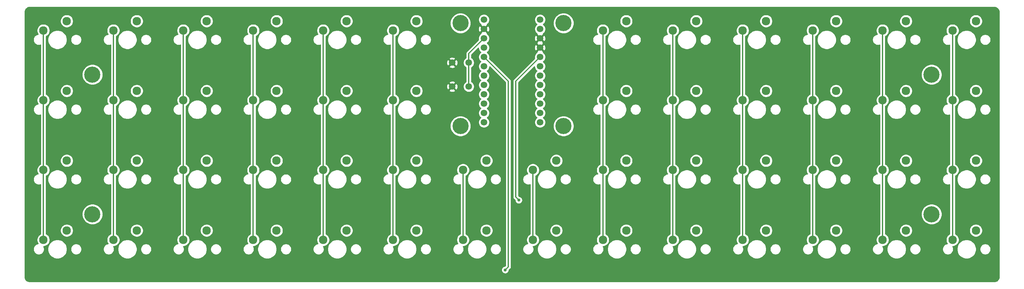
<source format=gtl>
G04 #@! TF.GenerationSoftware,KiCad,Pcbnew,(5.1.4)-1*
G04 #@! TF.CreationDate,2021-09-19T22:58:24-04:00*
G04 #@! TF.ProjectId,horizon-mx,686f7269-7a6f-46e2-9d6d-782e6b696361,rev?*
G04 #@! TF.SameCoordinates,Original*
G04 #@! TF.FileFunction,Copper,L1,Top*
G04 #@! TF.FilePolarity,Positive*
%FSLAX46Y46*%
G04 Gerber Fmt 4.6, Leading zero omitted, Abs format (unit mm)*
G04 Created by KiCad (PCBNEW (5.1.4)-1) date 2021-09-19 22:58:24*
%MOMM*%
%LPD*%
G04 APERTURE LIST*
%ADD10C,1.800000*%
%ADD11C,2.300000*%
%ADD12C,0.700000*%
%ADD13C,4.400000*%
%ADD14C,0.800000*%
%ADD15C,0.300000*%
%ADD16C,0.250000*%
G04 APERTURE END LIST*
D10*
X197250000Y-117250000D03*
X192750000Y-117250000D03*
X197250000Y-110750000D03*
X192750000Y-110750000D03*
D11*
X328690000Y-158960000D03*
X335040000Y-156420000D03*
X309690000Y-158960000D03*
X316040000Y-156420000D03*
X290690000Y-158960000D03*
X297040000Y-156420000D03*
X271690000Y-158960000D03*
X278040000Y-156420000D03*
X252690000Y-158960000D03*
X259040000Y-156420000D03*
X233690000Y-158960000D03*
X240040000Y-156420000D03*
X214690000Y-158960000D03*
X221040000Y-156420000D03*
X195690000Y-158960000D03*
X202040000Y-156420000D03*
X176690000Y-158960000D03*
X183040000Y-156420000D03*
X157690000Y-158960000D03*
X164040000Y-156420000D03*
X138690000Y-158960000D03*
X145040000Y-156420000D03*
X119690000Y-158960000D03*
X126040000Y-156420000D03*
X100690000Y-158960000D03*
X107040000Y-156420000D03*
X81690000Y-158960000D03*
X88040000Y-156420000D03*
X328690000Y-139960000D03*
X335040000Y-137420000D03*
X309690000Y-139960000D03*
X316040000Y-137420000D03*
X290690000Y-139960000D03*
X297040000Y-137420000D03*
X271690000Y-139960000D03*
X278040000Y-137420000D03*
X252690000Y-139960000D03*
X259040000Y-137420000D03*
X233690000Y-139960000D03*
X240040000Y-137420000D03*
X214690000Y-139960000D03*
X221040000Y-137420000D03*
X195690000Y-139960000D03*
X202040000Y-137420000D03*
X176690000Y-139960000D03*
X183040000Y-137420000D03*
X157690000Y-139960000D03*
X164040000Y-137420000D03*
X138690000Y-139960000D03*
X145040000Y-137420000D03*
X119690000Y-139960000D03*
X126040000Y-137420000D03*
X100690000Y-139960000D03*
X107040000Y-137420000D03*
X81690000Y-139960000D03*
X88040000Y-137420000D03*
X328690000Y-120960000D03*
X335040000Y-118420000D03*
X309690000Y-120960000D03*
X316040000Y-118420000D03*
X290690000Y-120960000D03*
X297040000Y-118420000D03*
X271690000Y-120960000D03*
X278040000Y-118420000D03*
X252690000Y-120960000D03*
X259040000Y-118420000D03*
X233690000Y-120960000D03*
X240040000Y-118420000D03*
X176690000Y-120960000D03*
X183040000Y-118420000D03*
X157690000Y-120960000D03*
X164040000Y-118420000D03*
X138690000Y-120960000D03*
X145040000Y-118420000D03*
X119690000Y-120960000D03*
X126040000Y-118420000D03*
X100690000Y-120960000D03*
X107040000Y-118420000D03*
X81690000Y-120960000D03*
X88040000Y-118420000D03*
X328690000Y-101960000D03*
X335040000Y-99420000D03*
X309690000Y-101960000D03*
X316040000Y-99420000D03*
X290690000Y-101960000D03*
X297040000Y-99420000D03*
X271690000Y-101960000D03*
X278040000Y-99420000D03*
X252690000Y-101960000D03*
X259040000Y-99420000D03*
X233690000Y-101960000D03*
X240040000Y-99420000D03*
X176690000Y-101960000D03*
X183040000Y-99420000D03*
X157690000Y-101960000D03*
X164040000Y-99420000D03*
X138690000Y-101960000D03*
X145040000Y-99420000D03*
X119690000Y-101960000D03*
X126040000Y-99420000D03*
X100690000Y-101960000D03*
X107040000Y-99420000D03*
X81690000Y-101960000D03*
X88040000Y-99420000D03*
D12*
X224166726Y-126833274D03*
X223000000Y-126350000D03*
X221833274Y-126833274D03*
X221350000Y-128000000D03*
X221833274Y-129166726D03*
X223000000Y-129650000D03*
X224166726Y-129166726D03*
X224650000Y-128000000D03*
D13*
X223000000Y-128000000D03*
D12*
X196166726Y-126833274D03*
X195000000Y-126350000D03*
X193833274Y-126833274D03*
X193350000Y-128000000D03*
X193833274Y-129166726D03*
X195000000Y-129650000D03*
X196166726Y-129166726D03*
X196650000Y-128000000D03*
D13*
X195000000Y-128000000D03*
D12*
X224166726Y-98833274D03*
X223000000Y-98350000D03*
X221833274Y-98833274D03*
X221350000Y-100000000D03*
X221833274Y-101166726D03*
X223000000Y-101650000D03*
X224166726Y-101166726D03*
X224650000Y-100000000D03*
D13*
X223000000Y-100000000D03*
D12*
X196166726Y-98833274D03*
X195000000Y-98350000D03*
X193833274Y-98833274D03*
X193350000Y-100000000D03*
X193833274Y-101166726D03*
X195000000Y-101650000D03*
X196166726Y-101166726D03*
X196650000Y-100000000D03*
D13*
X195000000Y-100000000D03*
D12*
X324166726Y-112833274D03*
X323000000Y-112350000D03*
X321833274Y-112833274D03*
X321350000Y-114000000D03*
X321833274Y-115166726D03*
X323000000Y-115650000D03*
X324166726Y-115166726D03*
X324650000Y-114000000D03*
D13*
X323000000Y-114000000D03*
D12*
X96166726Y-112833274D03*
X95000000Y-112350000D03*
X93833274Y-112833274D03*
X93350000Y-114000000D03*
X93833274Y-115166726D03*
X95000000Y-115650000D03*
X96166726Y-115166726D03*
X96650000Y-114000000D03*
D13*
X95000000Y-114000000D03*
D12*
X324166726Y-150833274D03*
X323000000Y-150350000D03*
X321833274Y-150833274D03*
X321350000Y-152000000D03*
X321833274Y-153166726D03*
X323000000Y-153650000D03*
X324166726Y-153166726D03*
X324650000Y-152000000D03*
D13*
X323000000Y-152000000D03*
D12*
X96166726Y-150833274D03*
X95000000Y-150350000D03*
X93833274Y-150833274D03*
X93350000Y-152000000D03*
X93833274Y-153166726D03*
X95000000Y-153650000D03*
X96166726Y-153166726D03*
X96650000Y-152000000D03*
D13*
X95000000Y-152000000D03*
D10*
X216620000Y-99030000D03*
X216620000Y-101570000D03*
X216620000Y-104110000D03*
X216620000Y-106650000D03*
X216620000Y-109190000D03*
X216620000Y-111730000D03*
X216620000Y-114270000D03*
X216620000Y-116810000D03*
X216620000Y-119350000D03*
X216620000Y-121890000D03*
X216620000Y-124430000D03*
X201380000Y-126970000D03*
X201380000Y-124430000D03*
X201380000Y-121890000D03*
X201380000Y-119350000D03*
X201380000Y-116810000D03*
X201380000Y-114270000D03*
X201380000Y-111730000D03*
X201380000Y-109190000D03*
X201380000Y-106650000D03*
X201380000Y-104110000D03*
X201380000Y-101570000D03*
X216620000Y-126970000D03*
X201380000Y-99030000D03*
D14*
X210849999Y-148150001D03*
X207150001Y-167150001D03*
D15*
X216620000Y-109190000D02*
X210000000Y-115810000D01*
X210000000Y-147300002D02*
X210849999Y-148150001D01*
X210000000Y-115810000D02*
X210000000Y-147300002D01*
X201380000Y-109190000D02*
X208000000Y-115810000D01*
X208000000Y-166300002D02*
X207150001Y-167150001D01*
X208000000Y-115810000D02*
X208000000Y-166300002D01*
X81690000Y-101960000D02*
X81690000Y-158960000D01*
X100690000Y-101960000D02*
X100690000Y-158960000D01*
X119690000Y-101960000D02*
X119690000Y-158960000D01*
X138690000Y-101960000D02*
X138690000Y-158960000D01*
X157690000Y-101960000D02*
X157690000Y-158960000D01*
X176690000Y-101960000D02*
X176690000Y-158960000D01*
X195690000Y-139960000D02*
X195690000Y-158960000D01*
X197250000Y-108240000D02*
X197250000Y-110750000D01*
X201380000Y-104110000D02*
X197250000Y-108240000D01*
X197250000Y-110750000D02*
X197250000Y-117250000D01*
X233690000Y-101960000D02*
X233690000Y-158960000D01*
X252690000Y-101960000D02*
X252690000Y-158960000D01*
X271690000Y-101960000D02*
X271690000Y-158960000D01*
X290690000Y-101960000D02*
X290690000Y-158960000D01*
X309690000Y-101960000D02*
X309690000Y-158960000D01*
X328690000Y-101960000D02*
X328690000Y-158960000D01*
X214690000Y-139960000D02*
X214690000Y-158960000D01*
D16*
G36*
X340261611Y-95678769D02*
G01*
X340513258Y-95754745D01*
X340745353Y-95878152D01*
X340949060Y-96044292D01*
X341116616Y-96246832D01*
X341241641Y-96478062D01*
X341319373Y-96729172D01*
X341350000Y-97020567D01*
X341350001Y-168968197D01*
X341321231Y-169261612D01*
X341245255Y-169513256D01*
X341121846Y-169745354D01*
X340955709Y-169949058D01*
X340753168Y-170116616D01*
X340521938Y-170241641D01*
X340270828Y-170319373D01*
X339979433Y-170350000D01*
X78031793Y-170350000D01*
X77738388Y-170321231D01*
X77486744Y-170245255D01*
X77254646Y-170121846D01*
X77050942Y-169955709D01*
X76883384Y-169753168D01*
X76758359Y-169521938D01*
X76680627Y-169270828D01*
X76650000Y-168979433D01*
X76650000Y-104352263D01*
X78920000Y-104352263D01*
X78920000Y-104647737D01*
X78977644Y-104937534D01*
X79090717Y-105210517D01*
X79254874Y-105456194D01*
X79463806Y-105665126D01*
X79709483Y-105829283D01*
X79982466Y-105942356D01*
X80272263Y-106000000D01*
X80567737Y-106000000D01*
X80857534Y-105942356D01*
X80915000Y-105918553D01*
X80915000Y-119359770D01*
X80849222Y-119387016D01*
X80558504Y-119581268D01*
X80311268Y-119828504D01*
X80117016Y-120119222D01*
X79983213Y-120442252D01*
X79915000Y-120785178D01*
X79915000Y-121134822D01*
X79983213Y-121477748D01*
X80117016Y-121800778D01*
X80252728Y-122003886D01*
X79982466Y-122057644D01*
X79709483Y-122170717D01*
X79463806Y-122334874D01*
X79254874Y-122543806D01*
X79090717Y-122789483D01*
X78977644Y-123062466D01*
X78920000Y-123352263D01*
X78920000Y-123647737D01*
X78977644Y-123937534D01*
X79090717Y-124210517D01*
X79254874Y-124456194D01*
X79463806Y-124665126D01*
X79709483Y-124829283D01*
X79982466Y-124942356D01*
X80272263Y-125000000D01*
X80567737Y-125000000D01*
X80857534Y-124942356D01*
X80915000Y-124918553D01*
X80915001Y-138359770D01*
X80849222Y-138387016D01*
X80558504Y-138581268D01*
X80311268Y-138828504D01*
X80117016Y-139119222D01*
X79983213Y-139442252D01*
X79915000Y-139785178D01*
X79915000Y-140134822D01*
X79983213Y-140477748D01*
X80117016Y-140800778D01*
X80252728Y-141003886D01*
X79982466Y-141057644D01*
X79709483Y-141170717D01*
X79463806Y-141334874D01*
X79254874Y-141543806D01*
X79090717Y-141789483D01*
X78977644Y-142062466D01*
X78920000Y-142352263D01*
X78920000Y-142647737D01*
X78977644Y-142937534D01*
X79090717Y-143210517D01*
X79254874Y-143456194D01*
X79463806Y-143665126D01*
X79709483Y-143829283D01*
X79982466Y-143942356D01*
X80272263Y-144000000D01*
X80567737Y-144000000D01*
X80857534Y-143942356D01*
X80915001Y-143918553D01*
X80915001Y-157359770D01*
X80849222Y-157387016D01*
X80558504Y-157581268D01*
X80311268Y-157828504D01*
X80117016Y-158119222D01*
X79983213Y-158442252D01*
X79915000Y-158785178D01*
X79915000Y-159134822D01*
X79983213Y-159477748D01*
X80117016Y-159800778D01*
X80252728Y-160003886D01*
X79982466Y-160057644D01*
X79709483Y-160170717D01*
X79463806Y-160334874D01*
X79254874Y-160543806D01*
X79090717Y-160789483D01*
X78977644Y-161062466D01*
X78920000Y-161352263D01*
X78920000Y-161647737D01*
X78977644Y-161937534D01*
X79090717Y-162210517D01*
X79254874Y-162456194D01*
X79463806Y-162665126D01*
X79709483Y-162829283D01*
X79982466Y-162942356D01*
X80272263Y-163000000D01*
X80567737Y-163000000D01*
X80857534Y-162942356D01*
X81130517Y-162829283D01*
X81376194Y-162665126D01*
X81585126Y-162456194D01*
X81749283Y-162210517D01*
X81862356Y-161937534D01*
X81920000Y-161647737D01*
X81920000Y-161352263D01*
X81897960Y-161241460D01*
X82875000Y-161241460D01*
X82875000Y-161758540D01*
X82975878Y-162265684D01*
X83173755Y-162743404D01*
X83461030Y-163173340D01*
X83826660Y-163538970D01*
X84256596Y-163826245D01*
X84734316Y-164024122D01*
X85241460Y-164125000D01*
X85758540Y-164125000D01*
X86265684Y-164024122D01*
X86743404Y-163826245D01*
X87173340Y-163538970D01*
X87538970Y-163173340D01*
X87826245Y-162743404D01*
X88024122Y-162265684D01*
X88125000Y-161758540D01*
X88125000Y-161352263D01*
X89080000Y-161352263D01*
X89080000Y-161647737D01*
X89137644Y-161937534D01*
X89250717Y-162210517D01*
X89414874Y-162456194D01*
X89623806Y-162665126D01*
X89869483Y-162829283D01*
X90142466Y-162942356D01*
X90432263Y-163000000D01*
X90727737Y-163000000D01*
X91017534Y-162942356D01*
X91290517Y-162829283D01*
X91536194Y-162665126D01*
X91745126Y-162456194D01*
X91909283Y-162210517D01*
X92022356Y-161937534D01*
X92080000Y-161647737D01*
X92080000Y-161352263D01*
X92022356Y-161062466D01*
X91909283Y-160789483D01*
X91745126Y-160543806D01*
X91536194Y-160334874D01*
X91290517Y-160170717D01*
X91017534Y-160057644D01*
X90727737Y-160000000D01*
X90432263Y-160000000D01*
X90142466Y-160057644D01*
X89869483Y-160170717D01*
X89623806Y-160334874D01*
X89414874Y-160543806D01*
X89250717Y-160789483D01*
X89137644Y-161062466D01*
X89080000Y-161352263D01*
X88125000Y-161352263D01*
X88125000Y-161241460D01*
X88024122Y-160734316D01*
X87826245Y-160256596D01*
X87538970Y-159826660D01*
X87173340Y-159461030D01*
X86743404Y-159173755D01*
X86265684Y-158975878D01*
X85758540Y-158875000D01*
X85241460Y-158875000D01*
X84734316Y-158975878D01*
X84256596Y-159173755D01*
X83826660Y-159461030D01*
X83461030Y-159826660D01*
X83173755Y-160256596D01*
X82975878Y-160734316D01*
X82875000Y-161241460D01*
X81897960Y-161241460D01*
X81862356Y-161062466D01*
X81749283Y-160789483D01*
X81712878Y-160735000D01*
X81864822Y-160735000D01*
X82207748Y-160666787D01*
X82530778Y-160532984D01*
X82821496Y-160338732D01*
X83068732Y-160091496D01*
X83262984Y-159800778D01*
X83396787Y-159477748D01*
X83465000Y-159134822D01*
X83465000Y-158785178D01*
X83396787Y-158442252D01*
X83262984Y-158119222D01*
X83068732Y-157828504D01*
X82821496Y-157581268D01*
X82530778Y-157387016D01*
X82465000Y-157359770D01*
X82465000Y-156245178D01*
X86265000Y-156245178D01*
X86265000Y-156594822D01*
X86333213Y-156937748D01*
X86467016Y-157260778D01*
X86661268Y-157551496D01*
X86908504Y-157798732D01*
X87199222Y-157992984D01*
X87522252Y-158126787D01*
X87865178Y-158195000D01*
X88214822Y-158195000D01*
X88557748Y-158126787D01*
X88880778Y-157992984D01*
X89171496Y-157798732D01*
X89418732Y-157551496D01*
X89612984Y-157260778D01*
X89746787Y-156937748D01*
X89815000Y-156594822D01*
X89815000Y-156245178D01*
X89746787Y-155902252D01*
X89612984Y-155579222D01*
X89418732Y-155288504D01*
X89171496Y-155041268D01*
X88880778Y-154847016D01*
X88557748Y-154713213D01*
X88214822Y-154645000D01*
X87865178Y-154645000D01*
X87522252Y-154713213D01*
X87199222Y-154847016D01*
X86908504Y-155041268D01*
X86661268Y-155288504D01*
X86467016Y-155579222D01*
X86333213Y-155902252D01*
X86265000Y-156245178D01*
X82465000Y-156245178D01*
X82465000Y-151721762D01*
X92175000Y-151721762D01*
X92175000Y-152278238D01*
X92283563Y-152824022D01*
X92496517Y-153338139D01*
X92805679Y-153800833D01*
X93199167Y-154194321D01*
X93661861Y-154503483D01*
X94175978Y-154716437D01*
X94721762Y-154825000D01*
X95278238Y-154825000D01*
X95824022Y-154716437D01*
X96338139Y-154503483D01*
X96800833Y-154194321D01*
X97194321Y-153800833D01*
X97503483Y-153338139D01*
X97716437Y-152824022D01*
X97825000Y-152278238D01*
X97825000Y-151721762D01*
X97716437Y-151175978D01*
X97503483Y-150661861D01*
X97194321Y-150199167D01*
X96800833Y-149805679D01*
X96338139Y-149496517D01*
X95824022Y-149283563D01*
X95278238Y-149175000D01*
X94721762Y-149175000D01*
X94175978Y-149283563D01*
X93661861Y-149496517D01*
X93199167Y-149805679D01*
X92805679Y-150199167D01*
X92496517Y-150661861D01*
X92283563Y-151175978D01*
X92175000Y-151721762D01*
X82465000Y-151721762D01*
X82465000Y-142241460D01*
X82875000Y-142241460D01*
X82875000Y-142758540D01*
X82975878Y-143265684D01*
X83173755Y-143743404D01*
X83461030Y-144173340D01*
X83826660Y-144538970D01*
X84256596Y-144826245D01*
X84734316Y-145024122D01*
X85241460Y-145125000D01*
X85758540Y-145125000D01*
X86265684Y-145024122D01*
X86743404Y-144826245D01*
X87173340Y-144538970D01*
X87538970Y-144173340D01*
X87826245Y-143743404D01*
X88024122Y-143265684D01*
X88125000Y-142758540D01*
X88125000Y-142352263D01*
X89080000Y-142352263D01*
X89080000Y-142647737D01*
X89137644Y-142937534D01*
X89250717Y-143210517D01*
X89414874Y-143456194D01*
X89623806Y-143665126D01*
X89869483Y-143829283D01*
X90142466Y-143942356D01*
X90432263Y-144000000D01*
X90727737Y-144000000D01*
X91017534Y-143942356D01*
X91290517Y-143829283D01*
X91536194Y-143665126D01*
X91745126Y-143456194D01*
X91909283Y-143210517D01*
X92022356Y-142937534D01*
X92080000Y-142647737D01*
X92080000Y-142352263D01*
X92022356Y-142062466D01*
X91909283Y-141789483D01*
X91745126Y-141543806D01*
X91536194Y-141334874D01*
X91290517Y-141170717D01*
X91017534Y-141057644D01*
X90727737Y-141000000D01*
X90432263Y-141000000D01*
X90142466Y-141057644D01*
X89869483Y-141170717D01*
X89623806Y-141334874D01*
X89414874Y-141543806D01*
X89250717Y-141789483D01*
X89137644Y-142062466D01*
X89080000Y-142352263D01*
X88125000Y-142352263D01*
X88125000Y-142241460D01*
X88024122Y-141734316D01*
X87826245Y-141256596D01*
X87538970Y-140826660D01*
X87173340Y-140461030D01*
X86743404Y-140173755D01*
X86265684Y-139975878D01*
X85758540Y-139875000D01*
X85241460Y-139875000D01*
X84734316Y-139975878D01*
X84256596Y-140173755D01*
X83826660Y-140461030D01*
X83461030Y-140826660D01*
X83173755Y-141256596D01*
X82975878Y-141734316D01*
X82875000Y-142241460D01*
X82465000Y-142241460D01*
X82465000Y-141560230D01*
X82530778Y-141532984D01*
X82821496Y-141338732D01*
X83068732Y-141091496D01*
X83262984Y-140800778D01*
X83396787Y-140477748D01*
X83465000Y-140134822D01*
X83465000Y-139785178D01*
X83396787Y-139442252D01*
X83262984Y-139119222D01*
X83068732Y-138828504D01*
X82821496Y-138581268D01*
X82530778Y-138387016D01*
X82465000Y-138359770D01*
X82465000Y-137245178D01*
X86265000Y-137245178D01*
X86265000Y-137594822D01*
X86333213Y-137937748D01*
X86467016Y-138260778D01*
X86661268Y-138551496D01*
X86908504Y-138798732D01*
X87199222Y-138992984D01*
X87522252Y-139126787D01*
X87865178Y-139195000D01*
X88214822Y-139195000D01*
X88557748Y-139126787D01*
X88880778Y-138992984D01*
X89171496Y-138798732D01*
X89418732Y-138551496D01*
X89612984Y-138260778D01*
X89746787Y-137937748D01*
X89815000Y-137594822D01*
X89815000Y-137245178D01*
X89746787Y-136902252D01*
X89612984Y-136579222D01*
X89418732Y-136288504D01*
X89171496Y-136041268D01*
X88880778Y-135847016D01*
X88557748Y-135713213D01*
X88214822Y-135645000D01*
X87865178Y-135645000D01*
X87522252Y-135713213D01*
X87199222Y-135847016D01*
X86908504Y-136041268D01*
X86661268Y-136288504D01*
X86467016Y-136579222D01*
X86333213Y-136902252D01*
X86265000Y-137245178D01*
X82465000Y-137245178D01*
X82465000Y-123241460D01*
X82875000Y-123241460D01*
X82875000Y-123758540D01*
X82975878Y-124265684D01*
X83173755Y-124743404D01*
X83461030Y-125173340D01*
X83826660Y-125538970D01*
X84256596Y-125826245D01*
X84734316Y-126024122D01*
X85241460Y-126125000D01*
X85758540Y-126125000D01*
X86265684Y-126024122D01*
X86743404Y-125826245D01*
X87173340Y-125538970D01*
X87538970Y-125173340D01*
X87826245Y-124743404D01*
X88024122Y-124265684D01*
X88125000Y-123758540D01*
X88125000Y-123352263D01*
X89080000Y-123352263D01*
X89080000Y-123647737D01*
X89137644Y-123937534D01*
X89250717Y-124210517D01*
X89414874Y-124456194D01*
X89623806Y-124665126D01*
X89869483Y-124829283D01*
X90142466Y-124942356D01*
X90432263Y-125000000D01*
X90727737Y-125000000D01*
X91017534Y-124942356D01*
X91290517Y-124829283D01*
X91536194Y-124665126D01*
X91745126Y-124456194D01*
X91909283Y-124210517D01*
X92022356Y-123937534D01*
X92080000Y-123647737D01*
X92080000Y-123352263D01*
X92022356Y-123062466D01*
X91909283Y-122789483D01*
X91745126Y-122543806D01*
X91536194Y-122334874D01*
X91290517Y-122170717D01*
X91017534Y-122057644D01*
X90727737Y-122000000D01*
X90432263Y-122000000D01*
X90142466Y-122057644D01*
X89869483Y-122170717D01*
X89623806Y-122334874D01*
X89414874Y-122543806D01*
X89250717Y-122789483D01*
X89137644Y-123062466D01*
X89080000Y-123352263D01*
X88125000Y-123352263D01*
X88125000Y-123241460D01*
X88024122Y-122734316D01*
X87826245Y-122256596D01*
X87538970Y-121826660D01*
X87173340Y-121461030D01*
X86743404Y-121173755D01*
X86265684Y-120975878D01*
X85758540Y-120875000D01*
X85241460Y-120875000D01*
X84734316Y-120975878D01*
X84256596Y-121173755D01*
X83826660Y-121461030D01*
X83461030Y-121826660D01*
X83173755Y-122256596D01*
X82975878Y-122734316D01*
X82875000Y-123241460D01*
X82465000Y-123241460D01*
X82465000Y-122560230D01*
X82530778Y-122532984D01*
X82821496Y-122338732D01*
X83068732Y-122091496D01*
X83262984Y-121800778D01*
X83396787Y-121477748D01*
X83465000Y-121134822D01*
X83465000Y-120785178D01*
X83396787Y-120442252D01*
X83262984Y-120119222D01*
X83068732Y-119828504D01*
X82821496Y-119581268D01*
X82530778Y-119387016D01*
X82465000Y-119359770D01*
X82465000Y-118245178D01*
X86265000Y-118245178D01*
X86265000Y-118594822D01*
X86333213Y-118937748D01*
X86467016Y-119260778D01*
X86661268Y-119551496D01*
X86908504Y-119798732D01*
X87199222Y-119992984D01*
X87522252Y-120126787D01*
X87865178Y-120195000D01*
X88214822Y-120195000D01*
X88557748Y-120126787D01*
X88880778Y-119992984D01*
X89171496Y-119798732D01*
X89418732Y-119551496D01*
X89612984Y-119260778D01*
X89746787Y-118937748D01*
X89815000Y-118594822D01*
X89815000Y-118245178D01*
X89746787Y-117902252D01*
X89612984Y-117579222D01*
X89418732Y-117288504D01*
X89171496Y-117041268D01*
X88880778Y-116847016D01*
X88557748Y-116713213D01*
X88214822Y-116645000D01*
X87865178Y-116645000D01*
X87522252Y-116713213D01*
X87199222Y-116847016D01*
X86908504Y-117041268D01*
X86661268Y-117288504D01*
X86467016Y-117579222D01*
X86333213Y-117902252D01*
X86265000Y-118245178D01*
X82465000Y-118245178D01*
X82465000Y-113721762D01*
X92175000Y-113721762D01*
X92175000Y-114278238D01*
X92283563Y-114824022D01*
X92496517Y-115338139D01*
X92805679Y-115800833D01*
X93199167Y-116194321D01*
X93661861Y-116503483D01*
X94175978Y-116716437D01*
X94721762Y-116825000D01*
X95278238Y-116825000D01*
X95824022Y-116716437D01*
X96338139Y-116503483D01*
X96800833Y-116194321D01*
X97194321Y-115800833D01*
X97503483Y-115338139D01*
X97716437Y-114824022D01*
X97825000Y-114278238D01*
X97825000Y-113721762D01*
X97716437Y-113175978D01*
X97503483Y-112661861D01*
X97194321Y-112199167D01*
X96800833Y-111805679D01*
X96338139Y-111496517D01*
X95824022Y-111283563D01*
X95278238Y-111175000D01*
X94721762Y-111175000D01*
X94175978Y-111283563D01*
X93661861Y-111496517D01*
X93199167Y-111805679D01*
X92805679Y-112199167D01*
X92496517Y-112661861D01*
X92283563Y-113175978D01*
X92175000Y-113721762D01*
X82465000Y-113721762D01*
X82465000Y-104241460D01*
X82875000Y-104241460D01*
X82875000Y-104758540D01*
X82975878Y-105265684D01*
X83173755Y-105743404D01*
X83461030Y-106173340D01*
X83826660Y-106538970D01*
X84256596Y-106826245D01*
X84734316Y-107024122D01*
X85241460Y-107125000D01*
X85758540Y-107125000D01*
X86265684Y-107024122D01*
X86743404Y-106826245D01*
X87173340Y-106538970D01*
X87538970Y-106173340D01*
X87826245Y-105743404D01*
X88024122Y-105265684D01*
X88125000Y-104758540D01*
X88125000Y-104352263D01*
X89080000Y-104352263D01*
X89080000Y-104647737D01*
X89137644Y-104937534D01*
X89250717Y-105210517D01*
X89414874Y-105456194D01*
X89623806Y-105665126D01*
X89869483Y-105829283D01*
X90142466Y-105942356D01*
X90432263Y-106000000D01*
X90727737Y-106000000D01*
X91017534Y-105942356D01*
X91290517Y-105829283D01*
X91536194Y-105665126D01*
X91745126Y-105456194D01*
X91909283Y-105210517D01*
X92022356Y-104937534D01*
X92080000Y-104647737D01*
X92080000Y-104352263D01*
X97920000Y-104352263D01*
X97920000Y-104647737D01*
X97977644Y-104937534D01*
X98090717Y-105210517D01*
X98254874Y-105456194D01*
X98463806Y-105665126D01*
X98709483Y-105829283D01*
X98982466Y-105942356D01*
X99272263Y-106000000D01*
X99567737Y-106000000D01*
X99857534Y-105942356D01*
X99915000Y-105918553D01*
X99915000Y-119359770D01*
X99849222Y-119387016D01*
X99558504Y-119581268D01*
X99311268Y-119828504D01*
X99117016Y-120119222D01*
X98983213Y-120442252D01*
X98915000Y-120785178D01*
X98915000Y-121134822D01*
X98983213Y-121477748D01*
X99117016Y-121800778D01*
X99252728Y-122003886D01*
X98982466Y-122057644D01*
X98709483Y-122170717D01*
X98463806Y-122334874D01*
X98254874Y-122543806D01*
X98090717Y-122789483D01*
X97977644Y-123062466D01*
X97920000Y-123352263D01*
X97920000Y-123647737D01*
X97977644Y-123937534D01*
X98090717Y-124210517D01*
X98254874Y-124456194D01*
X98463806Y-124665126D01*
X98709483Y-124829283D01*
X98982466Y-124942356D01*
X99272263Y-125000000D01*
X99567737Y-125000000D01*
X99857534Y-124942356D01*
X99915000Y-124918553D01*
X99915001Y-138359770D01*
X99849222Y-138387016D01*
X99558504Y-138581268D01*
X99311268Y-138828504D01*
X99117016Y-139119222D01*
X98983213Y-139442252D01*
X98915000Y-139785178D01*
X98915000Y-140134822D01*
X98983213Y-140477748D01*
X99117016Y-140800778D01*
X99252728Y-141003886D01*
X98982466Y-141057644D01*
X98709483Y-141170717D01*
X98463806Y-141334874D01*
X98254874Y-141543806D01*
X98090717Y-141789483D01*
X97977644Y-142062466D01*
X97920000Y-142352263D01*
X97920000Y-142647737D01*
X97977644Y-142937534D01*
X98090717Y-143210517D01*
X98254874Y-143456194D01*
X98463806Y-143665126D01*
X98709483Y-143829283D01*
X98982466Y-143942356D01*
X99272263Y-144000000D01*
X99567737Y-144000000D01*
X99857534Y-143942356D01*
X99915001Y-143918553D01*
X99915001Y-157359770D01*
X99849222Y-157387016D01*
X99558504Y-157581268D01*
X99311268Y-157828504D01*
X99117016Y-158119222D01*
X98983213Y-158442252D01*
X98915000Y-158785178D01*
X98915000Y-159134822D01*
X98983213Y-159477748D01*
X99117016Y-159800778D01*
X99252728Y-160003886D01*
X98982466Y-160057644D01*
X98709483Y-160170717D01*
X98463806Y-160334874D01*
X98254874Y-160543806D01*
X98090717Y-160789483D01*
X97977644Y-161062466D01*
X97920000Y-161352263D01*
X97920000Y-161647737D01*
X97977644Y-161937534D01*
X98090717Y-162210517D01*
X98254874Y-162456194D01*
X98463806Y-162665126D01*
X98709483Y-162829283D01*
X98982466Y-162942356D01*
X99272263Y-163000000D01*
X99567737Y-163000000D01*
X99857534Y-162942356D01*
X100130517Y-162829283D01*
X100376194Y-162665126D01*
X100585126Y-162456194D01*
X100749283Y-162210517D01*
X100862356Y-161937534D01*
X100920000Y-161647737D01*
X100920000Y-161352263D01*
X100897960Y-161241460D01*
X101875000Y-161241460D01*
X101875000Y-161758540D01*
X101975878Y-162265684D01*
X102173755Y-162743404D01*
X102461030Y-163173340D01*
X102826660Y-163538970D01*
X103256596Y-163826245D01*
X103734316Y-164024122D01*
X104241460Y-164125000D01*
X104758540Y-164125000D01*
X105265684Y-164024122D01*
X105743404Y-163826245D01*
X106173340Y-163538970D01*
X106538970Y-163173340D01*
X106826245Y-162743404D01*
X107024122Y-162265684D01*
X107125000Y-161758540D01*
X107125000Y-161352263D01*
X108080000Y-161352263D01*
X108080000Y-161647737D01*
X108137644Y-161937534D01*
X108250717Y-162210517D01*
X108414874Y-162456194D01*
X108623806Y-162665126D01*
X108869483Y-162829283D01*
X109142466Y-162942356D01*
X109432263Y-163000000D01*
X109727737Y-163000000D01*
X110017534Y-162942356D01*
X110290517Y-162829283D01*
X110536194Y-162665126D01*
X110745126Y-162456194D01*
X110909283Y-162210517D01*
X111022356Y-161937534D01*
X111080000Y-161647737D01*
X111080000Y-161352263D01*
X111022356Y-161062466D01*
X110909283Y-160789483D01*
X110745126Y-160543806D01*
X110536194Y-160334874D01*
X110290517Y-160170717D01*
X110017534Y-160057644D01*
X109727737Y-160000000D01*
X109432263Y-160000000D01*
X109142466Y-160057644D01*
X108869483Y-160170717D01*
X108623806Y-160334874D01*
X108414874Y-160543806D01*
X108250717Y-160789483D01*
X108137644Y-161062466D01*
X108080000Y-161352263D01*
X107125000Y-161352263D01*
X107125000Y-161241460D01*
X107024122Y-160734316D01*
X106826245Y-160256596D01*
X106538970Y-159826660D01*
X106173340Y-159461030D01*
X105743404Y-159173755D01*
X105265684Y-158975878D01*
X104758540Y-158875000D01*
X104241460Y-158875000D01*
X103734316Y-158975878D01*
X103256596Y-159173755D01*
X102826660Y-159461030D01*
X102461030Y-159826660D01*
X102173755Y-160256596D01*
X101975878Y-160734316D01*
X101875000Y-161241460D01*
X100897960Y-161241460D01*
X100862356Y-161062466D01*
X100749283Y-160789483D01*
X100712878Y-160735000D01*
X100864822Y-160735000D01*
X101207748Y-160666787D01*
X101530778Y-160532984D01*
X101821496Y-160338732D01*
X102068732Y-160091496D01*
X102262984Y-159800778D01*
X102396787Y-159477748D01*
X102465000Y-159134822D01*
X102465000Y-158785178D01*
X102396787Y-158442252D01*
X102262984Y-158119222D01*
X102068732Y-157828504D01*
X101821496Y-157581268D01*
X101530778Y-157387016D01*
X101465000Y-157359770D01*
X101465000Y-156245178D01*
X105265000Y-156245178D01*
X105265000Y-156594822D01*
X105333213Y-156937748D01*
X105467016Y-157260778D01*
X105661268Y-157551496D01*
X105908504Y-157798732D01*
X106199222Y-157992984D01*
X106522252Y-158126787D01*
X106865178Y-158195000D01*
X107214822Y-158195000D01*
X107557748Y-158126787D01*
X107880778Y-157992984D01*
X108171496Y-157798732D01*
X108418732Y-157551496D01*
X108612984Y-157260778D01*
X108746787Y-156937748D01*
X108815000Y-156594822D01*
X108815000Y-156245178D01*
X108746787Y-155902252D01*
X108612984Y-155579222D01*
X108418732Y-155288504D01*
X108171496Y-155041268D01*
X107880778Y-154847016D01*
X107557748Y-154713213D01*
X107214822Y-154645000D01*
X106865178Y-154645000D01*
X106522252Y-154713213D01*
X106199222Y-154847016D01*
X105908504Y-155041268D01*
X105661268Y-155288504D01*
X105467016Y-155579222D01*
X105333213Y-155902252D01*
X105265000Y-156245178D01*
X101465000Y-156245178D01*
X101465000Y-142241460D01*
X101875000Y-142241460D01*
X101875000Y-142758540D01*
X101975878Y-143265684D01*
X102173755Y-143743404D01*
X102461030Y-144173340D01*
X102826660Y-144538970D01*
X103256596Y-144826245D01*
X103734316Y-145024122D01*
X104241460Y-145125000D01*
X104758540Y-145125000D01*
X105265684Y-145024122D01*
X105743404Y-144826245D01*
X106173340Y-144538970D01*
X106538970Y-144173340D01*
X106826245Y-143743404D01*
X107024122Y-143265684D01*
X107125000Y-142758540D01*
X107125000Y-142352263D01*
X108080000Y-142352263D01*
X108080000Y-142647737D01*
X108137644Y-142937534D01*
X108250717Y-143210517D01*
X108414874Y-143456194D01*
X108623806Y-143665126D01*
X108869483Y-143829283D01*
X109142466Y-143942356D01*
X109432263Y-144000000D01*
X109727737Y-144000000D01*
X110017534Y-143942356D01*
X110290517Y-143829283D01*
X110536194Y-143665126D01*
X110745126Y-143456194D01*
X110909283Y-143210517D01*
X111022356Y-142937534D01*
X111080000Y-142647737D01*
X111080000Y-142352263D01*
X111022356Y-142062466D01*
X110909283Y-141789483D01*
X110745126Y-141543806D01*
X110536194Y-141334874D01*
X110290517Y-141170717D01*
X110017534Y-141057644D01*
X109727737Y-141000000D01*
X109432263Y-141000000D01*
X109142466Y-141057644D01*
X108869483Y-141170717D01*
X108623806Y-141334874D01*
X108414874Y-141543806D01*
X108250717Y-141789483D01*
X108137644Y-142062466D01*
X108080000Y-142352263D01*
X107125000Y-142352263D01*
X107125000Y-142241460D01*
X107024122Y-141734316D01*
X106826245Y-141256596D01*
X106538970Y-140826660D01*
X106173340Y-140461030D01*
X105743404Y-140173755D01*
X105265684Y-139975878D01*
X104758540Y-139875000D01*
X104241460Y-139875000D01*
X103734316Y-139975878D01*
X103256596Y-140173755D01*
X102826660Y-140461030D01*
X102461030Y-140826660D01*
X102173755Y-141256596D01*
X101975878Y-141734316D01*
X101875000Y-142241460D01*
X101465000Y-142241460D01*
X101465000Y-141560230D01*
X101530778Y-141532984D01*
X101821496Y-141338732D01*
X102068732Y-141091496D01*
X102262984Y-140800778D01*
X102396787Y-140477748D01*
X102465000Y-140134822D01*
X102465000Y-139785178D01*
X102396787Y-139442252D01*
X102262984Y-139119222D01*
X102068732Y-138828504D01*
X101821496Y-138581268D01*
X101530778Y-138387016D01*
X101465000Y-138359770D01*
X101465000Y-137245178D01*
X105265000Y-137245178D01*
X105265000Y-137594822D01*
X105333213Y-137937748D01*
X105467016Y-138260778D01*
X105661268Y-138551496D01*
X105908504Y-138798732D01*
X106199222Y-138992984D01*
X106522252Y-139126787D01*
X106865178Y-139195000D01*
X107214822Y-139195000D01*
X107557748Y-139126787D01*
X107880778Y-138992984D01*
X108171496Y-138798732D01*
X108418732Y-138551496D01*
X108612984Y-138260778D01*
X108746787Y-137937748D01*
X108815000Y-137594822D01*
X108815000Y-137245178D01*
X108746787Y-136902252D01*
X108612984Y-136579222D01*
X108418732Y-136288504D01*
X108171496Y-136041268D01*
X107880778Y-135847016D01*
X107557748Y-135713213D01*
X107214822Y-135645000D01*
X106865178Y-135645000D01*
X106522252Y-135713213D01*
X106199222Y-135847016D01*
X105908504Y-136041268D01*
X105661268Y-136288504D01*
X105467016Y-136579222D01*
X105333213Y-136902252D01*
X105265000Y-137245178D01*
X101465000Y-137245178D01*
X101465000Y-123241460D01*
X101875000Y-123241460D01*
X101875000Y-123758540D01*
X101975878Y-124265684D01*
X102173755Y-124743404D01*
X102461030Y-125173340D01*
X102826660Y-125538970D01*
X103256596Y-125826245D01*
X103734316Y-126024122D01*
X104241460Y-126125000D01*
X104758540Y-126125000D01*
X105265684Y-126024122D01*
X105743404Y-125826245D01*
X106173340Y-125538970D01*
X106538970Y-125173340D01*
X106826245Y-124743404D01*
X107024122Y-124265684D01*
X107125000Y-123758540D01*
X107125000Y-123352263D01*
X108080000Y-123352263D01*
X108080000Y-123647737D01*
X108137644Y-123937534D01*
X108250717Y-124210517D01*
X108414874Y-124456194D01*
X108623806Y-124665126D01*
X108869483Y-124829283D01*
X109142466Y-124942356D01*
X109432263Y-125000000D01*
X109727737Y-125000000D01*
X110017534Y-124942356D01*
X110290517Y-124829283D01*
X110536194Y-124665126D01*
X110745126Y-124456194D01*
X110909283Y-124210517D01*
X111022356Y-123937534D01*
X111080000Y-123647737D01*
X111080000Y-123352263D01*
X111022356Y-123062466D01*
X110909283Y-122789483D01*
X110745126Y-122543806D01*
X110536194Y-122334874D01*
X110290517Y-122170717D01*
X110017534Y-122057644D01*
X109727737Y-122000000D01*
X109432263Y-122000000D01*
X109142466Y-122057644D01*
X108869483Y-122170717D01*
X108623806Y-122334874D01*
X108414874Y-122543806D01*
X108250717Y-122789483D01*
X108137644Y-123062466D01*
X108080000Y-123352263D01*
X107125000Y-123352263D01*
X107125000Y-123241460D01*
X107024122Y-122734316D01*
X106826245Y-122256596D01*
X106538970Y-121826660D01*
X106173340Y-121461030D01*
X105743404Y-121173755D01*
X105265684Y-120975878D01*
X104758540Y-120875000D01*
X104241460Y-120875000D01*
X103734316Y-120975878D01*
X103256596Y-121173755D01*
X102826660Y-121461030D01*
X102461030Y-121826660D01*
X102173755Y-122256596D01*
X101975878Y-122734316D01*
X101875000Y-123241460D01*
X101465000Y-123241460D01*
X101465000Y-122560230D01*
X101530778Y-122532984D01*
X101821496Y-122338732D01*
X102068732Y-122091496D01*
X102262984Y-121800778D01*
X102396787Y-121477748D01*
X102465000Y-121134822D01*
X102465000Y-120785178D01*
X102396787Y-120442252D01*
X102262984Y-120119222D01*
X102068732Y-119828504D01*
X101821496Y-119581268D01*
X101530778Y-119387016D01*
X101465000Y-119359770D01*
X101465000Y-118245178D01*
X105265000Y-118245178D01*
X105265000Y-118594822D01*
X105333213Y-118937748D01*
X105467016Y-119260778D01*
X105661268Y-119551496D01*
X105908504Y-119798732D01*
X106199222Y-119992984D01*
X106522252Y-120126787D01*
X106865178Y-120195000D01*
X107214822Y-120195000D01*
X107557748Y-120126787D01*
X107880778Y-119992984D01*
X108171496Y-119798732D01*
X108418732Y-119551496D01*
X108612984Y-119260778D01*
X108746787Y-118937748D01*
X108815000Y-118594822D01*
X108815000Y-118245178D01*
X108746787Y-117902252D01*
X108612984Y-117579222D01*
X108418732Y-117288504D01*
X108171496Y-117041268D01*
X107880778Y-116847016D01*
X107557748Y-116713213D01*
X107214822Y-116645000D01*
X106865178Y-116645000D01*
X106522252Y-116713213D01*
X106199222Y-116847016D01*
X105908504Y-117041268D01*
X105661268Y-117288504D01*
X105467016Y-117579222D01*
X105333213Y-117902252D01*
X105265000Y-118245178D01*
X101465000Y-118245178D01*
X101465000Y-104241460D01*
X101875000Y-104241460D01*
X101875000Y-104758540D01*
X101975878Y-105265684D01*
X102173755Y-105743404D01*
X102461030Y-106173340D01*
X102826660Y-106538970D01*
X103256596Y-106826245D01*
X103734316Y-107024122D01*
X104241460Y-107125000D01*
X104758540Y-107125000D01*
X105265684Y-107024122D01*
X105743404Y-106826245D01*
X106173340Y-106538970D01*
X106538970Y-106173340D01*
X106826245Y-105743404D01*
X107024122Y-105265684D01*
X107125000Y-104758540D01*
X107125000Y-104352263D01*
X108080000Y-104352263D01*
X108080000Y-104647737D01*
X108137644Y-104937534D01*
X108250717Y-105210517D01*
X108414874Y-105456194D01*
X108623806Y-105665126D01*
X108869483Y-105829283D01*
X109142466Y-105942356D01*
X109432263Y-106000000D01*
X109727737Y-106000000D01*
X110017534Y-105942356D01*
X110290517Y-105829283D01*
X110536194Y-105665126D01*
X110745126Y-105456194D01*
X110909283Y-105210517D01*
X111022356Y-104937534D01*
X111080000Y-104647737D01*
X111080000Y-104352263D01*
X116920000Y-104352263D01*
X116920000Y-104647737D01*
X116977644Y-104937534D01*
X117090717Y-105210517D01*
X117254874Y-105456194D01*
X117463806Y-105665126D01*
X117709483Y-105829283D01*
X117982466Y-105942356D01*
X118272263Y-106000000D01*
X118567737Y-106000000D01*
X118857534Y-105942356D01*
X118915000Y-105918553D01*
X118915000Y-119359770D01*
X118849222Y-119387016D01*
X118558504Y-119581268D01*
X118311268Y-119828504D01*
X118117016Y-120119222D01*
X117983213Y-120442252D01*
X117915000Y-120785178D01*
X117915000Y-121134822D01*
X117983213Y-121477748D01*
X118117016Y-121800778D01*
X118252728Y-122003886D01*
X117982466Y-122057644D01*
X117709483Y-122170717D01*
X117463806Y-122334874D01*
X117254874Y-122543806D01*
X117090717Y-122789483D01*
X116977644Y-123062466D01*
X116920000Y-123352263D01*
X116920000Y-123647737D01*
X116977644Y-123937534D01*
X117090717Y-124210517D01*
X117254874Y-124456194D01*
X117463806Y-124665126D01*
X117709483Y-124829283D01*
X117982466Y-124942356D01*
X118272263Y-125000000D01*
X118567737Y-125000000D01*
X118857534Y-124942356D01*
X118915000Y-124918553D01*
X118915001Y-138359770D01*
X118849222Y-138387016D01*
X118558504Y-138581268D01*
X118311268Y-138828504D01*
X118117016Y-139119222D01*
X117983213Y-139442252D01*
X117915000Y-139785178D01*
X117915000Y-140134822D01*
X117983213Y-140477748D01*
X118117016Y-140800778D01*
X118252728Y-141003886D01*
X117982466Y-141057644D01*
X117709483Y-141170717D01*
X117463806Y-141334874D01*
X117254874Y-141543806D01*
X117090717Y-141789483D01*
X116977644Y-142062466D01*
X116920000Y-142352263D01*
X116920000Y-142647737D01*
X116977644Y-142937534D01*
X117090717Y-143210517D01*
X117254874Y-143456194D01*
X117463806Y-143665126D01*
X117709483Y-143829283D01*
X117982466Y-143942356D01*
X118272263Y-144000000D01*
X118567737Y-144000000D01*
X118857534Y-143942356D01*
X118915001Y-143918553D01*
X118915001Y-157359770D01*
X118849222Y-157387016D01*
X118558504Y-157581268D01*
X118311268Y-157828504D01*
X118117016Y-158119222D01*
X117983213Y-158442252D01*
X117915000Y-158785178D01*
X117915000Y-159134822D01*
X117983213Y-159477748D01*
X118117016Y-159800778D01*
X118252728Y-160003886D01*
X117982466Y-160057644D01*
X117709483Y-160170717D01*
X117463806Y-160334874D01*
X117254874Y-160543806D01*
X117090717Y-160789483D01*
X116977644Y-161062466D01*
X116920000Y-161352263D01*
X116920000Y-161647737D01*
X116977644Y-161937534D01*
X117090717Y-162210517D01*
X117254874Y-162456194D01*
X117463806Y-162665126D01*
X117709483Y-162829283D01*
X117982466Y-162942356D01*
X118272263Y-163000000D01*
X118567737Y-163000000D01*
X118857534Y-162942356D01*
X119130517Y-162829283D01*
X119376194Y-162665126D01*
X119585126Y-162456194D01*
X119749283Y-162210517D01*
X119862356Y-161937534D01*
X119920000Y-161647737D01*
X119920000Y-161352263D01*
X119897960Y-161241460D01*
X120875000Y-161241460D01*
X120875000Y-161758540D01*
X120975878Y-162265684D01*
X121173755Y-162743404D01*
X121461030Y-163173340D01*
X121826660Y-163538970D01*
X122256596Y-163826245D01*
X122734316Y-164024122D01*
X123241460Y-164125000D01*
X123758540Y-164125000D01*
X124265684Y-164024122D01*
X124743404Y-163826245D01*
X125173340Y-163538970D01*
X125538970Y-163173340D01*
X125826245Y-162743404D01*
X126024122Y-162265684D01*
X126125000Y-161758540D01*
X126125000Y-161352263D01*
X127080000Y-161352263D01*
X127080000Y-161647737D01*
X127137644Y-161937534D01*
X127250717Y-162210517D01*
X127414874Y-162456194D01*
X127623806Y-162665126D01*
X127869483Y-162829283D01*
X128142466Y-162942356D01*
X128432263Y-163000000D01*
X128727737Y-163000000D01*
X129017534Y-162942356D01*
X129290517Y-162829283D01*
X129536194Y-162665126D01*
X129745126Y-162456194D01*
X129909283Y-162210517D01*
X130022356Y-161937534D01*
X130080000Y-161647737D01*
X130080000Y-161352263D01*
X130022356Y-161062466D01*
X129909283Y-160789483D01*
X129745126Y-160543806D01*
X129536194Y-160334874D01*
X129290517Y-160170717D01*
X129017534Y-160057644D01*
X128727737Y-160000000D01*
X128432263Y-160000000D01*
X128142466Y-160057644D01*
X127869483Y-160170717D01*
X127623806Y-160334874D01*
X127414874Y-160543806D01*
X127250717Y-160789483D01*
X127137644Y-161062466D01*
X127080000Y-161352263D01*
X126125000Y-161352263D01*
X126125000Y-161241460D01*
X126024122Y-160734316D01*
X125826245Y-160256596D01*
X125538970Y-159826660D01*
X125173340Y-159461030D01*
X124743404Y-159173755D01*
X124265684Y-158975878D01*
X123758540Y-158875000D01*
X123241460Y-158875000D01*
X122734316Y-158975878D01*
X122256596Y-159173755D01*
X121826660Y-159461030D01*
X121461030Y-159826660D01*
X121173755Y-160256596D01*
X120975878Y-160734316D01*
X120875000Y-161241460D01*
X119897960Y-161241460D01*
X119862356Y-161062466D01*
X119749283Y-160789483D01*
X119712878Y-160735000D01*
X119864822Y-160735000D01*
X120207748Y-160666787D01*
X120530778Y-160532984D01*
X120821496Y-160338732D01*
X121068732Y-160091496D01*
X121262984Y-159800778D01*
X121396787Y-159477748D01*
X121465000Y-159134822D01*
X121465000Y-158785178D01*
X121396787Y-158442252D01*
X121262984Y-158119222D01*
X121068732Y-157828504D01*
X120821496Y-157581268D01*
X120530778Y-157387016D01*
X120465000Y-157359770D01*
X120465000Y-156245178D01*
X124265000Y-156245178D01*
X124265000Y-156594822D01*
X124333213Y-156937748D01*
X124467016Y-157260778D01*
X124661268Y-157551496D01*
X124908504Y-157798732D01*
X125199222Y-157992984D01*
X125522252Y-158126787D01*
X125865178Y-158195000D01*
X126214822Y-158195000D01*
X126557748Y-158126787D01*
X126880778Y-157992984D01*
X127171496Y-157798732D01*
X127418732Y-157551496D01*
X127612984Y-157260778D01*
X127746787Y-156937748D01*
X127815000Y-156594822D01*
X127815000Y-156245178D01*
X127746787Y-155902252D01*
X127612984Y-155579222D01*
X127418732Y-155288504D01*
X127171496Y-155041268D01*
X126880778Y-154847016D01*
X126557748Y-154713213D01*
X126214822Y-154645000D01*
X125865178Y-154645000D01*
X125522252Y-154713213D01*
X125199222Y-154847016D01*
X124908504Y-155041268D01*
X124661268Y-155288504D01*
X124467016Y-155579222D01*
X124333213Y-155902252D01*
X124265000Y-156245178D01*
X120465000Y-156245178D01*
X120465000Y-142241460D01*
X120875000Y-142241460D01*
X120875000Y-142758540D01*
X120975878Y-143265684D01*
X121173755Y-143743404D01*
X121461030Y-144173340D01*
X121826660Y-144538970D01*
X122256596Y-144826245D01*
X122734316Y-145024122D01*
X123241460Y-145125000D01*
X123758540Y-145125000D01*
X124265684Y-145024122D01*
X124743404Y-144826245D01*
X125173340Y-144538970D01*
X125538970Y-144173340D01*
X125826245Y-143743404D01*
X126024122Y-143265684D01*
X126125000Y-142758540D01*
X126125000Y-142352263D01*
X127080000Y-142352263D01*
X127080000Y-142647737D01*
X127137644Y-142937534D01*
X127250717Y-143210517D01*
X127414874Y-143456194D01*
X127623806Y-143665126D01*
X127869483Y-143829283D01*
X128142466Y-143942356D01*
X128432263Y-144000000D01*
X128727737Y-144000000D01*
X129017534Y-143942356D01*
X129290517Y-143829283D01*
X129536194Y-143665126D01*
X129745126Y-143456194D01*
X129909283Y-143210517D01*
X130022356Y-142937534D01*
X130080000Y-142647737D01*
X130080000Y-142352263D01*
X130022356Y-142062466D01*
X129909283Y-141789483D01*
X129745126Y-141543806D01*
X129536194Y-141334874D01*
X129290517Y-141170717D01*
X129017534Y-141057644D01*
X128727737Y-141000000D01*
X128432263Y-141000000D01*
X128142466Y-141057644D01*
X127869483Y-141170717D01*
X127623806Y-141334874D01*
X127414874Y-141543806D01*
X127250717Y-141789483D01*
X127137644Y-142062466D01*
X127080000Y-142352263D01*
X126125000Y-142352263D01*
X126125000Y-142241460D01*
X126024122Y-141734316D01*
X125826245Y-141256596D01*
X125538970Y-140826660D01*
X125173340Y-140461030D01*
X124743404Y-140173755D01*
X124265684Y-139975878D01*
X123758540Y-139875000D01*
X123241460Y-139875000D01*
X122734316Y-139975878D01*
X122256596Y-140173755D01*
X121826660Y-140461030D01*
X121461030Y-140826660D01*
X121173755Y-141256596D01*
X120975878Y-141734316D01*
X120875000Y-142241460D01*
X120465000Y-142241460D01*
X120465000Y-141560230D01*
X120530778Y-141532984D01*
X120821496Y-141338732D01*
X121068732Y-141091496D01*
X121262984Y-140800778D01*
X121396787Y-140477748D01*
X121465000Y-140134822D01*
X121465000Y-139785178D01*
X121396787Y-139442252D01*
X121262984Y-139119222D01*
X121068732Y-138828504D01*
X120821496Y-138581268D01*
X120530778Y-138387016D01*
X120465000Y-138359770D01*
X120465000Y-137245178D01*
X124265000Y-137245178D01*
X124265000Y-137594822D01*
X124333213Y-137937748D01*
X124467016Y-138260778D01*
X124661268Y-138551496D01*
X124908504Y-138798732D01*
X125199222Y-138992984D01*
X125522252Y-139126787D01*
X125865178Y-139195000D01*
X126214822Y-139195000D01*
X126557748Y-139126787D01*
X126880778Y-138992984D01*
X127171496Y-138798732D01*
X127418732Y-138551496D01*
X127612984Y-138260778D01*
X127746787Y-137937748D01*
X127815000Y-137594822D01*
X127815000Y-137245178D01*
X127746787Y-136902252D01*
X127612984Y-136579222D01*
X127418732Y-136288504D01*
X127171496Y-136041268D01*
X126880778Y-135847016D01*
X126557748Y-135713213D01*
X126214822Y-135645000D01*
X125865178Y-135645000D01*
X125522252Y-135713213D01*
X125199222Y-135847016D01*
X124908504Y-136041268D01*
X124661268Y-136288504D01*
X124467016Y-136579222D01*
X124333213Y-136902252D01*
X124265000Y-137245178D01*
X120465000Y-137245178D01*
X120465000Y-123241460D01*
X120875000Y-123241460D01*
X120875000Y-123758540D01*
X120975878Y-124265684D01*
X121173755Y-124743404D01*
X121461030Y-125173340D01*
X121826660Y-125538970D01*
X122256596Y-125826245D01*
X122734316Y-126024122D01*
X123241460Y-126125000D01*
X123758540Y-126125000D01*
X124265684Y-126024122D01*
X124743404Y-125826245D01*
X125173340Y-125538970D01*
X125538970Y-125173340D01*
X125826245Y-124743404D01*
X126024122Y-124265684D01*
X126125000Y-123758540D01*
X126125000Y-123352263D01*
X127080000Y-123352263D01*
X127080000Y-123647737D01*
X127137644Y-123937534D01*
X127250717Y-124210517D01*
X127414874Y-124456194D01*
X127623806Y-124665126D01*
X127869483Y-124829283D01*
X128142466Y-124942356D01*
X128432263Y-125000000D01*
X128727737Y-125000000D01*
X129017534Y-124942356D01*
X129290517Y-124829283D01*
X129536194Y-124665126D01*
X129745126Y-124456194D01*
X129909283Y-124210517D01*
X130022356Y-123937534D01*
X130080000Y-123647737D01*
X130080000Y-123352263D01*
X130022356Y-123062466D01*
X129909283Y-122789483D01*
X129745126Y-122543806D01*
X129536194Y-122334874D01*
X129290517Y-122170717D01*
X129017534Y-122057644D01*
X128727737Y-122000000D01*
X128432263Y-122000000D01*
X128142466Y-122057644D01*
X127869483Y-122170717D01*
X127623806Y-122334874D01*
X127414874Y-122543806D01*
X127250717Y-122789483D01*
X127137644Y-123062466D01*
X127080000Y-123352263D01*
X126125000Y-123352263D01*
X126125000Y-123241460D01*
X126024122Y-122734316D01*
X125826245Y-122256596D01*
X125538970Y-121826660D01*
X125173340Y-121461030D01*
X124743404Y-121173755D01*
X124265684Y-120975878D01*
X123758540Y-120875000D01*
X123241460Y-120875000D01*
X122734316Y-120975878D01*
X122256596Y-121173755D01*
X121826660Y-121461030D01*
X121461030Y-121826660D01*
X121173755Y-122256596D01*
X120975878Y-122734316D01*
X120875000Y-123241460D01*
X120465000Y-123241460D01*
X120465000Y-122560230D01*
X120530778Y-122532984D01*
X120821496Y-122338732D01*
X121068732Y-122091496D01*
X121262984Y-121800778D01*
X121396787Y-121477748D01*
X121465000Y-121134822D01*
X121465000Y-120785178D01*
X121396787Y-120442252D01*
X121262984Y-120119222D01*
X121068732Y-119828504D01*
X120821496Y-119581268D01*
X120530778Y-119387016D01*
X120465000Y-119359770D01*
X120465000Y-118245178D01*
X124265000Y-118245178D01*
X124265000Y-118594822D01*
X124333213Y-118937748D01*
X124467016Y-119260778D01*
X124661268Y-119551496D01*
X124908504Y-119798732D01*
X125199222Y-119992984D01*
X125522252Y-120126787D01*
X125865178Y-120195000D01*
X126214822Y-120195000D01*
X126557748Y-120126787D01*
X126880778Y-119992984D01*
X127171496Y-119798732D01*
X127418732Y-119551496D01*
X127612984Y-119260778D01*
X127746787Y-118937748D01*
X127815000Y-118594822D01*
X127815000Y-118245178D01*
X127746787Y-117902252D01*
X127612984Y-117579222D01*
X127418732Y-117288504D01*
X127171496Y-117041268D01*
X126880778Y-116847016D01*
X126557748Y-116713213D01*
X126214822Y-116645000D01*
X125865178Y-116645000D01*
X125522252Y-116713213D01*
X125199222Y-116847016D01*
X124908504Y-117041268D01*
X124661268Y-117288504D01*
X124467016Y-117579222D01*
X124333213Y-117902252D01*
X124265000Y-118245178D01*
X120465000Y-118245178D01*
X120465000Y-104241460D01*
X120875000Y-104241460D01*
X120875000Y-104758540D01*
X120975878Y-105265684D01*
X121173755Y-105743404D01*
X121461030Y-106173340D01*
X121826660Y-106538970D01*
X122256596Y-106826245D01*
X122734316Y-107024122D01*
X123241460Y-107125000D01*
X123758540Y-107125000D01*
X124265684Y-107024122D01*
X124743404Y-106826245D01*
X125173340Y-106538970D01*
X125538970Y-106173340D01*
X125826245Y-105743404D01*
X126024122Y-105265684D01*
X126125000Y-104758540D01*
X126125000Y-104352263D01*
X127080000Y-104352263D01*
X127080000Y-104647737D01*
X127137644Y-104937534D01*
X127250717Y-105210517D01*
X127414874Y-105456194D01*
X127623806Y-105665126D01*
X127869483Y-105829283D01*
X128142466Y-105942356D01*
X128432263Y-106000000D01*
X128727737Y-106000000D01*
X129017534Y-105942356D01*
X129290517Y-105829283D01*
X129536194Y-105665126D01*
X129745126Y-105456194D01*
X129909283Y-105210517D01*
X130022356Y-104937534D01*
X130080000Y-104647737D01*
X130080000Y-104352263D01*
X135920000Y-104352263D01*
X135920000Y-104647737D01*
X135977644Y-104937534D01*
X136090717Y-105210517D01*
X136254874Y-105456194D01*
X136463806Y-105665126D01*
X136709483Y-105829283D01*
X136982466Y-105942356D01*
X137272263Y-106000000D01*
X137567737Y-106000000D01*
X137857534Y-105942356D01*
X137915000Y-105918553D01*
X137915000Y-119359770D01*
X137849222Y-119387016D01*
X137558504Y-119581268D01*
X137311268Y-119828504D01*
X137117016Y-120119222D01*
X136983213Y-120442252D01*
X136915000Y-120785178D01*
X136915000Y-121134822D01*
X136983213Y-121477748D01*
X137117016Y-121800778D01*
X137252728Y-122003886D01*
X136982466Y-122057644D01*
X136709483Y-122170717D01*
X136463806Y-122334874D01*
X136254874Y-122543806D01*
X136090717Y-122789483D01*
X135977644Y-123062466D01*
X135920000Y-123352263D01*
X135920000Y-123647737D01*
X135977644Y-123937534D01*
X136090717Y-124210517D01*
X136254874Y-124456194D01*
X136463806Y-124665126D01*
X136709483Y-124829283D01*
X136982466Y-124942356D01*
X137272263Y-125000000D01*
X137567737Y-125000000D01*
X137857534Y-124942356D01*
X137915000Y-124918553D01*
X137915001Y-138359770D01*
X137849222Y-138387016D01*
X137558504Y-138581268D01*
X137311268Y-138828504D01*
X137117016Y-139119222D01*
X136983213Y-139442252D01*
X136915000Y-139785178D01*
X136915000Y-140134822D01*
X136983213Y-140477748D01*
X137117016Y-140800778D01*
X137252728Y-141003886D01*
X136982466Y-141057644D01*
X136709483Y-141170717D01*
X136463806Y-141334874D01*
X136254874Y-141543806D01*
X136090717Y-141789483D01*
X135977644Y-142062466D01*
X135920000Y-142352263D01*
X135920000Y-142647737D01*
X135977644Y-142937534D01*
X136090717Y-143210517D01*
X136254874Y-143456194D01*
X136463806Y-143665126D01*
X136709483Y-143829283D01*
X136982466Y-143942356D01*
X137272263Y-144000000D01*
X137567737Y-144000000D01*
X137857534Y-143942356D01*
X137915001Y-143918553D01*
X137915001Y-157359770D01*
X137849222Y-157387016D01*
X137558504Y-157581268D01*
X137311268Y-157828504D01*
X137117016Y-158119222D01*
X136983213Y-158442252D01*
X136915000Y-158785178D01*
X136915000Y-159134822D01*
X136983213Y-159477748D01*
X137117016Y-159800778D01*
X137252728Y-160003886D01*
X136982466Y-160057644D01*
X136709483Y-160170717D01*
X136463806Y-160334874D01*
X136254874Y-160543806D01*
X136090717Y-160789483D01*
X135977644Y-161062466D01*
X135920000Y-161352263D01*
X135920000Y-161647737D01*
X135977644Y-161937534D01*
X136090717Y-162210517D01*
X136254874Y-162456194D01*
X136463806Y-162665126D01*
X136709483Y-162829283D01*
X136982466Y-162942356D01*
X137272263Y-163000000D01*
X137567737Y-163000000D01*
X137857534Y-162942356D01*
X138130517Y-162829283D01*
X138376194Y-162665126D01*
X138585126Y-162456194D01*
X138749283Y-162210517D01*
X138862356Y-161937534D01*
X138920000Y-161647737D01*
X138920000Y-161352263D01*
X138897960Y-161241460D01*
X139875000Y-161241460D01*
X139875000Y-161758540D01*
X139975878Y-162265684D01*
X140173755Y-162743404D01*
X140461030Y-163173340D01*
X140826660Y-163538970D01*
X141256596Y-163826245D01*
X141734316Y-164024122D01*
X142241460Y-164125000D01*
X142758540Y-164125000D01*
X143265684Y-164024122D01*
X143743404Y-163826245D01*
X144173340Y-163538970D01*
X144538970Y-163173340D01*
X144826245Y-162743404D01*
X145024122Y-162265684D01*
X145125000Y-161758540D01*
X145125000Y-161352263D01*
X146080000Y-161352263D01*
X146080000Y-161647737D01*
X146137644Y-161937534D01*
X146250717Y-162210517D01*
X146414874Y-162456194D01*
X146623806Y-162665126D01*
X146869483Y-162829283D01*
X147142466Y-162942356D01*
X147432263Y-163000000D01*
X147727737Y-163000000D01*
X148017534Y-162942356D01*
X148290517Y-162829283D01*
X148536194Y-162665126D01*
X148745126Y-162456194D01*
X148909283Y-162210517D01*
X149022356Y-161937534D01*
X149080000Y-161647737D01*
X149080000Y-161352263D01*
X149022356Y-161062466D01*
X148909283Y-160789483D01*
X148745126Y-160543806D01*
X148536194Y-160334874D01*
X148290517Y-160170717D01*
X148017534Y-160057644D01*
X147727737Y-160000000D01*
X147432263Y-160000000D01*
X147142466Y-160057644D01*
X146869483Y-160170717D01*
X146623806Y-160334874D01*
X146414874Y-160543806D01*
X146250717Y-160789483D01*
X146137644Y-161062466D01*
X146080000Y-161352263D01*
X145125000Y-161352263D01*
X145125000Y-161241460D01*
X145024122Y-160734316D01*
X144826245Y-160256596D01*
X144538970Y-159826660D01*
X144173340Y-159461030D01*
X143743404Y-159173755D01*
X143265684Y-158975878D01*
X142758540Y-158875000D01*
X142241460Y-158875000D01*
X141734316Y-158975878D01*
X141256596Y-159173755D01*
X140826660Y-159461030D01*
X140461030Y-159826660D01*
X140173755Y-160256596D01*
X139975878Y-160734316D01*
X139875000Y-161241460D01*
X138897960Y-161241460D01*
X138862356Y-161062466D01*
X138749283Y-160789483D01*
X138712878Y-160735000D01*
X138864822Y-160735000D01*
X139207748Y-160666787D01*
X139530778Y-160532984D01*
X139821496Y-160338732D01*
X140068732Y-160091496D01*
X140262984Y-159800778D01*
X140396787Y-159477748D01*
X140465000Y-159134822D01*
X140465000Y-158785178D01*
X140396787Y-158442252D01*
X140262984Y-158119222D01*
X140068732Y-157828504D01*
X139821496Y-157581268D01*
X139530778Y-157387016D01*
X139465000Y-157359770D01*
X139465000Y-156245178D01*
X143265000Y-156245178D01*
X143265000Y-156594822D01*
X143333213Y-156937748D01*
X143467016Y-157260778D01*
X143661268Y-157551496D01*
X143908504Y-157798732D01*
X144199222Y-157992984D01*
X144522252Y-158126787D01*
X144865178Y-158195000D01*
X145214822Y-158195000D01*
X145557748Y-158126787D01*
X145880778Y-157992984D01*
X146171496Y-157798732D01*
X146418732Y-157551496D01*
X146612984Y-157260778D01*
X146746787Y-156937748D01*
X146815000Y-156594822D01*
X146815000Y-156245178D01*
X146746787Y-155902252D01*
X146612984Y-155579222D01*
X146418732Y-155288504D01*
X146171496Y-155041268D01*
X145880778Y-154847016D01*
X145557748Y-154713213D01*
X145214822Y-154645000D01*
X144865178Y-154645000D01*
X144522252Y-154713213D01*
X144199222Y-154847016D01*
X143908504Y-155041268D01*
X143661268Y-155288504D01*
X143467016Y-155579222D01*
X143333213Y-155902252D01*
X143265000Y-156245178D01*
X139465000Y-156245178D01*
X139465000Y-142241460D01*
X139875000Y-142241460D01*
X139875000Y-142758540D01*
X139975878Y-143265684D01*
X140173755Y-143743404D01*
X140461030Y-144173340D01*
X140826660Y-144538970D01*
X141256596Y-144826245D01*
X141734316Y-145024122D01*
X142241460Y-145125000D01*
X142758540Y-145125000D01*
X143265684Y-145024122D01*
X143743404Y-144826245D01*
X144173340Y-144538970D01*
X144538970Y-144173340D01*
X144826245Y-143743404D01*
X145024122Y-143265684D01*
X145125000Y-142758540D01*
X145125000Y-142352263D01*
X146080000Y-142352263D01*
X146080000Y-142647737D01*
X146137644Y-142937534D01*
X146250717Y-143210517D01*
X146414874Y-143456194D01*
X146623806Y-143665126D01*
X146869483Y-143829283D01*
X147142466Y-143942356D01*
X147432263Y-144000000D01*
X147727737Y-144000000D01*
X148017534Y-143942356D01*
X148290517Y-143829283D01*
X148536194Y-143665126D01*
X148745126Y-143456194D01*
X148909283Y-143210517D01*
X149022356Y-142937534D01*
X149080000Y-142647737D01*
X149080000Y-142352263D01*
X149022356Y-142062466D01*
X148909283Y-141789483D01*
X148745126Y-141543806D01*
X148536194Y-141334874D01*
X148290517Y-141170717D01*
X148017534Y-141057644D01*
X147727737Y-141000000D01*
X147432263Y-141000000D01*
X147142466Y-141057644D01*
X146869483Y-141170717D01*
X146623806Y-141334874D01*
X146414874Y-141543806D01*
X146250717Y-141789483D01*
X146137644Y-142062466D01*
X146080000Y-142352263D01*
X145125000Y-142352263D01*
X145125000Y-142241460D01*
X145024122Y-141734316D01*
X144826245Y-141256596D01*
X144538970Y-140826660D01*
X144173340Y-140461030D01*
X143743404Y-140173755D01*
X143265684Y-139975878D01*
X142758540Y-139875000D01*
X142241460Y-139875000D01*
X141734316Y-139975878D01*
X141256596Y-140173755D01*
X140826660Y-140461030D01*
X140461030Y-140826660D01*
X140173755Y-141256596D01*
X139975878Y-141734316D01*
X139875000Y-142241460D01*
X139465000Y-142241460D01*
X139465000Y-141560230D01*
X139530778Y-141532984D01*
X139821496Y-141338732D01*
X140068732Y-141091496D01*
X140262984Y-140800778D01*
X140396787Y-140477748D01*
X140465000Y-140134822D01*
X140465000Y-139785178D01*
X140396787Y-139442252D01*
X140262984Y-139119222D01*
X140068732Y-138828504D01*
X139821496Y-138581268D01*
X139530778Y-138387016D01*
X139465000Y-138359770D01*
X139465000Y-137245178D01*
X143265000Y-137245178D01*
X143265000Y-137594822D01*
X143333213Y-137937748D01*
X143467016Y-138260778D01*
X143661268Y-138551496D01*
X143908504Y-138798732D01*
X144199222Y-138992984D01*
X144522252Y-139126787D01*
X144865178Y-139195000D01*
X145214822Y-139195000D01*
X145557748Y-139126787D01*
X145880778Y-138992984D01*
X146171496Y-138798732D01*
X146418732Y-138551496D01*
X146612984Y-138260778D01*
X146746787Y-137937748D01*
X146815000Y-137594822D01*
X146815000Y-137245178D01*
X146746787Y-136902252D01*
X146612984Y-136579222D01*
X146418732Y-136288504D01*
X146171496Y-136041268D01*
X145880778Y-135847016D01*
X145557748Y-135713213D01*
X145214822Y-135645000D01*
X144865178Y-135645000D01*
X144522252Y-135713213D01*
X144199222Y-135847016D01*
X143908504Y-136041268D01*
X143661268Y-136288504D01*
X143467016Y-136579222D01*
X143333213Y-136902252D01*
X143265000Y-137245178D01*
X139465000Y-137245178D01*
X139465000Y-123241460D01*
X139875000Y-123241460D01*
X139875000Y-123758540D01*
X139975878Y-124265684D01*
X140173755Y-124743404D01*
X140461030Y-125173340D01*
X140826660Y-125538970D01*
X141256596Y-125826245D01*
X141734316Y-126024122D01*
X142241460Y-126125000D01*
X142758540Y-126125000D01*
X143265684Y-126024122D01*
X143743404Y-125826245D01*
X144173340Y-125538970D01*
X144538970Y-125173340D01*
X144826245Y-124743404D01*
X145024122Y-124265684D01*
X145125000Y-123758540D01*
X145125000Y-123352263D01*
X146080000Y-123352263D01*
X146080000Y-123647737D01*
X146137644Y-123937534D01*
X146250717Y-124210517D01*
X146414874Y-124456194D01*
X146623806Y-124665126D01*
X146869483Y-124829283D01*
X147142466Y-124942356D01*
X147432263Y-125000000D01*
X147727737Y-125000000D01*
X148017534Y-124942356D01*
X148290517Y-124829283D01*
X148536194Y-124665126D01*
X148745126Y-124456194D01*
X148909283Y-124210517D01*
X149022356Y-123937534D01*
X149080000Y-123647737D01*
X149080000Y-123352263D01*
X149022356Y-123062466D01*
X148909283Y-122789483D01*
X148745126Y-122543806D01*
X148536194Y-122334874D01*
X148290517Y-122170717D01*
X148017534Y-122057644D01*
X147727737Y-122000000D01*
X147432263Y-122000000D01*
X147142466Y-122057644D01*
X146869483Y-122170717D01*
X146623806Y-122334874D01*
X146414874Y-122543806D01*
X146250717Y-122789483D01*
X146137644Y-123062466D01*
X146080000Y-123352263D01*
X145125000Y-123352263D01*
X145125000Y-123241460D01*
X145024122Y-122734316D01*
X144826245Y-122256596D01*
X144538970Y-121826660D01*
X144173340Y-121461030D01*
X143743404Y-121173755D01*
X143265684Y-120975878D01*
X142758540Y-120875000D01*
X142241460Y-120875000D01*
X141734316Y-120975878D01*
X141256596Y-121173755D01*
X140826660Y-121461030D01*
X140461030Y-121826660D01*
X140173755Y-122256596D01*
X139975878Y-122734316D01*
X139875000Y-123241460D01*
X139465000Y-123241460D01*
X139465000Y-122560230D01*
X139530778Y-122532984D01*
X139821496Y-122338732D01*
X140068732Y-122091496D01*
X140262984Y-121800778D01*
X140396787Y-121477748D01*
X140465000Y-121134822D01*
X140465000Y-120785178D01*
X140396787Y-120442252D01*
X140262984Y-120119222D01*
X140068732Y-119828504D01*
X139821496Y-119581268D01*
X139530778Y-119387016D01*
X139465000Y-119359770D01*
X139465000Y-118245178D01*
X143265000Y-118245178D01*
X143265000Y-118594822D01*
X143333213Y-118937748D01*
X143467016Y-119260778D01*
X143661268Y-119551496D01*
X143908504Y-119798732D01*
X144199222Y-119992984D01*
X144522252Y-120126787D01*
X144865178Y-120195000D01*
X145214822Y-120195000D01*
X145557748Y-120126787D01*
X145880778Y-119992984D01*
X146171496Y-119798732D01*
X146418732Y-119551496D01*
X146612984Y-119260778D01*
X146746787Y-118937748D01*
X146815000Y-118594822D01*
X146815000Y-118245178D01*
X146746787Y-117902252D01*
X146612984Y-117579222D01*
X146418732Y-117288504D01*
X146171496Y-117041268D01*
X145880778Y-116847016D01*
X145557748Y-116713213D01*
X145214822Y-116645000D01*
X144865178Y-116645000D01*
X144522252Y-116713213D01*
X144199222Y-116847016D01*
X143908504Y-117041268D01*
X143661268Y-117288504D01*
X143467016Y-117579222D01*
X143333213Y-117902252D01*
X143265000Y-118245178D01*
X139465000Y-118245178D01*
X139465000Y-104241460D01*
X139875000Y-104241460D01*
X139875000Y-104758540D01*
X139975878Y-105265684D01*
X140173755Y-105743404D01*
X140461030Y-106173340D01*
X140826660Y-106538970D01*
X141256596Y-106826245D01*
X141734316Y-107024122D01*
X142241460Y-107125000D01*
X142758540Y-107125000D01*
X143265684Y-107024122D01*
X143743404Y-106826245D01*
X144173340Y-106538970D01*
X144538970Y-106173340D01*
X144826245Y-105743404D01*
X145024122Y-105265684D01*
X145125000Y-104758540D01*
X145125000Y-104352263D01*
X146080000Y-104352263D01*
X146080000Y-104647737D01*
X146137644Y-104937534D01*
X146250717Y-105210517D01*
X146414874Y-105456194D01*
X146623806Y-105665126D01*
X146869483Y-105829283D01*
X147142466Y-105942356D01*
X147432263Y-106000000D01*
X147727737Y-106000000D01*
X148017534Y-105942356D01*
X148290517Y-105829283D01*
X148536194Y-105665126D01*
X148745126Y-105456194D01*
X148909283Y-105210517D01*
X149022356Y-104937534D01*
X149080000Y-104647737D01*
X149080000Y-104352263D01*
X154920000Y-104352263D01*
X154920000Y-104647737D01*
X154977644Y-104937534D01*
X155090717Y-105210517D01*
X155254874Y-105456194D01*
X155463806Y-105665126D01*
X155709483Y-105829283D01*
X155982466Y-105942356D01*
X156272263Y-106000000D01*
X156567737Y-106000000D01*
X156857534Y-105942356D01*
X156915000Y-105918553D01*
X156915000Y-119359770D01*
X156849222Y-119387016D01*
X156558504Y-119581268D01*
X156311268Y-119828504D01*
X156117016Y-120119222D01*
X155983213Y-120442252D01*
X155915000Y-120785178D01*
X155915000Y-121134822D01*
X155983213Y-121477748D01*
X156117016Y-121800778D01*
X156252728Y-122003886D01*
X155982466Y-122057644D01*
X155709483Y-122170717D01*
X155463806Y-122334874D01*
X155254874Y-122543806D01*
X155090717Y-122789483D01*
X154977644Y-123062466D01*
X154920000Y-123352263D01*
X154920000Y-123647737D01*
X154977644Y-123937534D01*
X155090717Y-124210517D01*
X155254874Y-124456194D01*
X155463806Y-124665126D01*
X155709483Y-124829283D01*
X155982466Y-124942356D01*
X156272263Y-125000000D01*
X156567737Y-125000000D01*
X156857534Y-124942356D01*
X156915000Y-124918553D01*
X156915001Y-138359770D01*
X156849222Y-138387016D01*
X156558504Y-138581268D01*
X156311268Y-138828504D01*
X156117016Y-139119222D01*
X155983213Y-139442252D01*
X155915000Y-139785178D01*
X155915000Y-140134822D01*
X155983213Y-140477748D01*
X156117016Y-140800778D01*
X156252728Y-141003886D01*
X155982466Y-141057644D01*
X155709483Y-141170717D01*
X155463806Y-141334874D01*
X155254874Y-141543806D01*
X155090717Y-141789483D01*
X154977644Y-142062466D01*
X154920000Y-142352263D01*
X154920000Y-142647737D01*
X154977644Y-142937534D01*
X155090717Y-143210517D01*
X155254874Y-143456194D01*
X155463806Y-143665126D01*
X155709483Y-143829283D01*
X155982466Y-143942356D01*
X156272263Y-144000000D01*
X156567737Y-144000000D01*
X156857534Y-143942356D01*
X156915001Y-143918553D01*
X156915001Y-157359770D01*
X156849222Y-157387016D01*
X156558504Y-157581268D01*
X156311268Y-157828504D01*
X156117016Y-158119222D01*
X155983213Y-158442252D01*
X155915000Y-158785178D01*
X155915000Y-159134822D01*
X155983213Y-159477748D01*
X156117016Y-159800778D01*
X156252728Y-160003886D01*
X155982466Y-160057644D01*
X155709483Y-160170717D01*
X155463806Y-160334874D01*
X155254874Y-160543806D01*
X155090717Y-160789483D01*
X154977644Y-161062466D01*
X154920000Y-161352263D01*
X154920000Y-161647737D01*
X154977644Y-161937534D01*
X155090717Y-162210517D01*
X155254874Y-162456194D01*
X155463806Y-162665126D01*
X155709483Y-162829283D01*
X155982466Y-162942356D01*
X156272263Y-163000000D01*
X156567737Y-163000000D01*
X156857534Y-162942356D01*
X157130517Y-162829283D01*
X157376194Y-162665126D01*
X157585126Y-162456194D01*
X157749283Y-162210517D01*
X157862356Y-161937534D01*
X157920000Y-161647737D01*
X157920000Y-161352263D01*
X157897960Y-161241460D01*
X158875000Y-161241460D01*
X158875000Y-161758540D01*
X158975878Y-162265684D01*
X159173755Y-162743404D01*
X159461030Y-163173340D01*
X159826660Y-163538970D01*
X160256596Y-163826245D01*
X160734316Y-164024122D01*
X161241460Y-164125000D01*
X161758540Y-164125000D01*
X162265684Y-164024122D01*
X162743404Y-163826245D01*
X163173340Y-163538970D01*
X163538970Y-163173340D01*
X163826245Y-162743404D01*
X164024122Y-162265684D01*
X164125000Y-161758540D01*
X164125000Y-161352263D01*
X165080000Y-161352263D01*
X165080000Y-161647737D01*
X165137644Y-161937534D01*
X165250717Y-162210517D01*
X165414874Y-162456194D01*
X165623806Y-162665126D01*
X165869483Y-162829283D01*
X166142466Y-162942356D01*
X166432263Y-163000000D01*
X166727737Y-163000000D01*
X167017534Y-162942356D01*
X167290517Y-162829283D01*
X167536194Y-162665126D01*
X167745126Y-162456194D01*
X167909283Y-162210517D01*
X168022356Y-161937534D01*
X168080000Y-161647737D01*
X168080000Y-161352263D01*
X168022356Y-161062466D01*
X167909283Y-160789483D01*
X167745126Y-160543806D01*
X167536194Y-160334874D01*
X167290517Y-160170717D01*
X167017534Y-160057644D01*
X166727737Y-160000000D01*
X166432263Y-160000000D01*
X166142466Y-160057644D01*
X165869483Y-160170717D01*
X165623806Y-160334874D01*
X165414874Y-160543806D01*
X165250717Y-160789483D01*
X165137644Y-161062466D01*
X165080000Y-161352263D01*
X164125000Y-161352263D01*
X164125000Y-161241460D01*
X164024122Y-160734316D01*
X163826245Y-160256596D01*
X163538970Y-159826660D01*
X163173340Y-159461030D01*
X162743404Y-159173755D01*
X162265684Y-158975878D01*
X161758540Y-158875000D01*
X161241460Y-158875000D01*
X160734316Y-158975878D01*
X160256596Y-159173755D01*
X159826660Y-159461030D01*
X159461030Y-159826660D01*
X159173755Y-160256596D01*
X158975878Y-160734316D01*
X158875000Y-161241460D01*
X157897960Y-161241460D01*
X157862356Y-161062466D01*
X157749283Y-160789483D01*
X157712878Y-160735000D01*
X157864822Y-160735000D01*
X158207748Y-160666787D01*
X158530778Y-160532984D01*
X158821496Y-160338732D01*
X159068732Y-160091496D01*
X159262984Y-159800778D01*
X159396787Y-159477748D01*
X159465000Y-159134822D01*
X159465000Y-158785178D01*
X159396787Y-158442252D01*
X159262984Y-158119222D01*
X159068732Y-157828504D01*
X158821496Y-157581268D01*
X158530778Y-157387016D01*
X158465000Y-157359770D01*
X158465000Y-156245178D01*
X162265000Y-156245178D01*
X162265000Y-156594822D01*
X162333213Y-156937748D01*
X162467016Y-157260778D01*
X162661268Y-157551496D01*
X162908504Y-157798732D01*
X163199222Y-157992984D01*
X163522252Y-158126787D01*
X163865178Y-158195000D01*
X164214822Y-158195000D01*
X164557748Y-158126787D01*
X164880778Y-157992984D01*
X165171496Y-157798732D01*
X165418732Y-157551496D01*
X165612984Y-157260778D01*
X165746787Y-156937748D01*
X165815000Y-156594822D01*
X165815000Y-156245178D01*
X165746787Y-155902252D01*
X165612984Y-155579222D01*
X165418732Y-155288504D01*
X165171496Y-155041268D01*
X164880778Y-154847016D01*
X164557748Y-154713213D01*
X164214822Y-154645000D01*
X163865178Y-154645000D01*
X163522252Y-154713213D01*
X163199222Y-154847016D01*
X162908504Y-155041268D01*
X162661268Y-155288504D01*
X162467016Y-155579222D01*
X162333213Y-155902252D01*
X162265000Y-156245178D01*
X158465000Y-156245178D01*
X158465000Y-142241460D01*
X158875000Y-142241460D01*
X158875000Y-142758540D01*
X158975878Y-143265684D01*
X159173755Y-143743404D01*
X159461030Y-144173340D01*
X159826660Y-144538970D01*
X160256596Y-144826245D01*
X160734316Y-145024122D01*
X161241460Y-145125000D01*
X161758540Y-145125000D01*
X162265684Y-145024122D01*
X162743404Y-144826245D01*
X163173340Y-144538970D01*
X163538970Y-144173340D01*
X163826245Y-143743404D01*
X164024122Y-143265684D01*
X164125000Y-142758540D01*
X164125000Y-142352263D01*
X165080000Y-142352263D01*
X165080000Y-142647737D01*
X165137644Y-142937534D01*
X165250717Y-143210517D01*
X165414874Y-143456194D01*
X165623806Y-143665126D01*
X165869483Y-143829283D01*
X166142466Y-143942356D01*
X166432263Y-144000000D01*
X166727737Y-144000000D01*
X167017534Y-143942356D01*
X167290517Y-143829283D01*
X167536194Y-143665126D01*
X167745126Y-143456194D01*
X167909283Y-143210517D01*
X168022356Y-142937534D01*
X168080000Y-142647737D01*
X168080000Y-142352263D01*
X168022356Y-142062466D01*
X167909283Y-141789483D01*
X167745126Y-141543806D01*
X167536194Y-141334874D01*
X167290517Y-141170717D01*
X167017534Y-141057644D01*
X166727737Y-141000000D01*
X166432263Y-141000000D01*
X166142466Y-141057644D01*
X165869483Y-141170717D01*
X165623806Y-141334874D01*
X165414874Y-141543806D01*
X165250717Y-141789483D01*
X165137644Y-142062466D01*
X165080000Y-142352263D01*
X164125000Y-142352263D01*
X164125000Y-142241460D01*
X164024122Y-141734316D01*
X163826245Y-141256596D01*
X163538970Y-140826660D01*
X163173340Y-140461030D01*
X162743404Y-140173755D01*
X162265684Y-139975878D01*
X161758540Y-139875000D01*
X161241460Y-139875000D01*
X160734316Y-139975878D01*
X160256596Y-140173755D01*
X159826660Y-140461030D01*
X159461030Y-140826660D01*
X159173755Y-141256596D01*
X158975878Y-141734316D01*
X158875000Y-142241460D01*
X158465000Y-142241460D01*
X158465000Y-141560230D01*
X158530778Y-141532984D01*
X158821496Y-141338732D01*
X159068732Y-141091496D01*
X159262984Y-140800778D01*
X159396787Y-140477748D01*
X159465000Y-140134822D01*
X159465000Y-139785178D01*
X159396787Y-139442252D01*
X159262984Y-139119222D01*
X159068732Y-138828504D01*
X158821496Y-138581268D01*
X158530778Y-138387016D01*
X158465000Y-138359770D01*
X158465000Y-137245178D01*
X162265000Y-137245178D01*
X162265000Y-137594822D01*
X162333213Y-137937748D01*
X162467016Y-138260778D01*
X162661268Y-138551496D01*
X162908504Y-138798732D01*
X163199222Y-138992984D01*
X163522252Y-139126787D01*
X163865178Y-139195000D01*
X164214822Y-139195000D01*
X164557748Y-139126787D01*
X164880778Y-138992984D01*
X165171496Y-138798732D01*
X165418732Y-138551496D01*
X165612984Y-138260778D01*
X165746787Y-137937748D01*
X165815000Y-137594822D01*
X165815000Y-137245178D01*
X165746787Y-136902252D01*
X165612984Y-136579222D01*
X165418732Y-136288504D01*
X165171496Y-136041268D01*
X164880778Y-135847016D01*
X164557748Y-135713213D01*
X164214822Y-135645000D01*
X163865178Y-135645000D01*
X163522252Y-135713213D01*
X163199222Y-135847016D01*
X162908504Y-136041268D01*
X162661268Y-136288504D01*
X162467016Y-136579222D01*
X162333213Y-136902252D01*
X162265000Y-137245178D01*
X158465000Y-137245178D01*
X158465000Y-123241460D01*
X158875000Y-123241460D01*
X158875000Y-123758540D01*
X158975878Y-124265684D01*
X159173755Y-124743404D01*
X159461030Y-125173340D01*
X159826660Y-125538970D01*
X160256596Y-125826245D01*
X160734316Y-126024122D01*
X161241460Y-126125000D01*
X161758540Y-126125000D01*
X162265684Y-126024122D01*
X162743404Y-125826245D01*
X163173340Y-125538970D01*
X163538970Y-125173340D01*
X163826245Y-124743404D01*
X164024122Y-124265684D01*
X164125000Y-123758540D01*
X164125000Y-123352263D01*
X165080000Y-123352263D01*
X165080000Y-123647737D01*
X165137644Y-123937534D01*
X165250717Y-124210517D01*
X165414874Y-124456194D01*
X165623806Y-124665126D01*
X165869483Y-124829283D01*
X166142466Y-124942356D01*
X166432263Y-125000000D01*
X166727737Y-125000000D01*
X167017534Y-124942356D01*
X167290517Y-124829283D01*
X167536194Y-124665126D01*
X167745126Y-124456194D01*
X167909283Y-124210517D01*
X168022356Y-123937534D01*
X168080000Y-123647737D01*
X168080000Y-123352263D01*
X168022356Y-123062466D01*
X167909283Y-122789483D01*
X167745126Y-122543806D01*
X167536194Y-122334874D01*
X167290517Y-122170717D01*
X167017534Y-122057644D01*
X166727737Y-122000000D01*
X166432263Y-122000000D01*
X166142466Y-122057644D01*
X165869483Y-122170717D01*
X165623806Y-122334874D01*
X165414874Y-122543806D01*
X165250717Y-122789483D01*
X165137644Y-123062466D01*
X165080000Y-123352263D01*
X164125000Y-123352263D01*
X164125000Y-123241460D01*
X164024122Y-122734316D01*
X163826245Y-122256596D01*
X163538970Y-121826660D01*
X163173340Y-121461030D01*
X162743404Y-121173755D01*
X162265684Y-120975878D01*
X161758540Y-120875000D01*
X161241460Y-120875000D01*
X160734316Y-120975878D01*
X160256596Y-121173755D01*
X159826660Y-121461030D01*
X159461030Y-121826660D01*
X159173755Y-122256596D01*
X158975878Y-122734316D01*
X158875000Y-123241460D01*
X158465000Y-123241460D01*
X158465000Y-122560230D01*
X158530778Y-122532984D01*
X158821496Y-122338732D01*
X159068732Y-122091496D01*
X159262984Y-121800778D01*
X159396787Y-121477748D01*
X159465000Y-121134822D01*
X159465000Y-120785178D01*
X159396787Y-120442252D01*
X159262984Y-120119222D01*
X159068732Y-119828504D01*
X158821496Y-119581268D01*
X158530778Y-119387016D01*
X158465000Y-119359770D01*
X158465000Y-118245178D01*
X162265000Y-118245178D01*
X162265000Y-118594822D01*
X162333213Y-118937748D01*
X162467016Y-119260778D01*
X162661268Y-119551496D01*
X162908504Y-119798732D01*
X163199222Y-119992984D01*
X163522252Y-120126787D01*
X163865178Y-120195000D01*
X164214822Y-120195000D01*
X164557748Y-120126787D01*
X164880778Y-119992984D01*
X165171496Y-119798732D01*
X165418732Y-119551496D01*
X165612984Y-119260778D01*
X165746787Y-118937748D01*
X165815000Y-118594822D01*
X165815000Y-118245178D01*
X165746787Y-117902252D01*
X165612984Y-117579222D01*
X165418732Y-117288504D01*
X165171496Y-117041268D01*
X164880778Y-116847016D01*
X164557748Y-116713213D01*
X164214822Y-116645000D01*
X163865178Y-116645000D01*
X163522252Y-116713213D01*
X163199222Y-116847016D01*
X162908504Y-117041268D01*
X162661268Y-117288504D01*
X162467016Y-117579222D01*
X162333213Y-117902252D01*
X162265000Y-118245178D01*
X158465000Y-118245178D01*
X158465000Y-104241460D01*
X158875000Y-104241460D01*
X158875000Y-104758540D01*
X158975878Y-105265684D01*
X159173755Y-105743404D01*
X159461030Y-106173340D01*
X159826660Y-106538970D01*
X160256596Y-106826245D01*
X160734316Y-107024122D01*
X161241460Y-107125000D01*
X161758540Y-107125000D01*
X162265684Y-107024122D01*
X162743404Y-106826245D01*
X163173340Y-106538970D01*
X163538970Y-106173340D01*
X163826245Y-105743404D01*
X164024122Y-105265684D01*
X164125000Y-104758540D01*
X164125000Y-104352263D01*
X165080000Y-104352263D01*
X165080000Y-104647737D01*
X165137644Y-104937534D01*
X165250717Y-105210517D01*
X165414874Y-105456194D01*
X165623806Y-105665126D01*
X165869483Y-105829283D01*
X166142466Y-105942356D01*
X166432263Y-106000000D01*
X166727737Y-106000000D01*
X167017534Y-105942356D01*
X167290517Y-105829283D01*
X167536194Y-105665126D01*
X167745126Y-105456194D01*
X167909283Y-105210517D01*
X168022356Y-104937534D01*
X168080000Y-104647737D01*
X168080000Y-104352263D01*
X173920000Y-104352263D01*
X173920000Y-104647737D01*
X173977644Y-104937534D01*
X174090717Y-105210517D01*
X174254874Y-105456194D01*
X174463806Y-105665126D01*
X174709483Y-105829283D01*
X174982466Y-105942356D01*
X175272263Y-106000000D01*
X175567737Y-106000000D01*
X175857534Y-105942356D01*
X175915000Y-105918553D01*
X175915000Y-119359770D01*
X175849222Y-119387016D01*
X175558504Y-119581268D01*
X175311268Y-119828504D01*
X175117016Y-120119222D01*
X174983213Y-120442252D01*
X174915000Y-120785178D01*
X174915000Y-121134822D01*
X174983213Y-121477748D01*
X175117016Y-121800778D01*
X175252728Y-122003886D01*
X174982466Y-122057644D01*
X174709483Y-122170717D01*
X174463806Y-122334874D01*
X174254874Y-122543806D01*
X174090717Y-122789483D01*
X173977644Y-123062466D01*
X173920000Y-123352263D01*
X173920000Y-123647737D01*
X173977644Y-123937534D01*
X174090717Y-124210517D01*
X174254874Y-124456194D01*
X174463806Y-124665126D01*
X174709483Y-124829283D01*
X174982466Y-124942356D01*
X175272263Y-125000000D01*
X175567737Y-125000000D01*
X175857534Y-124942356D01*
X175915000Y-124918553D01*
X175915001Y-138359770D01*
X175849222Y-138387016D01*
X175558504Y-138581268D01*
X175311268Y-138828504D01*
X175117016Y-139119222D01*
X174983213Y-139442252D01*
X174915000Y-139785178D01*
X174915000Y-140134822D01*
X174983213Y-140477748D01*
X175117016Y-140800778D01*
X175252728Y-141003886D01*
X174982466Y-141057644D01*
X174709483Y-141170717D01*
X174463806Y-141334874D01*
X174254874Y-141543806D01*
X174090717Y-141789483D01*
X173977644Y-142062466D01*
X173920000Y-142352263D01*
X173920000Y-142647737D01*
X173977644Y-142937534D01*
X174090717Y-143210517D01*
X174254874Y-143456194D01*
X174463806Y-143665126D01*
X174709483Y-143829283D01*
X174982466Y-143942356D01*
X175272263Y-144000000D01*
X175567737Y-144000000D01*
X175857534Y-143942356D01*
X175915001Y-143918553D01*
X175915001Y-157359770D01*
X175849222Y-157387016D01*
X175558504Y-157581268D01*
X175311268Y-157828504D01*
X175117016Y-158119222D01*
X174983213Y-158442252D01*
X174915000Y-158785178D01*
X174915000Y-159134822D01*
X174983213Y-159477748D01*
X175117016Y-159800778D01*
X175252728Y-160003886D01*
X174982466Y-160057644D01*
X174709483Y-160170717D01*
X174463806Y-160334874D01*
X174254874Y-160543806D01*
X174090717Y-160789483D01*
X173977644Y-161062466D01*
X173920000Y-161352263D01*
X173920000Y-161647737D01*
X173977644Y-161937534D01*
X174090717Y-162210517D01*
X174254874Y-162456194D01*
X174463806Y-162665126D01*
X174709483Y-162829283D01*
X174982466Y-162942356D01*
X175272263Y-163000000D01*
X175567737Y-163000000D01*
X175857534Y-162942356D01*
X176130517Y-162829283D01*
X176376194Y-162665126D01*
X176585126Y-162456194D01*
X176749283Y-162210517D01*
X176862356Y-161937534D01*
X176920000Y-161647737D01*
X176920000Y-161352263D01*
X176897960Y-161241460D01*
X177875000Y-161241460D01*
X177875000Y-161758540D01*
X177975878Y-162265684D01*
X178173755Y-162743404D01*
X178461030Y-163173340D01*
X178826660Y-163538970D01*
X179256596Y-163826245D01*
X179734316Y-164024122D01*
X180241460Y-164125000D01*
X180758540Y-164125000D01*
X181265684Y-164024122D01*
X181743404Y-163826245D01*
X182173340Y-163538970D01*
X182538970Y-163173340D01*
X182826245Y-162743404D01*
X183024122Y-162265684D01*
X183125000Y-161758540D01*
X183125000Y-161352263D01*
X184080000Y-161352263D01*
X184080000Y-161647737D01*
X184137644Y-161937534D01*
X184250717Y-162210517D01*
X184414874Y-162456194D01*
X184623806Y-162665126D01*
X184869483Y-162829283D01*
X185142466Y-162942356D01*
X185432263Y-163000000D01*
X185727737Y-163000000D01*
X186017534Y-162942356D01*
X186290517Y-162829283D01*
X186536194Y-162665126D01*
X186745126Y-162456194D01*
X186909283Y-162210517D01*
X187022356Y-161937534D01*
X187080000Y-161647737D01*
X187080000Y-161352263D01*
X187022356Y-161062466D01*
X186909283Y-160789483D01*
X186745126Y-160543806D01*
X186536194Y-160334874D01*
X186290517Y-160170717D01*
X186017534Y-160057644D01*
X185727737Y-160000000D01*
X185432263Y-160000000D01*
X185142466Y-160057644D01*
X184869483Y-160170717D01*
X184623806Y-160334874D01*
X184414874Y-160543806D01*
X184250717Y-160789483D01*
X184137644Y-161062466D01*
X184080000Y-161352263D01*
X183125000Y-161352263D01*
X183125000Y-161241460D01*
X183024122Y-160734316D01*
X182826245Y-160256596D01*
X182538970Y-159826660D01*
X182173340Y-159461030D01*
X181743404Y-159173755D01*
X181265684Y-158975878D01*
X180758540Y-158875000D01*
X180241460Y-158875000D01*
X179734316Y-158975878D01*
X179256596Y-159173755D01*
X178826660Y-159461030D01*
X178461030Y-159826660D01*
X178173755Y-160256596D01*
X177975878Y-160734316D01*
X177875000Y-161241460D01*
X176897960Y-161241460D01*
X176862356Y-161062466D01*
X176749283Y-160789483D01*
X176712878Y-160735000D01*
X176864822Y-160735000D01*
X177207748Y-160666787D01*
X177530778Y-160532984D01*
X177821496Y-160338732D01*
X178068732Y-160091496D01*
X178262984Y-159800778D01*
X178396787Y-159477748D01*
X178465000Y-159134822D01*
X178465000Y-158785178D01*
X178396787Y-158442252D01*
X178262984Y-158119222D01*
X178068732Y-157828504D01*
X177821496Y-157581268D01*
X177530778Y-157387016D01*
X177465000Y-157359770D01*
X177465000Y-156245178D01*
X181265000Y-156245178D01*
X181265000Y-156594822D01*
X181333213Y-156937748D01*
X181467016Y-157260778D01*
X181661268Y-157551496D01*
X181908504Y-157798732D01*
X182199222Y-157992984D01*
X182522252Y-158126787D01*
X182865178Y-158195000D01*
X183214822Y-158195000D01*
X183557748Y-158126787D01*
X183880778Y-157992984D01*
X184171496Y-157798732D01*
X184418732Y-157551496D01*
X184612984Y-157260778D01*
X184746787Y-156937748D01*
X184815000Y-156594822D01*
X184815000Y-156245178D01*
X184746787Y-155902252D01*
X184612984Y-155579222D01*
X184418732Y-155288504D01*
X184171496Y-155041268D01*
X183880778Y-154847016D01*
X183557748Y-154713213D01*
X183214822Y-154645000D01*
X182865178Y-154645000D01*
X182522252Y-154713213D01*
X182199222Y-154847016D01*
X181908504Y-155041268D01*
X181661268Y-155288504D01*
X181467016Y-155579222D01*
X181333213Y-155902252D01*
X181265000Y-156245178D01*
X177465000Y-156245178D01*
X177465000Y-142241460D01*
X177875000Y-142241460D01*
X177875000Y-142758540D01*
X177975878Y-143265684D01*
X178173755Y-143743404D01*
X178461030Y-144173340D01*
X178826660Y-144538970D01*
X179256596Y-144826245D01*
X179734316Y-145024122D01*
X180241460Y-145125000D01*
X180758540Y-145125000D01*
X181265684Y-145024122D01*
X181743404Y-144826245D01*
X182173340Y-144538970D01*
X182538970Y-144173340D01*
X182826245Y-143743404D01*
X183024122Y-143265684D01*
X183125000Y-142758540D01*
X183125000Y-142352263D01*
X184080000Y-142352263D01*
X184080000Y-142647737D01*
X184137644Y-142937534D01*
X184250717Y-143210517D01*
X184414874Y-143456194D01*
X184623806Y-143665126D01*
X184869483Y-143829283D01*
X185142466Y-143942356D01*
X185432263Y-144000000D01*
X185727737Y-144000000D01*
X186017534Y-143942356D01*
X186290517Y-143829283D01*
X186536194Y-143665126D01*
X186745126Y-143456194D01*
X186909283Y-143210517D01*
X187022356Y-142937534D01*
X187080000Y-142647737D01*
X187080000Y-142352263D01*
X192920000Y-142352263D01*
X192920000Y-142647737D01*
X192977644Y-142937534D01*
X193090717Y-143210517D01*
X193254874Y-143456194D01*
X193463806Y-143665126D01*
X193709483Y-143829283D01*
X193982466Y-143942356D01*
X194272263Y-144000000D01*
X194567737Y-144000000D01*
X194857534Y-143942356D01*
X194915000Y-143918553D01*
X194915001Y-157359770D01*
X194849222Y-157387016D01*
X194558504Y-157581268D01*
X194311268Y-157828504D01*
X194117016Y-158119222D01*
X193983213Y-158442252D01*
X193915000Y-158785178D01*
X193915000Y-159134822D01*
X193983213Y-159477748D01*
X194117016Y-159800778D01*
X194252728Y-160003886D01*
X193982466Y-160057644D01*
X193709483Y-160170717D01*
X193463806Y-160334874D01*
X193254874Y-160543806D01*
X193090717Y-160789483D01*
X192977644Y-161062466D01*
X192920000Y-161352263D01*
X192920000Y-161647737D01*
X192977644Y-161937534D01*
X193090717Y-162210517D01*
X193254874Y-162456194D01*
X193463806Y-162665126D01*
X193709483Y-162829283D01*
X193982466Y-162942356D01*
X194272263Y-163000000D01*
X194567737Y-163000000D01*
X194857534Y-162942356D01*
X195130517Y-162829283D01*
X195376194Y-162665126D01*
X195585126Y-162456194D01*
X195749283Y-162210517D01*
X195862356Y-161937534D01*
X195920000Y-161647737D01*
X195920000Y-161352263D01*
X195897960Y-161241460D01*
X196875000Y-161241460D01*
X196875000Y-161758540D01*
X196975878Y-162265684D01*
X197173755Y-162743404D01*
X197461030Y-163173340D01*
X197826660Y-163538970D01*
X198256596Y-163826245D01*
X198734316Y-164024122D01*
X199241460Y-164125000D01*
X199758540Y-164125000D01*
X200265684Y-164024122D01*
X200743404Y-163826245D01*
X201173340Y-163538970D01*
X201538970Y-163173340D01*
X201826245Y-162743404D01*
X202024122Y-162265684D01*
X202125000Y-161758540D01*
X202125000Y-161352263D01*
X203080000Y-161352263D01*
X203080000Y-161647737D01*
X203137644Y-161937534D01*
X203250717Y-162210517D01*
X203414874Y-162456194D01*
X203623806Y-162665126D01*
X203869483Y-162829283D01*
X204142466Y-162942356D01*
X204432263Y-163000000D01*
X204727737Y-163000000D01*
X205017534Y-162942356D01*
X205290517Y-162829283D01*
X205536194Y-162665126D01*
X205745126Y-162456194D01*
X205909283Y-162210517D01*
X206022356Y-161937534D01*
X206080000Y-161647737D01*
X206080000Y-161352263D01*
X206022356Y-161062466D01*
X205909283Y-160789483D01*
X205745126Y-160543806D01*
X205536194Y-160334874D01*
X205290517Y-160170717D01*
X205017534Y-160057644D01*
X204727737Y-160000000D01*
X204432263Y-160000000D01*
X204142466Y-160057644D01*
X203869483Y-160170717D01*
X203623806Y-160334874D01*
X203414874Y-160543806D01*
X203250717Y-160789483D01*
X203137644Y-161062466D01*
X203080000Y-161352263D01*
X202125000Y-161352263D01*
X202125000Y-161241460D01*
X202024122Y-160734316D01*
X201826245Y-160256596D01*
X201538970Y-159826660D01*
X201173340Y-159461030D01*
X200743404Y-159173755D01*
X200265684Y-158975878D01*
X199758540Y-158875000D01*
X199241460Y-158875000D01*
X198734316Y-158975878D01*
X198256596Y-159173755D01*
X197826660Y-159461030D01*
X197461030Y-159826660D01*
X197173755Y-160256596D01*
X196975878Y-160734316D01*
X196875000Y-161241460D01*
X195897960Y-161241460D01*
X195862356Y-161062466D01*
X195749283Y-160789483D01*
X195712878Y-160735000D01*
X195864822Y-160735000D01*
X196207748Y-160666787D01*
X196530778Y-160532984D01*
X196821496Y-160338732D01*
X197068732Y-160091496D01*
X197262984Y-159800778D01*
X197396787Y-159477748D01*
X197465000Y-159134822D01*
X197465000Y-158785178D01*
X197396787Y-158442252D01*
X197262984Y-158119222D01*
X197068732Y-157828504D01*
X196821496Y-157581268D01*
X196530778Y-157387016D01*
X196465000Y-157359770D01*
X196465000Y-156245178D01*
X200265000Y-156245178D01*
X200265000Y-156594822D01*
X200333213Y-156937748D01*
X200467016Y-157260778D01*
X200661268Y-157551496D01*
X200908504Y-157798732D01*
X201199222Y-157992984D01*
X201522252Y-158126787D01*
X201865178Y-158195000D01*
X202214822Y-158195000D01*
X202557748Y-158126787D01*
X202880778Y-157992984D01*
X203171496Y-157798732D01*
X203418732Y-157551496D01*
X203612984Y-157260778D01*
X203746787Y-156937748D01*
X203815000Y-156594822D01*
X203815000Y-156245178D01*
X203746787Y-155902252D01*
X203612984Y-155579222D01*
X203418732Y-155288504D01*
X203171496Y-155041268D01*
X202880778Y-154847016D01*
X202557748Y-154713213D01*
X202214822Y-154645000D01*
X201865178Y-154645000D01*
X201522252Y-154713213D01*
X201199222Y-154847016D01*
X200908504Y-155041268D01*
X200661268Y-155288504D01*
X200467016Y-155579222D01*
X200333213Y-155902252D01*
X200265000Y-156245178D01*
X196465000Y-156245178D01*
X196465000Y-142241460D01*
X196875000Y-142241460D01*
X196875000Y-142758540D01*
X196975878Y-143265684D01*
X197173755Y-143743404D01*
X197461030Y-144173340D01*
X197826660Y-144538970D01*
X198256596Y-144826245D01*
X198734316Y-145024122D01*
X199241460Y-145125000D01*
X199758540Y-145125000D01*
X200265684Y-145024122D01*
X200743404Y-144826245D01*
X201173340Y-144538970D01*
X201538970Y-144173340D01*
X201826245Y-143743404D01*
X202024122Y-143265684D01*
X202125000Y-142758540D01*
X202125000Y-142352263D01*
X203080000Y-142352263D01*
X203080000Y-142647737D01*
X203137644Y-142937534D01*
X203250717Y-143210517D01*
X203414874Y-143456194D01*
X203623806Y-143665126D01*
X203869483Y-143829283D01*
X204142466Y-143942356D01*
X204432263Y-144000000D01*
X204727737Y-144000000D01*
X205017534Y-143942356D01*
X205290517Y-143829283D01*
X205536194Y-143665126D01*
X205745126Y-143456194D01*
X205909283Y-143210517D01*
X206022356Y-142937534D01*
X206080000Y-142647737D01*
X206080000Y-142352263D01*
X206022356Y-142062466D01*
X205909283Y-141789483D01*
X205745126Y-141543806D01*
X205536194Y-141334874D01*
X205290517Y-141170717D01*
X205017534Y-141057644D01*
X204727737Y-141000000D01*
X204432263Y-141000000D01*
X204142466Y-141057644D01*
X203869483Y-141170717D01*
X203623806Y-141334874D01*
X203414874Y-141543806D01*
X203250717Y-141789483D01*
X203137644Y-142062466D01*
X203080000Y-142352263D01*
X202125000Y-142352263D01*
X202125000Y-142241460D01*
X202024122Y-141734316D01*
X201826245Y-141256596D01*
X201538970Y-140826660D01*
X201173340Y-140461030D01*
X200743404Y-140173755D01*
X200265684Y-139975878D01*
X199758540Y-139875000D01*
X199241460Y-139875000D01*
X198734316Y-139975878D01*
X198256596Y-140173755D01*
X197826660Y-140461030D01*
X197461030Y-140826660D01*
X197173755Y-141256596D01*
X196975878Y-141734316D01*
X196875000Y-142241460D01*
X196465000Y-142241460D01*
X196465000Y-141560230D01*
X196530778Y-141532984D01*
X196821496Y-141338732D01*
X197068732Y-141091496D01*
X197262984Y-140800778D01*
X197396787Y-140477748D01*
X197465000Y-140134822D01*
X197465000Y-139785178D01*
X197396787Y-139442252D01*
X197262984Y-139119222D01*
X197068732Y-138828504D01*
X196821496Y-138581268D01*
X196530778Y-138387016D01*
X196207748Y-138253213D01*
X195864822Y-138185000D01*
X195515178Y-138185000D01*
X195172252Y-138253213D01*
X194849222Y-138387016D01*
X194558504Y-138581268D01*
X194311268Y-138828504D01*
X194117016Y-139119222D01*
X193983213Y-139442252D01*
X193915000Y-139785178D01*
X193915000Y-140134822D01*
X193983213Y-140477748D01*
X194117016Y-140800778D01*
X194252728Y-141003886D01*
X193982466Y-141057644D01*
X193709483Y-141170717D01*
X193463806Y-141334874D01*
X193254874Y-141543806D01*
X193090717Y-141789483D01*
X192977644Y-142062466D01*
X192920000Y-142352263D01*
X187080000Y-142352263D01*
X187022356Y-142062466D01*
X186909283Y-141789483D01*
X186745126Y-141543806D01*
X186536194Y-141334874D01*
X186290517Y-141170717D01*
X186017534Y-141057644D01*
X185727737Y-141000000D01*
X185432263Y-141000000D01*
X185142466Y-141057644D01*
X184869483Y-141170717D01*
X184623806Y-141334874D01*
X184414874Y-141543806D01*
X184250717Y-141789483D01*
X184137644Y-142062466D01*
X184080000Y-142352263D01*
X183125000Y-142352263D01*
X183125000Y-142241460D01*
X183024122Y-141734316D01*
X182826245Y-141256596D01*
X182538970Y-140826660D01*
X182173340Y-140461030D01*
X181743404Y-140173755D01*
X181265684Y-139975878D01*
X180758540Y-139875000D01*
X180241460Y-139875000D01*
X179734316Y-139975878D01*
X179256596Y-140173755D01*
X178826660Y-140461030D01*
X178461030Y-140826660D01*
X178173755Y-141256596D01*
X177975878Y-141734316D01*
X177875000Y-142241460D01*
X177465000Y-142241460D01*
X177465000Y-141560230D01*
X177530778Y-141532984D01*
X177821496Y-141338732D01*
X178068732Y-141091496D01*
X178262984Y-140800778D01*
X178396787Y-140477748D01*
X178465000Y-140134822D01*
X178465000Y-139785178D01*
X178396787Y-139442252D01*
X178262984Y-139119222D01*
X178068732Y-138828504D01*
X177821496Y-138581268D01*
X177530778Y-138387016D01*
X177465000Y-138359770D01*
X177465000Y-137245178D01*
X181265000Y-137245178D01*
X181265000Y-137594822D01*
X181333213Y-137937748D01*
X181467016Y-138260778D01*
X181661268Y-138551496D01*
X181908504Y-138798732D01*
X182199222Y-138992984D01*
X182522252Y-139126787D01*
X182865178Y-139195000D01*
X183214822Y-139195000D01*
X183557748Y-139126787D01*
X183880778Y-138992984D01*
X184171496Y-138798732D01*
X184418732Y-138551496D01*
X184612984Y-138260778D01*
X184746787Y-137937748D01*
X184815000Y-137594822D01*
X184815000Y-137245178D01*
X200265000Y-137245178D01*
X200265000Y-137594822D01*
X200333213Y-137937748D01*
X200467016Y-138260778D01*
X200661268Y-138551496D01*
X200908504Y-138798732D01*
X201199222Y-138992984D01*
X201522252Y-139126787D01*
X201865178Y-139195000D01*
X202214822Y-139195000D01*
X202557748Y-139126787D01*
X202880778Y-138992984D01*
X203171496Y-138798732D01*
X203418732Y-138551496D01*
X203612984Y-138260778D01*
X203746787Y-137937748D01*
X203815000Y-137594822D01*
X203815000Y-137245178D01*
X203746787Y-136902252D01*
X203612984Y-136579222D01*
X203418732Y-136288504D01*
X203171496Y-136041268D01*
X202880778Y-135847016D01*
X202557748Y-135713213D01*
X202214822Y-135645000D01*
X201865178Y-135645000D01*
X201522252Y-135713213D01*
X201199222Y-135847016D01*
X200908504Y-136041268D01*
X200661268Y-136288504D01*
X200467016Y-136579222D01*
X200333213Y-136902252D01*
X200265000Y-137245178D01*
X184815000Y-137245178D01*
X184746787Y-136902252D01*
X184612984Y-136579222D01*
X184418732Y-136288504D01*
X184171496Y-136041268D01*
X183880778Y-135847016D01*
X183557748Y-135713213D01*
X183214822Y-135645000D01*
X182865178Y-135645000D01*
X182522252Y-135713213D01*
X182199222Y-135847016D01*
X181908504Y-136041268D01*
X181661268Y-136288504D01*
X181467016Y-136579222D01*
X181333213Y-136902252D01*
X181265000Y-137245178D01*
X177465000Y-137245178D01*
X177465000Y-127721762D01*
X192175000Y-127721762D01*
X192175000Y-128278238D01*
X192283563Y-128824022D01*
X192496517Y-129338139D01*
X192805679Y-129800833D01*
X193199167Y-130194321D01*
X193661861Y-130503483D01*
X194175978Y-130716437D01*
X194721762Y-130825000D01*
X195278238Y-130825000D01*
X195824022Y-130716437D01*
X196338139Y-130503483D01*
X196800833Y-130194321D01*
X197194321Y-129800833D01*
X197503483Y-129338139D01*
X197716437Y-128824022D01*
X197825000Y-128278238D01*
X197825000Y-127721762D01*
X197716437Y-127175978D01*
X197503483Y-126661861D01*
X197194321Y-126199167D01*
X196800833Y-125805679D01*
X196338139Y-125496517D01*
X195824022Y-125283563D01*
X195278238Y-125175000D01*
X194721762Y-125175000D01*
X194175978Y-125283563D01*
X193661861Y-125496517D01*
X193199167Y-125805679D01*
X192805679Y-126199167D01*
X192496517Y-126661861D01*
X192283563Y-127175978D01*
X192175000Y-127721762D01*
X177465000Y-127721762D01*
X177465000Y-123241460D01*
X177875000Y-123241460D01*
X177875000Y-123758540D01*
X177975878Y-124265684D01*
X178173755Y-124743404D01*
X178461030Y-125173340D01*
X178826660Y-125538970D01*
X179256596Y-125826245D01*
X179734316Y-126024122D01*
X180241460Y-126125000D01*
X180758540Y-126125000D01*
X181265684Y-126024122D01*
X181743404Y-125826245D01*
X182173340Y-125538970D01*
X182538970Y-125173340D01*
X182826245Y-124743404D01*
X183024122Y-124265684D01*
X183125000Y-123758540D01*
X183125000Y-123352263D01*
X184080000Y-123352263D01*
X184080000Y-123647737D01*
X184137644Y-123937534D01*
X184250717Y-124210517D01*
X184414874Y-124456194D01*
X184623806Y-124665126D01*
X184869483Y-124829283D01*
X185142466Y-124942356D01*
X185432263Y-125000000D01*
X185727737Y-125000000D01*
X186017534Y-124942356D01*
X186290517Y-124829283D01*
X186536194Y-124665126D01*
X186745126Y-124456194D01*
X186909283Y-124210517D01*
X187022356Y-123937534D01*
X187080000Y-123647737D01*
X187080000Y-123352263D01*
X187022356Y-123062466D01*
X186909283Y-122789483D01*
X186745126Y-122543806D01*
X186536194Y-122334874D01*
X186290517Y-122170717D01*
X186017534Y-122057644D01*
X185727737Y-122000000D01*
X185432263Y-122000000D01*
X185142466Y-122057644D01*
X184869483Y-122170717D01*
X184623806Y-122334874D01*
X184414874Y-122543806D01*
X184250717Y-122789483D01*
X184137644Y-123062466D01*
X184080000Y-123352263D01*
X183125000Y-123352263D01*
X183125000Y-123241460D01*
X183024122Y-122734316D01*
X182826245Y-122256596D01*
X182538970Y-121826660D01*
X182173340Y-121461030D01*
X181743404Y-121173755D01*
X181265684Y-120975878D01*
X180758540Y-120875000D01*
X180241460Y-120875000D01*
X179734316Y-120975878D01*
X179256596Y-121173755D01*
X178826660Y-121461030D01*
X178461030Y-121826660D01*
X178173755Y-122256596D01*
X177975878Y-122734316D01*
X177875000Y-123241460D01*
X177465000Y-123241460D01*
X177465000Y-122560230D01*
X177530778Y-122532984D01*
X177821496Y-122338732D01*
X178068732Y-122091496D01*
X178262984Y-121800778D01*
X178396787Y-121477748D01*
X178465000Y-121134822D01*
X178465000Y-120785178D01*
X178396787Y-120442252D01*
X178262984Y-120119222D01*
X178068732Y-119828504D01*
X177821496Y-119581268D01*
X177530778Y-119387016D01*
X177465000Y-119359770D01*
X177465000Y-118245178D01*
X181265000Y-118245178D01*
X181265000Y-118594822D01*
X181333213Y-118937748D01*
X181467016Y-119260778D01*
X181661268Y-119551496D01*
X181908504Y-119798732D01*
X182199222Y-119992984D01*
X182522252Y-120126787D01*
X182865178Y-120195000D01*
X183214822Y-120195000D01*
X183557748Y-120126787D01*
X183880778Y-119992984D01*
X184171496Y-119798732D01*
X184418732Y-119551496D01*
X184612984Y-119260778D01*
X184746787Y-118937748D01*
X184815000Y-118594822D01*
X184815000Y-118307436D01*
X191869341Y-118307436D01*
X191953419Y-118559062D01*
X192224111Y-118689314D01*
X192515012Y-118764253D01*
X192814944Y-118781001D01*
X193112379Y-118738913D01*
X193395888Y-118639608D01*
X193546581Y-118559062D01*
X193630659Y-118307436D01*
X192750000Y-117426777D01*
X191869341Y-118307436D01*
X184815000Y-118307436D01*
X184815000Y-118245178D01*
X184746787Y-117902252D01*
X184612984Y-117579222D01*
X184436399Y-117314944D01*
X191218999Y-117314944D01*
X191261087Y-117612379D01*
X191360392Y-117895888D01*
X191440938Y-118046581D01*
X191692564Y-118130659D01*
X192573223Y-117250000D01*
X192926777Y-117250000D01*
X193807436Y-118130659D01*
X194059062Y-118046581D01*
X194189314Y-117775889D01*
X194264253Y-117484988D01*
X194281001Y-117185056D01*
X194238913Y-116887621D01*
X194139608Y-116604112D01*
X194059062Y-116453419D01*
X193807436Y-116369341D01*
X192926777Y-117250000D01*
X192573223Y-117250000D01*
X191692564Y-116369341D01*
X191440938Y-116453419D01*
X191310686Y-116724111D01*
X191235747Y-117015012D01*
X191218999Y-117314944D01*
X184436399Y-117314944D01*
X184418732Y-117288504D01*
X184171496Y-117041268D01*
X183880778Y-116847016D01*
X183557748Y-116713213D01*
X183214822Y-116645000D01*
X182865178Y-116645000D01*
X182522252Y-116713213D01*
X182199222Y-116847016D01*
X181908504Y-117041268D01*
X181661268Y-117288504D01*
X181467016Y-117579222D01*
X181333213Y-117902252D01*
X181265000Y-118245178D01*
X177465000Y-118245178D01*
X177465000Y-116192564D01*
X191869341Y-116192564D01*
X192750000Y-117073223D01*
X193630659Y-116192564D01*
X193546581Y-115940938D01*
X193275889Y-115810686D01*
X192984988Y-115735747D01*
X192685056Y-115718999D01*
X192387621Y-115761087D01*
X192104112Y-115860392D01*
X191953419Y-115940938D01*
X191869341Y-116192564D01*
X177465000Y-116192564D01*
X177465000Y-111807436D01*
X191869341Y-111807436D01*
X191953419Y-112059062D01*
X192224111Y-112189314D01*
X192515012Y-112264253D01*
X192814944Y-112281001D01*
X193112379Y-112238913D01*
X193395888Y-112139608D01*
X193546581Y-112059062D01*
X193630659Y-111807436D01*
X192750000Y-110926777D01*
X191869341Y-111807436D01*
X177465000Y-111807436D01*
X177465000Y-110814944D01*
X191218999Y-110814944D01*
X191261087Y-111112379D01*
X191360392Y-111395888D01*
X191440938Y-111546581D01*
X191692564Y-111630659D01*
X192573223Y-110750000D01*
X192926777Y-110750000D01*
X193807436Y-111630659D01*
X194059062Y-111546581D01*
X194189314Y-111275889D01*
X194264253Y-110984988D01*
X194281001Y-110685056D01*
X194268938Y-110599801D01*
X195725000Y-110599801D01*
X195725000Y-110900199D01*
X195783605Y-111194826D01*
X195898562Y-111472358D01*
X196065455Y-111722131D01*
X196277869Y-111934545D01*
X196475000Y-112066264D01*
X196475001Y-115933736D01*
X196277869Y-116065455D01*
X196065455Y-116277869D01*
X195898562Y-116527642D01*
X195783605Y-116805174D01*
X195725000Y-117099801D01*
X195725000Y-117400199D01*
X195783605Y-117694826D01*
X195898562Y-117972358D01*
X196065455Y-118222131D01*
X196277869Y-118434545D01*
X196527642Y-118601438D01*
X196805174Y-118716395D01*
X197099801Y-118775000D01*
X197400199Y-118775000D01*
X197694826Y-118716395D01*
X197972358Y-118601438D01*
X198222131Y-118434545D01*
X198434545Y-118222131D01*
X198601438Y-117972358D01*
X198716395Y-117694826D01*
X198775000Y-117400199D01*
X198775000Y-117099801D01*
X198716395Y-116805174D01*
X198601438Y-116527642D01*
X198434545Y-116277869D01*
X198222131Y-116065455D01*
X198025000Y-115933736D01*
X198025000Y-112066264D01*
X198222131Y-111934545D01*
X198434545Y-111722131D01*
X198601438Y-111472358D01*
X198716395Y-111194826D01*
X198775000Y-110900199D01*
X198775000Y-110599801D01*
X198716395Y-110305174D01*
X198601438Y-110027642D01*
X198434545Y-109777869D01*
X198222131Y-109565455D01*
X198025000Y-109433736D01*
X198025000Y-108561014D01*
X199855000Y-106731014D01*
X199855000Y-106800199D01*
X199913605Y-107094826D01*
X200028562Y-107372358D01*
X200195455Y-107622131D01*
X200407869Y-107834545D01*
X200535761Y-107920000D01*
X200407869Y-108005455D01*
X200195455Y-108217869D01*
X200028562Y-108467642D01*
X199913605Y-108745174D01*
X199855000Y-109039801D01*
X199855000Y-109340199D01*
X199913605Y-109634826D01*
X200028562Y-109912358D01*
X200195455Y-110162131D01*
X200407869Y-110374545D01*
X200535761Y-110460000D01*
X200407869Y-110545455D01*
X200195455Y-110757869D01*
X200028562Y-111007642D01*
X199913605Y-111285174D01*
X199855000Y-111579801D01*
X199855000Y-111880199D01*
X199913605Y-112174826D01*
X200028562Y-112452358D01*
X200195455Y-112702131D01*
X200407869Y-112914545D01*
X200535761Y-113000000D01*
X200407869Y-113085455D01*
X200195455Y-113297869D01*
X200028562Y-113547642D01*
X199913605Y-113825174D01*
X199855000Y-114119801D01*
X199855000Y-114420199D01*
X199913605Y-114714826D01*
X200028562Y-114992358D01*
X200195455Y-115242131D01*
X200407869Y-115454545D01*
X200535761Y-115540000D01*
X200407869Y-115625455D01*
X200195455Y-115837869D01*
X200028562Y-116087642D01*
X199913605Y-116365174D01*
X199855000Y-116659801D01*
X199855000Y-116960199D01*
X199913605Y-117254826D01*
X200028562Y-117532358D01*
X200195455Y-117782131D01*
X200407869Y-117994545D01*
X200535761Y-118080000D01*
X200407869Y-118165455D01*
X200195455Y-118377869D01*
X200028562Y-118627642D01*
X199913605Y-118905174D01*
X199855000Y-119199801D01*
X199855000Y-119500199D01*
X199913605Y-119794826D01*
X200028562Y-120072358D01*
X200195455Y-120322131D01*
X200407869Y-120534545D01*
X200535761Y-120620000D01*
X200407869Y-120705455D01*
X200195455Y-120917869D01*
X200028562Y-121167642D01*
X199913605Y-121445174D01*
X199855000Y-121739801D01*
X199855000Y-122040199D01*
X199913605Y-122334826D01*
X200028562Y-122612358D01*
X200195455Y-122862131D01*
X200407869Y-123074545D01*
X200535761Y-123160000D01*
X200407869Y-123245455D01*
X200195455Y-123457869D01*
X200028562Y-123707642D01*
X199913605Y-123985174D01*
X199855000Y-124279801D01*
X199855000Y-124580199D01*
X199913605Y-124874826D01*
X200028562Y-125152358D01*
X200195455Y-125402131D01*
X200407869Y-125614545D01*
X200535761Y-125700000D01*
X200407869Y-125785455D01*
X200195455Y-125997869D01*
X200028562Y-126247642D01*
X199913605Y-126525174D01*
X199855000Y-126819801D01*
X199855000Y-127120199D01*
X199913605Y-127414826D01*
X200028562Y-127692358D01*
X200195455Y-127942131D01*
X200407869Y-128154545D01*
X200657642Y-128321438D01*
X200935174Y-128436395D01*
X201229801Y-128495000D01*
X201530199Y-128495000D01*
X201824826Y-128436395D01*
X202102358Y-128321438D01*
X202352131Y-128154545D01*
X202564545Y-127942131D01*
X202731438Y-127692358D01*
X202846395Y-127414826D01*
X202905000Y-127120199D01*
X202905000Y-126819801D01*
X202846395Y-126525174D01*
X202731438Y-126247642D01*
X202564545Y-125997869D01*
X202352131Y-125785455D01*
X202224239Y-125700000D01*
X202352131Y-125614545D01*
X202564545Y-125402131D01*
X202731438Y-125152358D01*
X202846395Y-124874826D01*
X202905000Y-124580199D01*
X202905000Y-124279801D01*
X202846395Y-123985174D01*
X202731438Y-123707642D01*
X202564545Y-123457869D01*
X202352131Y-123245455D01*
X202224239Y-123160000D01*
X202352131Y-123074545D01*
X202564545Y-122862131D01*
X202731438Y-122612358D01*
X202846395Y-122334826D01*
X202905000Y-122040199D01*
X202905000Y-121739801D01*
X202846395Y-121445174D01*
X202731438Y-121167642D01*
X202564545Y-120917869D01*
X202352131Y-120705455D01*
X202224239Y-120620000D01*
X202352131Y-120534545D01*
X202564545Y-120322131D01*
X202731438Y-120072358D01*
X202846395Y-119794826D01*
X202905000Y-119500199D01*
X202905000Y-119199801D01*
X202846395Y-118905174D01*
X202731438Y-118627642D01*
X202564545Y-118377869D01*
X202352131Y-118165455D01*
X202224239Y-118080000D01*
X202352131Y-117994545D01*
X202564545Y-117782131D01*
X202731438Y-117532358D01*
X202846395Y-117254826D01*
X202905000Y-116960199D01*
X202905000Y-116659801D01*
X202846395Y-116365174D01*
X202731438Y-116087642D01*
X202564545Y-115837869D01*
X202352131Y-115625455D01*
X202224239Y-115540000D01*
X202352131Y-115454545D01*
X202564545Y-115242131D01*
X202731438Y-114992358D01*
X202846395Y-114714826D01*
X202905000Y-114420199D01*
X202905000Y-114119801D01*
X202846395Y-113825174D01*
X202731438Y-113547642D01*
X202564545Y-113297869D01*
X202352131Y-113085455D01*
X202224239Y-113000000D01*
X202352131Y-112914545D01*
X202564545Y-112702131D01*
X202731438Y-112452358D01*
X202846395Y-112174826D01*
X202905000Y-111880199D01*
X202905000Y-111811014D01*
X207225000Y-116131015D01*
X207225001Y-165978986D01*
X207078986Y-166125001D01*
X207049047Y-166125001D01*
X206851019Y-166164391D01*
X206664481Y-166241657D01*
X206496601Y-166353831D01*
X206353831Y-166496601D01*
X206241657Y-166664481D01*
X206164391Y-166851019D01*
X206125001Y-167049047D01*
X206125001Y-167250955D01*
X206164391Y-167448983D01*
X206241657Y-167635521D01*
X206353831Y-167803401D01*
X206496601Y-167946171D01*
X206664481Y-168058345D01*
X206851019Y-168135611D01*
X207049047Y-168175001D01*
X207250955Y-168175001D01*
X207448983Y-168135611D01*
X207635521Y-168058345D01*
X207803401Y-167946171D01*
X207946171Y-167803401D01*
X208058345Y-167635521D01*
X208135611Y-167448983D01*
X208175001Y-167250955D01*
X208175001Y-167221016D01*
X208521087Y-166874930D01*
X208550659Y-166850661D01*
X208612658Y-166775114D01*
X208647506Y-166732653D01*
X208719469Y-166598017D01*
X208719470Y-166598016D01*
X208763786Y-166451928D01*
X208775000Y-166338067D01*
X208775000Y-166338066D01*
X208778749Y-166300003D01*
X208775000Y-166261940D01*
X208775000Y-115848063D01*
X208778749Y-115810000D01*
X209221251Y-115810000D01*
X209225000Y-115848063D01*
X209225001Y-147261929D01*
X209221251Y-147300002D01*
X209236215Y-147451928D01*
X209280531Y-147598016D01*
X209352494Y-147732652D01*
X209394956Y-147784391D01*
X209449342Y-147850661D01*
X209478914Y-147874930D01*
X209824999Y-148221015D01*
X209824999Y-148250955D01*
X209864389Y-148448983D01*
X209941655Y-148635521D01*
X210053829Y-148803401D01*
X210196599Y-148946171D01*
X210364479Y-149058345D01*
X210551017Y-149135611D01*
X210749045Y-149175001D01*
X210950953Y-149175001D01*
X211148981Y-149135611D01*
X211335519Y-149058345D01*
X211503399Y-148946171D01*
X211646169Y-148803401D01*
X211758343Y-148635521D01*
X211835609Y-148448983D01*
X211874999Y-148250955D01*
X211874999Y-148049047D01*
X211835609Y-147851019D01*
X211758343Y-147664481D01*
X211646169Y-147496601D01*
X211503399Y-147353831D01*
X211335519Y-147241657D01*
X211148981Y-147164391D01*
X210950953Y-147125001D01*
X210921013Y-147125001D01*
X210775000Y-146978988D01*
X210775000Y-142352263D01*
X211920000Y-142352263D01*
X211920000Y-142647737D01*
X211977644Y-142937534D01*
X212090717Y-143210517D01*
X212254874Y-143456194D01*
X212463806Y-143665126D01*
X212709483Y-143829283D01*
X212982466Y-143942356D01*
X213272263Y-144000000D01*
X213567737Y-144000000D01*
X213857534Y-143942356D01*
X213915000Y-143918553D01*
X213915001Y-157359770D01*
X213849222Y-157387016D01*
X213558504Y-157581268D01*
X213311268Y-157828504D01*
X213117016Y-158119222D01*
X212983213Y-158442252D01*
X212915000Y-158785178D01*
X212915000Y-159134822D01*
X212983213Y-159477748D01*
X213117016Y-159800778D01*
X213252728Y-160003886D01*
X212982466Y-160057644D01*
X212709483Y-160170717D01*
X212463806Y-160334874D01*
X212254874Y-160543806D01*
X212090717Y-160789483D01*
X211977644Y-161062466D01*
X211920000Y-161352263D01*
X211920000Y-161647737D01*
X211977644Y-161937534D01*
X212090717Y-162210517D01*
X212254874Y-162456194D01*
X212463806Y-162665126D01*
X212709483Y-162829283D01*
X212982466Y-162942356D01*
X213272263Y-163000000D01*
X213567737Y-163000000D01*
X213857534Y-162942356D01*
X214130517Y-162829283D01*
X214376194Y-162665126D01*
X214585126Y-162456194D01*
X214749283Y-162210517D01*
X214862356Y-161937534D01*
X214920000Y-161647737D01*
X214920000Y-161352263D01*
X214897960Y-161241460D01*
X215875000Y-161241460D01*
X215875000Y-161758540D01*
X215975878Y-162265684D01*
X216173755Y-162743404D01*
X216461030Y-163173340D01*
X216826660Y-163538970D01*
X217256596Y-163826245D01*
X217734316Y-164024122D01*
X218241460Y-164125000D01*
X218758540Y-164125000D01*
X219265684Y-164024122D01*
X219743404Y-163826245D01*
X220173340Y-163538970D01*
X220538970Y-163173340D01*
X220826245Y-162743404D01*
X221024122Y-162265684D01*
X221125000Y-161758540D01*
X221125000Y-161352263D01*
X222080000Y-161352263D01*
X222080000Y-161647737D01*
X222137644Y-161937534D01*
X222250717Y-162210517D01*
X222414874Y-162456194D01*
X222623806Y-162665126D01*
X222869483Y-162829283D01*
X223142466Y-162942356D01*
X223432263Y-163000000D01*
X223727737Y-163000000D01*
X224017534Y-162942356D01*
X224290517Y-162829283D01*
X224536194Y-162665126D01*
X224745126Y-162456194D01*
X224909283Y-162210517D01*
X225022356Y-161937534D01*
X225080000Y-161647737D01*
X225080000Y-161352263D01*
X225022356Y-161062466D01*
X224909283Y-160789483D01*
X224745126Y-160543806D01*
X224536194Y-160334874D01*
X224290517Y-160170717D01*
X224017534Y-160057644D01*
X223727737Y-160000000D01*
X223432263Y-160000000D01*
X223142466Y-160057644D01*
X222869483Y-160170717D01*
X222623806Y-160334874D01*
X222414874Y-160543806D01*
X222250717Y-160789483D01*
X222137644Y-161062466D01*
X222080000Y-161352263D01*
X221125000Y-161352263D01*
X221125000Y-161241460D01*
X221024122Y-160734316D01*
X220826245Y-160256596D01*
X220538970Y-159826660D01*
X220173340Y-159461030D01*
X219743404Y-159173755D01*
X219265684Y-158975878D01*
X218758540Y-158875000D01*
X218241460Y-158875000D01*
X217734316Y-158975878D01*
X217256596Y-159173755D01*
X216826660Y-159461030D01*
X216461030Y-159826660D01*
X216173755Y-160256596D01*
X215975878Y-160734316D01*
X215875000Y-161241460D01*
X214897960Y-161241460D01*
X214862356Y-161062466D01*
X214749283Y-160789483D01*
X214712878Y-160735000D01*
X214864822Y-160735000D01*
X215207748Y-160666787D01*
X215530778Y-160532984D01*
X215821496Y-160338732D01*
X216068732Y-160091496D01*
X216262984Y-159800778D01*
X216396787Y-159477748D01*
X216465000Y-159134822D01*
X216465000Y-158785178D01*
X216396787Y-158442252D01*
X216262984Y-158119222D01*
X216068732Y-157828504D01*
X215821496Y-157581268D01*
X215530778Y-157387016D01*
X215465000Y-157359770D01*
X215465000Y-156245178D01*
X219265000Y-156245178D01*
X219265000Y-156594822D01*
X219333213Y-156937748D01*
X219467016Y-157260778D01*
X219661268Y-157551496D01*
X219908504Y-157798732D01*
X220199222Y-157992984D01*
X220522252Y-158126787D01*
X220865178Y-158195000D01*
X221214822Y-158195000D01*
X221557748Y-158126787D01*
X221880778Y-157992984D01*
X222171496Y-157798732D01*
X222418732Y-157551496D01*
X222612984Y-157260778D01*
X222746787Y-156937748D01*
X222815000Y-156594822D01*
X222815000Y-156245178D01*
X222746787Y-155902252D01*
X222612984Y-155579222D01*
X222418732Y-155288504D01*
X222171496Y-155041268D01*
X221880778Y-154847016D01*
X221557748Y-154713213D01*
X221214822Y-154645000D01*
X220865178Y-154645000D01*
X220522252Y-154713213D01*
X220199222Y-154847016D01*
X219908504Y-155041268D01*
X219661268Y-155288504D01*
X219467016Y-155579222D01*
X219333213Y-155902252D01*
X219265000Y-156245178D01*
X215465000Y-156245178D01*
X215465000Y-142241460D01*
X215875000Y-142241460D01*
X215875000Y-142758540D01*
X215975878Y-143265684D01*
X216173755Y-143743404D01*
X216461030Y-144173340D01*
X216826660Y-144538970D01*
X217256596Y-144826245D01*
X217734316Y-145024122D01*
X218241460Y-145125000D01*
X218758540Y-145125000D01*
X219265684Y-145024122D01*
X219743404Y-144826245D01*
X220173340Y-144538970D01*
X220538970Y-144173340D01*
X220826245Y-143743404D01*
X221024122Y-143265684D01*
X221125000Y-142758540D01*
X221125000Y-142352263D01*
X222080000Y-142352263D01*
X222080000Y-142647737D01*
X222137644Y-142937534D01*
X222250717Y-143210517D01*
X222414874Y-143456194D01*
X222623806Y-143665126D01*
X222869483Y-143829283D01*
X223142466Y-143942356D01*
X223432263Y-144000000D01*
X223727737Y-144000000D01*
X224017534Y-143942356D01*
X224290517Y-143829283D01*
X224536194Y-143665126D01*
X224745126Y-143456194D01*
X224909283Y-143210517D01*
X225022356Y-142937534D01*
X225080000Y-142647737D01*
X225080000Y-142352263D01*
X225022356Y-142062466D01*
X224909283Y-141789483D01*
X224745126Y-141543806D01*
X224536194Y-141334874D01*
X224290517Y-141170717D01*
X224017534Y-141057644D01*
X223727737Y-141000000D01*
X223432263Y-141000000D01*
X223142466Y-141057644D01*
X222869483Y-141170717D01*
X222623806Y-141334874D01*
X222414874Y-141543806D01*
X222250717Y-141789483D01*
X222137644Y-142062466D01*
X222080000Y-142352263D01*
X221125000Y-142352263D01*
X221125000Y-142241460D01*
X221024122Y-141734316D01*
X220826245Y-141256596D01*
X220538970Y-140826660D01*
X220173340Y-140461030D01*
X219743404Y-140173755D01*
X219265684Y-139975878D01*
X218758540Y-139875000D01*
X218241460Y-139875000D01*
X217734316Y-139975878D01*
X217256596Y-140173755D01*
X216826660Y-140461030D01*
X216461030Y-140826660D01*
X216173755Y-141256596D01*
X215975878Y-141734316D01*
X215875000Y-142241460D01*
X215465000Y-142241460D01*
X215465000Y-141560230D01*
X215530778Y-141532984D01*
X215821496Y-141338732D01*
X216068732Y-141091496D01*
X216262984Y-140800778D01*
X216396787Y-140477748D01*
X216465000Y-140134822D01*
X216465000Y-139785178D01*
X216396787Y-139442252D01*
X216262984Y-139119222D01*
X216068732Y-138828504D01*
X215821496Y-138581268D01*
X215530778Y-138387016D01*
X215207748Y-138253213D01*
X214864822Y-138185000D01*
X214515178Y-138185000D01*
X214172252Y-138253213D01*
X213849222Y-138387016D01*
X213558504Y-138581268D01*
X213311268Y-138828504D01*
X213117016Y-139119222D01*
X212983213Y-139442252D01*
X212915000Y-139785178D01*
X212915000Y-140134822D01*
X212983213Y-140477748D01*
X213117016Y-140800778D01*
X213252728Y-141003886D01*
X212982466Y-141057644D01*
X212709483Y-141170717D01*
X212463806Y-141334874D01*
X212254874Y-141543806D01*
X212090717Y-141789483D01*
X211977644Y-142062466D01*
X211920000Y-142352263D01*
X210775000Y-142352263D01*
X210775000Y-137245178D01*
X219265000Y-137245178D01*
X219265000Y-137594822D01*
X219333213Y-137937748D01*
X219467016Y-138260778D01*
X219661268Y-138551496D01*
X219908504Y-138798732D01*
X220199222Y-138992984D01*
X220522252Y-139126787D01*
X220865178Y-139195000D01*
X221214822Y-139195000D01*
X221557748Y-139126787D01*
X221880778Y-138992984D01*
X222171496Y-138798732D01*
X222418732Y-138551496D01*
X222612984Y-138260778D01*
X222746787Y-137937748D01*
X222815000Y-137594822D01*
X222815000Y-137245178D01*
X222746787Y-136902252D01*
X222612984Y-136579222D01*
X222418732Y-136288504D01*
X222171496Y-136041268D01*
X221880778Y-135847016D01*
X221557748Y-135713213D01*
X221214822Y-135645000D01*
X220865178Y-135645000D01*
X220522252Y-135713213D01*
X220199222Y-135847016D01*
X219908504Y-136041268D01*
X219661268Y-136288504D01*
X219467016Y-136579222D01*
X219333213Y-136902252D01*
X219265000Y-137245178D01*
X210775000Y-137245178D01*
X210775000Y-116131014D01*
X215095000Y-111811015D01*
X215095000Y-111880199D01*
X215153605Y-112174826D01*
X215268562Y-112452358D01*
X215435455Y-112702131D01*
X215647869Y-112914545D01*
X215775761Y-113000000D01*
X215647869Y-113085455D01*
X215435455Y-113297869D01*
X215268562Y-113547642D01*
X215153605Y-113825174D01*
X215095000Y-114119801D01*
X215095000Y-114420199D01*
X215153605Y-114714826D01*
X215268562Y-114992358D01*
X215435455Y-115242131D01*
X215647869Y-115454545D01*
X215775761Y-115540000D01*
X215647869Y-115625455D01*
X215435455Y-115837869D01*
X215268562Y-116087642D01*
X215153605Y-116365174D01*
X215095000Y-116659801D01*
X215095000Y-116960199D01*
X215153605Y-117254826D01*
X215268562Y-117532358D01*
X215435455Y-117782131D01*
X215647869Y-117994545D01*
X215775761Y-118080000D01*
X215647869Y-118165455D01*
X215435455Y-118377869D01*
X215268562Y-118627642D01*
X215153605Y-118905174D01*
X215095000Y-119199801D01*
X215095000Y-119500199D01*
X215153605Y-119794826D01*
X215268562Y-120072358D01*
X215435455Y-120322131D01*
X215647869Y-120534545D01*
X215775761Y-120620000D01*
X215647869Y-120705455D01*
X215435455Y-120917869D01*
X215268562Y-121167642D01*
X215153605Y-121445174D01*
X215095000Y-121739801D01*
X215095000Y-122040199D01*
X215153605Y-122334826D01*
X215268562Y-122612358D01*
X215435455Y-122862131D01*
X215647869Y-123074545D01*
X215775761Y-123160000D01*
X215647869Y-123245455D01*
X215435455Y-123457869D01*
X215268562Y-123707642D01*
X215153605Y-123985174D01*
X215095000Y-124279801D01*
X215095000Y-124580199D01*
X215153605Y-124874826D01*
X215268562Y-125152358D01*
X215435455Y-125402131D01*
X215647869Y-125614545D01*
X215775761Y-125700000D01*
X215647869Y-125785455D01*
X215435455Y-125997869D01*
X215268562Y-126247642D01*
X215153605Y-126525174D01*
X215095000Y-126819801D01*
X215095000Y-127120199D01*
X215153605Y-127414826D01*
X215268562Y-127692358D01*
X215435455Y-127942131D01*
X215647869Y-128154545D01*
X215897642Y-128321438D01*
X216175174Y-128436395D01*
X216469801Y-128495000D01*
X216770199Y-128495000D01*
X217064826Y-128436395D01*
X217342358Y-128321438D01*
X217592131Y-128154545D01*
X217804545Y-127942131D01*
X217951790Y-127721762D01*
X220175000Y-127721762D01*
X220175000Y-128278238D01*
X220283563Y-128824022D01*
X220496517Y-129338139D01*
X220805679Y-129800833D01*
X221199167Y-130194321D01*
X221661861Y-130503483D01*
X222175978Y-130716437D01*
X222721762Y-130825000D01*
X223278238Y-130825000D01*
X223824022Y-130716437D01*
X224338139Y-130503483D01*
X224800833Y-130194321D01*
X225194321Y-129800833D01*
X225503483Y-129338139D01*
X225716437Y-128824022D01*
X225825000Y-128278238D01*
X225825000Y-127721762D01*
X225716437Y-127175978D01*
X225503483Y-126661861D01*
X225194321Y-126199167D01*
X224800833Y-125805679D01*
X224338139Y-125496517D01*
X223824022Y-125283563D01*
X223278238Y-125175000D01*
X222721762Y-125175000D01*
X222175978Y-125283563D01*
X221661861Y-125496517D01*
X221199167Y-125805679D01*
X220805679Y-126199167D01*
X220496517Y-126661861D01*
X220283563Y-127175978D01*
X220175000Y-127721762D01*
X217951790Y-127721762D01*
X217971438Y-127692358D01*
X218086395Y-127414826D01*
X218145000Y-127120199D01*
X218145000Y-126819801D01*
X218086395Y-126525174D01*
X217971438Y-126247642D01*
X217804545Y-125997869D01*
X217592131Y-125785455D01*
X217464239Y-125700000D01*
X217592131Y-125614545D01*
X217804545Y-125402131D01*
X217971438Y-125152358D01*
X218086395Y-124874826D01*
X218145000Y-124580199D01*
X218145000Y-124279801D01*
X218086395Y-123985174D01*
X217971438Y-123707642D01*
X217804545Y-123457869D01*
X217592131Y-123245455D01*
X217464239Y-123160000D01*
X217592131Y-123074545D01*
X217804545Y-122862131D01*
X217971438Y-122612358D01*
X218086395Y-122334826D01*
X218145000Y-122040199D01*
X218145000Y-121739801D01*
X218086395Y-121445174D01*
X217971438Y-121167642D01*
X217804545Y-120917869D01*
X217592131Y-120705455D01*
X217464239Y-120620000D01*
X217592131Y-120534545D01*
X217804545Y-120322131D01*
X217971438Y-120072358D01*
X218086395Y-119794826D01*
X218145000Y-119500199D01*
X218145000Y-119199801D01*
X218086395Y-118905174D01*
X217971438Y-118627642D01*
X217804545Y-118377869D01*
X217592131Y-118165455D01*
X217464239Y-118080000D01*
X217592131Y-117994545D01*
X217804545Y-117782131D01*
X217971438Y-117532358D01*
X218086395Y-117254826D01*
X218145000Y-116960199D01*
X218145000Y-116659801D01*
X218086395Y-116365174D01*
X217971438Y-116087642D01*
X217804545Y-115837869D01*
X217592131Y-115625455D01*
X217464239Y-115540000D01*
X217592131Y-115454545D01*
X217804545Y-115242131D01*
X217971438Y-114992358D01*
X218086395Y-114714826D01*
X218145000Y-114420199D01*
X218145000Y-114119801D01*
X218086395Y-113825174D01*
X217971438Y-113547642D01*
X217804545Y-113297869D01*
X217592131Y-113085455D01*
X217464239Y-113000000D01*
X217592131Y-112914545D01*
X217804545Y-112702131D01*
X217971438Y-112452358D01*
X218086395Y-112174826D01*
X218145000Y-111880199D01*
X218145000Y-111579801D01*
X218086395Y-111285174D01*
X217971438Y-111007642D01*
X217804545Y-110757869D01*
X217592131Y-110545455D01*
X217464239Y-110460000D01*
X217592131Y-110374545D01*
X217804545Y-110162131D01*
X217971438Y-109912358D01*
X218086395Y-109634826D01*
X218145000Y-109340199D01*
X218145000Y-109039801D01*
X218086395Y-108745174D01*
X217971438Y-108467642D01*
X217804545Y-108217869D01*
X217592131Y-108005455D01*
X217435949Y-107901098D01*
X217500659Y-107707436D01*
X216620000Y-106826777D01*
X215739341Y-107707436D01*
X215804051Y-107901098D01*
X215647869Y-108005455D01*
X215435455Y-108217869D01*
X215268562Y-108467642D01*
X215153605Y-108745174D01*
X215095000Y-109039801D01*
X215095000Y-109340199D01*
X215141254Y-109572732D01*
X209478918Y-115235068D01*
X209449341Y-115259341D01*
X209384674Y-115338139D01*
X209352494Y-115377350D01*
X209314029Y-115449314D01*
X209280530Y-115511987D01*
X209236214Y-115658075D01*
X209227552Y-115746029D01*
X209221251Y-115810000D01*
X208778749Y-115810000D01*
X208775000Y-115771935D01*
X208763786Y-115658074D01*
X208719470Y-115511986D01*
X208647507Y-115377351D01*
X208647506Y-115377349D01*
X208612658Y-115334888D01*
X208550659Y-115259341D01*
X208521088Y-115235073D01*
X202858746Y-109572732D01*
X202905000Y-109340199D01*
X202905000Y-109039801D01*
X202846395Y-108745174D01*
X202731438Y-108467642D01*
X202564545Y-108217869D01*
X202352131Y-108005455D01*
X202224239Y-107920000D01*
X202352131Y-107834545D01*
X202564545Y-107622131D01*
X202731438Y-107372358D01*
X202846395Y-107094826D01*
X202905000Y-106800199D01*
X202905000Y-106714944D01*
X215088999Y-106714944D01*
X215131087Y-107012379D01*
X215230392Y-107295888D01*
X215310938Y-107446581D01*
X215562564Y-107530659D01*
X216443223Y-106650000D01*
X216796777Y-106650000D01*
X217677436Y-107530659D01*
X217929062Y-107446581D01*
X218059314Y-107175889D01*
X218134253Y-106884988D01*
X218151001Y-106585056D01*
X218108913Y-106287621D01*
X218009608Y-106004112D01*
X217929062Y-105853419D01*
X217677436Y-105769341D01*
X216796777Y-106650000D01*
X216443223Y-106650000D01*
X215562564Y-105769341D01*
X215310938Y-105853419D01*
X215180686Y-106124111D01*
X215105747Y-106415012D01*
X215088999Y-106714944D01*
X202905000Y-106714944D01*
X202905000Y-106499801D01*
X202846395Y-106205174D01*
X202731438Y-105927642D01*
X202564545Y-105677869D01*
X202352131Y-105465455D01*
X202224239Y-105380000D01*
X202352131Y-105294545D01*
X202479240Y-105167436D01*
X215739341Y-105167436D01*
X215810367Y-105380000D01*
X215739341Y-105592564D01*
X216620000Y-106473223D01*
X217500659Y-105592564D01*
X217429633Y-105380000D01*
X217500659Y-105167436D01*
X216620000Y-104286777D01*
X215739341Y-105167436D01*
X202479240Y-105167436D01*
X202564545Y-105082131D01*
X202731438Y-104832358D01*
X202846395Y-104554826D01*
X202905000Y-104260199D01*
X202905000Y-104174944D01*
X215088999Y-104174944D01*
X215131087Y-104472379D01*
X215230392Y-104755888D01*
X215310938Y-104906581D01*
X215562564Y-104990659D01*
X216443223Y-104110000D01*
X216796777Y-104110000D01*
X217677436Y-104990659D01*
X217929062Y-104906581D01*
X218059314Y-104635889D01*
X218132378Y-104352263D01*
X230920000Y-104352263D01*
X230920000Y-104647737D01*
X230977644Y-104937534D01*
X231090717Y-105210517D01*
X231254874Y-105456194D01*
X231463806Y-105665126D01*
X231709483Y-105829283D01*
X231982466Y-105942356D01*
X232272263Y-106000000D01*
X232567737Y-106000000D01*
X232857534Y-105942356D01*
X232915000Y-105918553D01*
X232915000Y-119359770D01*
X232849222Y-119387016D01*
X232558504Y-119581268D01*
X232311268Y-119828504D01*
X232117016Y-120119222D01*
X231983213Y-120442252D01*
X231915000Y-120785178D01*
X231915000Y-121134822D01*
X231983213Y-121477748D01*
X232117016Y-121800778D01*
X232252728Y-122003886D01*
X231982466Y-122057644D01*
X231709483Y-122170717D01*
X231463806Y-122334874D01*
X231254874Y-122543806D01*
X231090717Y-122789483D01*
X230977644Y-123062466D01*
X230920000Y-123352263D01*
X230920000Y-123647737D01*
X230977644Y-123937534D01*
X231090717Y-124210517D01*
X231254874Y-124456194D01*
X231463806Y-124665126D01*
X231709483Y-124829283D01*
X231982466Y-124942356D01*
X232272263Y-125000000D01*
X232567737Y-125000000D01*
X232857534Y-124942356D01*
X232915000Y-124918553D01*
X232915001Y-138359770D01*
X232849222Y-138387016D01*
X232558504Y-138581268D01*
X232311268Y-138828504D01*
X232117016Y-139119222D01*
X231983213Y-139442252D01*
X231915000Y-139785178D01*
X231915000Y-140134822D01*
X231983213Y-140477748D01*
X232117016Y-140800778D01*
X232252728Y-141003886D01*
X231982466Y-141057644D01*
X231709483Y-141170717D01*
X231463806Y-141334874D01*
X231254874Y-141543806D01*
X231090717Y-141789483D01*
X230977644Y-142062466D01*
X230920000Y-142352263D01*
X230920000Y-142647737D01*
X230977644Y-142937534D01*
X231090717Y-143210517D01*
X231254874Y-143456194D01*
X231463806Y-143665126D01*
X231709483Y-143829283D01*
X231982466Y-143942356D01*
X232272263Y-144000000D01*
X232567737Y-144000000D01*
X232857534Y-143942356D01*
X232915001Y-143918553D01*
X232915001Y-157359770D01*
X232849222Y-157387016D01*
X232558504Y-157581268D01*
X232311268Y-157828504D01*
X232117016Y-158119222D01*
X231983213Y-158442252D01*
X231915000Y-158785178D01*
X231915000Y-159134822D01*
X231983213Y-159477748D01*
X232117016Y-159800778D01*
X232252728Y-160003886D01*
X231982466Y-160057644D01*
X231709483Y-160170717D01*
X231463806Y-160334874D01*
X231254874Y-160543806D01*
X231090717Y-160789483D01*
X230977644Y-161062466D01*
X230920000Y-161352263D01*
X230920000Y-161647737D01*
X230977644Y-161937534D01*
X231090717Y-162210517D01*
X231254874Y-162456194D01*
X231463806Y-162665126D01*
X231709483Y-162829283D01*
X231982466Y-162942356D01*
X232272263Y-163000000D01*
X232567737Y-163000000D01*
X232857534Y-162942356D01*
X233130517Y-162829283D01*
X233376194Y-162665126D01*
X233585126Y-162456194D01*
X233749283Y-162210517D01*
X233862356Y-161937534D01*
X233920000Y-161647737D01*
X233920000Y-161352263D01*
X233897960Y-161241460D01*
X234875000Y-161241460D01*
X234875000Y-161758540D01*
X234975878Y-162265684D01*
X235173755Y-162743404D01*
X235461030Y-163173340D01*
X235826660Y-163538970D01*
X236256596Y-163826245D01*
X236734316Y-164024122D01*
X237241460Y-164125000D01*
X237758540Y-164125000D01*
X238265684Y-164024122D01*
X238743404Y-163826245D01*
X239173340Y-163538970D01*
X239538970Y-163173340D01*
X239826245Y-162743404D01*
X240024122Y-162265684D01*
X240125000Y-161758540D01*
X240125000Y-161352263D01*
X241080000Y-161352263D01*
X241080000Y-161647737D01*
X241137644Y-161937534D01*
X241250717Y-162210517D01*
X241414874Y-162456194D01*
X241623806Y-162665126D01*
X241869483Y-162829283D01*
X242142466Y-162942356D01*
X242432263Y-163000000D01*
X242727737Y-163000000D01*
X243017534Y-162942356D01*
X243290517Y-162829283D01*
X243536194Y-162665126D01*
X243745126Y-162456194D01*
X243909283Y-162210517D01*
X244022356Y-161937534D01*
X244080000Y-161647737D01*
X244080000Y-161352263D01*
X244022356Y-161062466D01*
X243909283Y-160789483D01*
X243745126Y-160543806D01*
X243536194Y-160334874D01*
X243290517Y-160170717D01*
X243017534Y-160057644D01*
X242727737Y-160000000D01*
X242432263Y-160000000D01*
X242142466Y-160057644D01*
X241869483Y-160170717D01*
X241623806Y-160334874D01*
X241414874Y-160543806D01*
X241250717Y-160789483D01*
X241137644Y-161062466D01*
X241080000Y-161352263D01*
X240125000Y-161352263D01*
X240125000Y-161241460D01*
X240024122Y-160734316D01*
X239826245Y-160256596D01*
X239538970Y-159826660D01*
X239173340Y-159461030D01*
X238743404Y-159173755D01*
X238265684Y-158975878D01*
X237758540Y-158875000D01*
X237241460Y-158875000D01*
X236734316Y-158975878D01*
X236256596Y-159173755D01*
X235826660Y-159461030D01*
X235461030Y-159826660D01*
X235173755Y-160256596D01*
X234975878Y-160734316D01*
X234875000Y-161241460D01*
X233897960Y-161241460D01*
X233862356Y-161062466D01*
X233749283Y-160789483D01*
X233712878Y-160735000D01*
X233864822Y-160735000D01*
X234207748Y-160666787D01*
X234530778Y-160532984D01*
X234821496Y-160338732D01*
X235068732Y-160091496D01*
X235262984Y-159800778D01*
X235396787Y-159477748D01*
X235465000Y-159134822D01*
X235465000Y-158785178D01*
X235396787Y-158442252D01*
X235262984Y-158119222D01*
X235068732Y-157828504D01*
X234821496Y-157581268D01*
X234530778Y-157387016D01*
X234465000Y-157359770D01*
X234465000Y-156245178D01*
X238265000Y-156245178D01*
X238265000Y-156594822D01*
X238333213Y-156937748D01*
X238467016Y-157260778D01*
X238661268Y-157551496D01*
X238908504Y-157798732D01*
X239199222Y-157992984D01*
X239522252Y-158126787D01*
X239865178Y-158195000D01*
X240214822Y-158195000D01*
X240557748Y-158126787D01*
X240880778Y-157992984D01*
X241171496Y-157798732D01*
X241418732Y-157551496D01*
X241612984Y-157260778D01*
X241746787Y-156937748D01*
X241815000Y-156594822D01*
X241815000Y-156245178D01*
X241746787Y-155902252D01*
X241612984Y-155579222D01*
X241418732Y-155288504D01*
X241171496Y-155041268D01*
X240880778Y-154847016D01*
X240557748Y-154713213D01*
X240214822Y-154645000D01*
X239865178Y-154645000D01*
X239522252Y-154713213D01*
X239199222Y-154847016D01*
X238908504Y-155041268D01*
X238661268Y-155288504D01*
X238467016Y-155579222D01*
X238333213Y-155902252D01*
X238265000Y-156245178D01*
X234465000Y-156245178D01*
X234465000Y-142241460D01*
X234875000Y-142241460D01*
X234875000Y-142758540D01*
X234975878Y-143265684D01*
X235173755Y-143743404D01*
X235461030Y-144173340D01*
X235826660Y-144538970D01*
X236256596Y-144826245D01*
X236734316Y-145024122D01*
X237241460Y-145125000D01*
X237758540Y-145125000D01*
X238265684Y-145024122D01*
X238743404Y-144826245D01*
X239173340Y-144538970D01*
X239538970Y-144173340D01*
X239826245Y-143743404D01*
X240024122Y-143265684D01*
X240125000Y-142758540D01*
X240125000Y-142352263D01*
X241080000Y-142352263D01*
X241080000Y-142647737D01*
X241137644Y-142937534D01*
X241250717Y-143210517D01*
X241414874Y-143456194D01*
X241623806Y-143665126D01*
X241869483Y-143829283D01*
X242142466Y-143942356D01*
X242432263Y-144000000D01*
X242727737Y-144000000D01*
X243017534Y-143942356D01*
X243290517Y-143829283D01*
X243536194Y-143665126D01*
X243745126Y-143456194D01*
X243909283Y-143210517D01*
X244022356Y-142937534D01*
X244080000Y-142647737D01*
X244080000Y-142352263D01*
X244022356Y-142062466D01*
X243909283Y-141789483D01*
X243745126Y-141543806D01*
X243536194Y-141334874D01*
X243290517Y-141170717D01*
X243017534Y-141057644D01*
X242727737Y-141000000D01*
X242432263Y-141000000D01*
X242142466Y-141057644D01*
X241869483Y-141170717D01*
X241623806Y-141334874D01*
X241414874Y-141543806D01*
X241250717Y-141789483D01*
X241137644Y-142062466D01*
X241080000Y-142352263D01*
X240125000Y-142352263D01*
X240125000Y-142241460D01*
X240024122Y-141734316D01*
X239826245Y-141256596D01*
X239538970Y-140826660D01*
X239173340Y-140461030D01*
X238743404Y-140173755D01*
X238265684Y-139975878D01*
X237758540Y-139875000D01*
X237241460Y-139875000D01*
X236734316Y-139975878D01*
X236256596Y-140173755D01*
X235826660Y-140461030D01*
X235461030Y-140826660D01*
X235173755Y-141256596D01*
X234975878Y-141734316D01*
X234875000Y-142241460D01*
X234465000Y-142241460D01*
X234465000Y-141560230D01*
X234530778Y-141532984D01*
X234821496Y-141338732D01*
X235068732Y-141091496D01*
X235262984Y-140800778D01*
X235396787Y-140477748D01*
X235465000Y-140134822D01*
X235465000Y-139785178D01*
X235396787Y-139442252D01*
X235262984Y-139119222D01*
X235068732Y-138828504D01*
X234821496Y-138581268D01*
X234530778Y-138387016D01*
X234465000Y-138359770D01*
X234465000Y-137245178D01*
X238265000Y-137245178D01*
X238265000Y-137594822D01*
X238333213Y-137937748D01*
X238467016Y-138260778D01*
X238661268Y-138551496D01*
X238908504Y-138798732D01*
X239199222Y-138992984D01*
X239522252Y-139126787D01*
X239865178Y-139195000D01*
X240214822Y-139195000D01*
X240557748Y-139126787D01*
X240880778Y-138992984D01*
X241171496Y-138798732D01*
X241418732Y-138551496D01*
X241612984Y-138260778D01*
X241746787Y-137937748D01*
X241815000Y-137594822D01*
X241815000Y-137245178D01*
X241746787Y-136902252D01*
X241612984Y-136579222D01*
X241418732Y-136288504D01*
X241171496Y-136041268D01*
X240880778Y-135847016D01*
X240557748Y-135713213D01*
X240214822Y-135645000D01*
X239865178Y-135645000D01*
X239522252Y-135713213D01*
X239199222Y-135847016D01*
X238908504Y-136041268D01*
X238661268Y-136288504D01*
X238467016Y-136579222D01*
X238333213Y-136902252D01*
X238265000Y-137245178D01*
X234465000Y-137245178D01*
X234465000Y-123241460D01*
X234875000Y-123241460D01*
X234875000Y-123758540D01*
X234975878Y-124265684D01*
X235173755Y-124743404D01*
X235461030Y-125173340D01*
X235826660Y-125538970D01*
X236256596Y-125826245D01*
X236734316Y-126024122D01*
X237241460Y-126125000D01*
X237758540Y-126125000D01*
X238265684Y-126024122D01*
X238743404Y-125826245D01*
X239173340Y-125538970D01*
X239538970Y-125173340D01*
X239826245Y-124743404D01*
X240024122Y-124265684D01*
X240125000Y-123758540D01*
X240125000Y-123352263D01*
X241080000Y-123352263D01*
X241080000Y-123647737D01*
X241137644Y-123937534D01*
X241250717Y-124210517D01*
X241414874Y-124456194D01*
X241623806Y-124665126D01*
X241869483Y-124829283D01*
X242142466Y-124942356D01*
X242432263Y-125000000D01*
X242727737Y-125000000D01*
X243017534Y-124942356D01*
X243290517Y-124829283D01*
X243536194Y-124665126D01*
X243745126Y-124456194D01*
X243909283Y-124210517D01*
X244022356Y-123937534D01*
X244080000Y-123647737D01*
X244080000Y-123352263D01*
X244022356Y-123062466D01*
X243909283Y-122789483D01*
X243745126Y-122543806D01*
X243536194Y-122334874D01*
X243290517Y-122170717D01*
X243017534Y-122057644D01*
X242727737Y-122000000D01*
X242432263Y-122000000D01*
X242142466Y-122057644D01*
X241869483Y-122170717D01*
X241623806Y-122334874D01*
X241414874Y-122543806D01*
X241250717Y-122789483D01*
X241137644Y-123062466D01*
X241080000Y-123352263D01*
X240125000Y-123352263D01*
X240125000Y-123241460D01*
X240024122Y-122734316D01*
X239826245Y-122256596D01*
X239538970Y-121826660D01*
X239173340Y-121461030D01*
X238743404Y-121173755D01*
X238265684Y-120975878D01*
X237758540Y-120875000D01*
X237241460Y-120875000D01*
X236734316Y-120975878D01*
X236256596Y-121173755D01*
X235826660Y-121461030D01*
X235461030Y-121826660D01*
X235173755Y-122256596D01*
X234975878Y-122734316D01*
X234875000Y-123241460D01*
X234465000Y-123241460D01*
X234465000Y-122560230D01*
X234530778Y-122532984D01*
X234821496Y-122338732D01*
X235068732Y-122091496D01*
X235262984Y-121800778D01*
X235396787Y-121477748D01*
X235465000Y-121134822D01*
X235465000Y-120785178D01*
X235396787Y-120442252D01*
X235262984Y-120119222D01*
X235068732Y-119828504D01*
X234821496Y-119581268D01*
X234530778Y-119387016D01*
X234465000Y-119359770D01*
X234465000Y-118245178D01*
X238265000Y-118245178D01*
X238265000Y-118594822D01*
X238333213Y-118937748D01*
X238467016Y-119260778D01*
X238661268Y-119551496D01*
X238908504Y-119798732D01*
X239199222Y-119992984D01*
X239522252Y-120126787D01*
X239865178Y-120195000D01*
X240214822Y-120195000D01*
X240557748Y-120126787D01*
X240880778Y-119992984D01*
X241171496Y-119798732D01*
X241418732Y-119551496D01*
X241612984Y-119260778D01*
X241746787Y-118937748D01*
X241815000Y-118594822D01*
X241815000Y-118245178D01*
X241746787Y-117902252D01*
X241612984Y-117579222D01*
X241418732Y-117288504D01*
X241171496Y-117041268D01*
X240880778Y-116847016D01*
X240557748Y-116713213D01*
X240214822Y-116645000D01*
X239865178Y-116645000D01*
X239522252Y-116713213D01*
X239199222Y-116847016D01*
X238908504Y-117041268D01*
X238661268Y-117288504D01*
X238467016Y-117579222D01*
X238333213Y-117902252D01*
X238265000Y-118245178D01*
X234465000Y-118245178D01*
X234465000Y-104241460D01*
X234875000Y-104241460D01*
X234875000Y-104758540D01*
X234975878Y-105265684D01*
X235173755Y-105743404D01*
X235461030Y-106173340D01*
X235826660Y-106538970D01*
X236256596Y-106826245D01*
X236734316Y-107024122D01*
X237241460Y-107125000D01*
X237758540Y-107125000D01*
X238265684Y-107024122D01*
X238743404Y-106826245D01*
X239173340Y-106538970D01*
X239538970Y-106173340D01*
X239826245Y-105743404D01*
X240024122Y-105265684D01*
X240125000Y-104758540D01*
X240125000Y-104352263D01*
X241080000Y-104352263D01*
X241080000Y-104647737D01*
X241137644Y-104937534D01*
X241250717Y-105210517D01*
X241414874Y-105456194D01*
X241623806Y-105665126D01*
X241869483Y-105829283D01*
X242142466Y-105942356D01*
X242432263Y-106000000D01*
X242727737Y-106000000D01*
X243017534Y-105942356D01*
X243290517Y-105829283D01*
X243536194Y-105665126D01*
X243745126Y-105456194D01*
X243909283Y-105210517D01*
X244022356Y-104937534D01*
X244080000Y-104647737D01*
X244080000Y-104352263D01*
X249920000Y-104352263D01*
X249920000Y-104647737D01*
X249977644Y-104937534D01*
X250090717Y-105210517D01*
X250254874Y-105456194D01*
X250463806Y-105665126D01*
X250709483Y-105829283D01*
X250982466Y-105942356D01*
X251272263Y-106000000D01*
X251567737Y-106000000D01*
X251857534Y-105942356D01*
X251915000Y-105918553D01*
X251915000Y-119359770D01*
X251849222Y-119387016D01*
X251558504Y-119581268D01*
X251311268Y-119828504D01*
X251117016Y-120119222D01*
X250983213Y-120442252D01*
X250915000Y-120785178D01*
X250915000Y-121134822D01*
X250983213Y-121477748D01*
X251117016Y-121800778D01*
X251252728Y-122003886D01*
X250982466Y-122057644D01*
X250709483Y-122170717D01*
X250463806Y-122334874D01*
X250254874Y-122543806D01*
X250090717Y-122789483D01*
X249977644Y-123062466D01*
X249920000Y-123352263D01*
X249920000Y-123647737D01*
X249977644Y-123937534D01*
X250090717Y-124210517D01*
X250254874Y-124456194D01*
X250463806Y-124665126D01*
X250709483Y-124829283D01*
X250982466Y-124942356D01*
X251272263Y-125000000D01*
X251567737Y-125000000D01*
X251857534Y-124942356D01*
X251915000Y-124918553D01*
X251915001Y-138359770D01*
X251849222Y-138387016D01*
X251558504Y-138581268D01*
X251311268Y-138828504D01*
X251117016Y-139119222D01*
X250983213Y-139442252D01*
X250915000Y-139785178D01*
X250915000Y-140134822D01*
X250983213Y-140477748D01*
X251117016Y-140800778D01*
X251252728Y-141003886D01*
X250982466Y-141057644D01*
X250709483Y-141170717D01*
X250463806Y-141334874D01*
X250254874Y-141543806D01*
X250090717Y-141789483D01*
X249977644Y-142062466D01*
X249920000Y-142352263D01*
X249920000Y-142647737D01*
X249977644Y-142937534D01*
X250090717Y-143210517D01*
X250254874Y-143456194D01*
X250463806Y-143665126D01*
X250709483Y-143829283D01*
X250982466Y-143942356D01*
X251272263Y-144000000D01*
X251567737Y-144000000D01*
X251857534Y-143942356D01*
X251915001Y-143918553D01*
X251915001Y-157359770D01*
X251849222Y-157387016D01*
X251558504Y-157581268D01*
X251311268Y-157828504D01*
X251117016Y-158119222D01*
X250983213Y-158442252D01*
X250915000Y-158785178D01*
X250915000Y-159134822D01*
X250983213Y-159477748D01*
X251117016Y-159800778D01*
X251252728Y-160003886D01*
X250982466Y-160057644D01*
X250709483Y-160170717D01*
X250463806Y-160334874D01*
X250254874Y-160543806D01*
X250090717Y-160789483D01*
X249977644Y-161062466D01*
X249920000Y-161352263D01*
X249920000Y-161647737D01*
X249977644Y-161937534D01*
X250090717Y-162210517D01*
X250254874Y-162456194D01*
X250463806Y-162665126D01*
X250709483Y-162829283D01*
X250982466Y-162942356D01*
X251272263Y-163000000D01*
X251567737Y-163000000D01*
X251857534Y-162942356D01*
X252130517Y-162829283D01*
X252376194Y-162665126D01*
X252585126Y-162456194D01*
X252749283Y-162210517D01*
X252862356Y-161937534D01*
X252920000Y-161647737D01*
X252920000Y-161352263D01*
X252897960Y-161241460D01*
X253875000Y-161241460D01*
X253875000Y-161758540D01*
X253975878Y-162265684D01*
X254173755Y-162743404D01*
X254461030Y-163173340D01*
X254826660Y-163538970D01*
X255256596Y-163826245D01*
X255734316Y-164024122D01*
X256241460Y-164125000D01*
X256758540Y-164125000D01*
X257265684Y-164024122D01*
X257743404Y-163826245D01*
X258173340Y-163538970D01*
X258538970Y-163173340D01*
X258826245Y-162743404D01*
X259024122Y-162265684D01*
X259125000Y-161758540D01*
X259125000Y-161352263D01*
X260080000Y-161352263D01*
X260080000Y-161647737D01*
X260137644Y-161937534D01*
X260250717Y-162210517D01*
X260414874Y-162456194D01*
X260623806Y-162665126D01*
X260869483Y-162829283D01*
X261142466Y-162942356D01*
X261432263Y-163000000D01*
X261727737Y-163000000D01*
X262017534Y-162942356D01*
X262290517Y-162829283D01*
X262536194Y-162665126D01*
X262745126Y-162456194D01*
X262909283Y-162210517D01*
X263022356Y-161937534D01*
X263080000Y-161647737D01*
X263080000Y-161352263D01*
X263022356Y-161062466D01*
X262909283Y-160789483D01*
X262745126Y-160543806D01*
X262536194Y-160334874D01*
X262290517Y-160170717D01*
X262017534Y-160057644D01*
X261727737Y-160000000D01*
X261432263Y-160000000D01*
X261142466Y-160057644D01*
X260869483Y-160170717D01*
X260623806Y-160334874D01*
X260414874Y-160543806D01*
X260250717Y-160789483D01*
X260137644Y-161062466D01*
X260080000Y-161352263D01*
X259125000Y-161352263D01*
X259125000Y-161241460D01*
X259024122Y-160734316D01*
X258826245Y-160256596D01*
X258538970Y-159826660D01*
X258173340Y-159461030D01*
X257743404Y-159173755D01*
X257265684Y-158975878D01*
X256758540Y-158875000D01*
X256241460Y-158875000D01*
X255734316Y-158975878D01*
X255256596Y-159173755D01*
X254826660Y-159461030D01*
X254461030Y-159826660D01*
X254173755Y-160256596D01*
X253975878Y-160734316D01*
X253875000Y-161241460D01*
X252897960Y-161241460D01*
X252862356Y-161062466D01*
X252749283Y-160789483D01*
X252712878Y-160735000D01*
X252864822Y-160735000D01*
X253207748Y-160666787D01*
X253530778Y-160532984D01*
X253821496Y-160338732D01*
X254068732Y-160091496D01*
X254262984Y-159800778D01*
X254396787Y-159477748D01*
X254465000Y-159134822D01*
X254465000Y-158785178D01*
X254396787Y-158442252D01*
X254262984Y-158119222D01*
X254068732Y-157828504D01*
X253821496Y-157581268D01*
X253530778Y-157387016D01*
X253465000Y-157359770D01*
X253465000Y-156245178D01*
X257265000Y-156245178D01*
X257265000Y-156594822D01*
X257333213Y-156937748D01*
X257467016Y-157260778D01*
X257661268Y-157551496D01*
X257908504Y-157798732D01*
X258199222Y-157992984D01*
X258522252Y-158126787D01*
X258865178Y-158195000D01*
X259214822Y-158195000D01*
X259557748Y-158126787D01*
X259880778Y-157992984D01*
X260171496Y-157798732D01*
X260418732Y-157551496D01*
X260612984Y-157260778D01*
X260746787Y-156937748D01*
X260815000Y-156594822D01*
X260815000Y-156245178D01*
X260746787Y-155902252D01*
X260612984Y-155579222D01*
X260418732Y-155288504D01*
X260171496Y-155041268D01*
X259880778Y-154847016D01*
X259557748Y-154713213D01*
X259214822Y-154645000D01*
X258865178Y-154645000D01*
X258522252Y-154713213D01*
X258199222Y-154847016D01*
X257908504Y-155041268D01*
X257661268Y-155288504D01*
X257467016Y-155579222D01*
X257333213Y-155902252D01*
X257265000Y-156245178D01*
X253465000Y-156245178D01*
X253465000Y-142241460D01*
X253875000Y-142241460D01*
X253875000Y-142758540D01*
X253975878Y-143265684D01*
X254173755Y-143743404D01*
X254461030Y-144173340D01*
X254826660Y-144538970D01*
X255256596Y-144826245D01*
X255734316Y-145024122D01*
X256241460Y-145125000D01*
X256758540Y-145125000D01*
X257265684Y-145024122D01*
X257743404Y-144826245D01*
X258173340Y-144538970D01*
X258538970Y-144173340D01*
X258826245Y-143743404D01*
X259024122Y-143265684D01*
X259125000Y-142758540D01*
X259125000Y-142352263D01*
X260080000Y-142352263D01*
X260080000Y-142647737D01*
X260137644Y-142937534D01*
X260250717Y-143210517D01*
X260414874Y-143456194D01*
X260623806Y-143665126D01*
X260869483Y-143829283D01*
X261142466Y-143942356D01*
X261432263Y-144000000D01*
X261727737Y-144000000D01*
X262017534Y-143942356D01*
X262290517Y-143829283D01*
X262536194Y-143665126D01*
X262745126Y-143456194D01*
X262909283Y-143210517D01*
X263022356Y-142937534D01*
X263080000Y-142647737D01*
X263080000Y-142352263D01*
X263022356Y-142062466D01*
X262909283Y-141789483D01*
X262745126Y-141543806D01*
X262536194Y-141334874D01*
X262290517Y-141170717D01*
X262017534Y-141057644D01*
X261727737Y-141000000D01*
X261432263Y-141000000D01*
X261142466Y-141057644D01*
X260869483Y-141170717D01*
X260623806Y-141334874D01*
X260414874Y-141543806D01*
X260250717Y-141789483D01*
X260137644Y-142062466D01*
X260080000Y-142352263D01*
X259125000Y-142352263D01*
X259125000Y-142241460D01*
X259024122Y-141734316D01*
X258826245Y-141256596D01*
X258538970Y-140826660D01*
X258173340Y-140461030D01*
X257743404Y-140173755D01*
X257265684Y-139975878D01*
X256758540Y-139875000D01*
X256241460Y-139875000D01*
X255734316Y-139975878D01*
X255256596Y-140173755D01*
X254826660Y-140461030D01*
X254461030Y-140826660D01*
X254173755Y-141256596D01*
X253975878Y-141734316D01*
X253875000Y-142241460D01*
X253465000Y-142241460D01*
X253465000Y-141560230D01*
X253530778Y-141532984D01*
X253821496Y-141338732D01*
X254068732Y-141091496D01*
X254262984Y-140800778D01*
X254396787Y-140477748D01*
X254465000Y-140134822D01*
X254465000Y-139785178D01*
X254396787Y-139442252D01*
X254262984Y-139119222D01*
X254068732Y-138828504D01*
X253821496Y-138581268D01*
X253530778Y-138387016D01*
X253465000Y-138359770D01*
X253465000Y-137245178D01*
X257265000Y-137245178D01*
X257265000Y-137594822D01*
X257333213Y-137937748D01*
X257467016Y-138260778D01*
X257661268Y-138551496D01*
X257908504Y-138798732D01*
X258199222Y-138992984D01*
X258522252Y-139126787D01*
X258865178Y-139195000D01*
X259214822Y-139195000D01*
X259557748Y-139126787D01*
X259880778Y-138992984D01*
X260171496Y-138798732D01*
X260418732Y-138551496D01*
X260612984Y-138260778D01*
X260746787Y-137937748D01*
X260815000Y-137594822D01*
X260815000Y-137245178D01*
X260746787Y-136902252D01*
X260612984Y-136579222D01*
X260418732Y-136288504D01*
X260171496Y-136041268D01*
X259880778Y-135847016D01*
X259557748Y-135713213D01*
X259214822Y-135645000D01*
X258865178Y-135645000D01*
X258522252Y-135713213D01*
X258199222Y-135847016D01*
X257908504Y-136041268D01*
X257661268Y-136288504D01*
X257467016Y-136579222D01*
X257333213Y-136902252D01*
X257265000Y-137245178D01*
X253465000Y-137245178D01*
X253465000Y-123241460D01*
X253875000Y-123241460D01*
X253875000Y-123758540D01*
X253975878Y-124265684D01*
X254173755Y-124743404D01*
X254461030Y-125173340D01*
X254826660Y-125538970D01*
X255256596Y-125826245D01*
X255734316Y-126024122D01*
X256241460Y-126125000D01*
X256758540Y-126125000D01*
X257265684Y-126024122D01*
X257743404Y-125826245D01*
X258173340Y-125538970D01*
X258538970Y-125173340D01*
X258826245Y-124743404D01*
X259024122Y-124265684D01*
X259125000Y-123758540D01*
X259125000Y-123352263D01*
X260080000Y-123352263D01*
X260080000Y-123647737D01*
X260137644Y-123937534D01*
X260250717Y-124210517D01*
X260414874Y-124456194D01*
X260623806Y-124665126D01*
X260869483Y-124829283D01*
X261142466Y-124942356D01*
X261432263Y-125000000D01*
X261727737Y-125000000D01*
X262017534Y-124942356D01*
X262290517Y-124829283D01*
X262536194Y-124665126D01*
X262745126Y-124456194D01*
X262909283Y-124210517D01*
X263022356Y-123937534D01*
X263080000Y-123647737D01*
X263080000Y-123352263D01*
X263022356Y-123062466D01*
X262909283Y-122789483D01*
X262745126Y-122543806D01*
X262536194Y-122334874D01*
X262290517Y-122170717D01*
X262017534Y-122057644D01*
X261727737Y-122000000D01*
X261432263Y-122000000D01*
X261142466Y-122057644D01*
X260869483Y-122170717D01*
X260623806Y-122334874D01*
X260414874Y-122543806D01*
X260250717Y-122789483D01*
X260137644Y-123062466D01*
X260080000Y-123352263D01*
X259125000Y-123352263D01*
X259125000Y-123241460D01*
X259024122Y-122734316D01*
X258826245Y-122256596D01*
X258538970Y-121826660D01*
X258173340Y-121461030D01*
X257743404Y-121173755D01*
X257265684Y-120975878D01*
X256758540Y-120875000D01*
X256241460Y-120875000D01*
X255734316Y-120975878D01*
X255256596Y-121173755D01*
X254826660Y-121461030D01*
X254461030Y-121826660D01*
X254173755Y-122256596D01*
X253975878Y-122734316D01*
X253875000Y-123241460D01*
X253465000Y-123241460D01*
X253465000Y-122560230D01*
X253530778Y-122532984D01*
X253821496Y-122338732D01*
X254068732Y-122091496D01*
X254262984Y-121800778D01*
X254396787Y-121477748D01*
X254465000Y-121134822D01*
X254465000Y-120785178D01*
X254396787Y-120442252D01*
X254262984Y-120119222D01*
X254068732Y-119828504D01*
X253821496Y-119581268D01*
X253530778Y-119387016D01*
X253465000Y-119359770D01*
X253465000Y-118245178D01*
X257265000Y-118245178D01*
X257265000Y-118594822D01*
X257333213Y-118937748D01*
X257467016Y-119260778D01*
X257661268Y-119551496D01*
X257908504Y-119798732D01*
X258199222Y-119992984D01*
X258522252Y-120126787D01*
X258865178Y-120195000D01*
X259214822Y-120195000D01*
X259557748Y-120126787D01*
X259880778Y-119992984D01*
X260171496Y-119798732D01*
X260418732Y-119551496D01*
X260612984Y-119260778D01*
X260746787Y-118937748D01*
X260815000Y-118594822D01*
X260815000Y-118245178D01*
X260746787Y-117902252D01*
X260612984Y-117579222D01*
X260418732Y-117288504D01*
X260171496Y-117041268D01*
X259880778Y-116847016D01*
X259557748Y-116713213D01*
X259214822Y-116645000D01*
X258865178Y-116645000D01*
X258522252Y-116713213D01*
X258199222Y-116847016D01*
X257908504Y-117041268D01*
X257661268Y-117288504D01*
X257467016Y-117579222D01*
X257333213Y-117902252D01*
X257265000Y-118245178D01*
X253465000Y-118245178D01*
X253465000Y-104241460D01*
X253875000Y-104241460D01*
X253875000Y-104758540D01*
X253975878Y-105265684D01*
X254173755Y-105743404D01*
X254461030Y-106173340D01*
X254826660Y-106538970D01*
X255256596Y-106826245D01*
X255734316Y-107024122D01*
X256241460Y-107125000D01*
X256758540Y-107125000D01*
X257265684Y-107024122D01*
X257743404Y-106826245D01*
X258173340Y-106538970D01*
X258538970Y-106173340D01*
X258826245Y-105743404D01*
X259024122Y-105265684D01*
X259125000Y-104758540D01*
X259125000Y-104352263D01*
X260080000Y-104352263D01*
X260080000Y-104647737D01*
X260137644Y-104937534D01*
X260250717Y-105210517D01*
X260414874Y-105456194D01*
X260623806Y-105665126D01*
X260869483Y-105829283D01*
X261142466Y-105942356D01*
X261432263Y-106000000D01*
X261727737Y-106000000D01*
X262017534Y-105942356D01*
X262290517Y-105829283D01*
X262536194Y-105665126D01*
X262745126Y-105456194D01*
X262909283Y-105210517D01*
X263022356Y-104937534D01*
X263080000Y-104647737D01*
X263080000Y-104352263D01*
X268920000Y-104352263D01*
X268920000Y-104647737D01*
X268977644Y-104937534D01*
X269090717Y-105210517D01*
X269254874Y-105456194D01*
X269463806Y-105665126D01*
X269709483Y-105829283D01*
X269982466Y-105942356D01*
X270272263Y-106000000D01*
X270567737Y-106000000D01*
X270857534Y-105942356D01*
X270915000Y-105918553D01*
X270915000Y-119359770D01*
X270849222Y-119387016D01*
X270558504Y-119581268D01*
X270311268Y-119828504D01*
X270117016Y-120119222D01*
X269983213Y-120442252D01*
X269915000Y-120785178D01*
X269915000Y-121134822D01*
X269983213Y-121477748D01*
X270117016Y-121800778D01*
X270252728Y-122003886D01*
X269982466Y-122057644D01*
X269709483Y-122170717D01*
X269463806Y-122334874D01*
X269254874Y-122543806D01*
X269090717Y-122789483D01*
X268977644Y-123062466D01*
X268920000Y-123352263D01*
X268920000Y-123647737D01*
X268977644Y-123937534D01*
X269090717Y-124210517D01*
X269254874Y-124456194D01*
X269463806Y-124665126D01*
X269709483Y-124829283D01*
X269982466Y-124942356D01*
X270272263Y-125000000D01*
X270567737Y-125000000D01*
X270857534Y-124942356D01*
X270915000Y-124918553D01*
X270915001Y-138359770D01*
X270849222Y-138387016D01*
X270558504Y-138581268D01*
X270311268Y-138828504D01*
X270117016Y-139119222D01*
X269983213Y-139442252D01*
X269915000Y-139785178D01*
X269915000Y-140134822D01*
X269983213Y-140477748D01*
X270117016Y-140800778D01*
X270252728Y-141003886D01*
X269982466Y-141057644D01*
X269709483Y-141170717D01*
X269463806Y-141334874D01*
X269254874Y-141543806D01*
X269090717Y-141789483D01*
X268977644Y-142062466D01*
X268920000Y-142352263D01*
X268920000Y-142647737D01*
X268977644Y-142937534D01*
X269090717Y-143210517D01*
X269254874Y-143456194D01*
X269463806Y-143665126D01*
X269709483Y-143829283D01*
X269982466Y-143942356D01*
X270272263Y-144000000D01*
X270567737Y-144000000D01*
X270857534Y-143942356D01*
X270915001Y-143918553D01*
X270915001Y-157359770D01*
X270849222Y-157387016D01*
X270558504Y-157581268D01*
X270311268Y-157828504D01*
X270117016Y-158119222D01*
X269983213Y-158442252D01*
X269915000Y-158785178D01*
X269915000Y-159134822D01*
X269983213Y-159477748D01*
X270117016Y-159800778D01*
X270252728Y-160003886D01*
X269982466Y-160057644D01*
X269709483Y-160170717D01*
X269463806Y-160334874D01*
X269254874Y-160543806D01*
X269090717Y-160789483D01*
X268977644Y-161062466D01*
X268920000Y-161352263D01*
X268920000Y-161647737D01*
X268977644Y-161937534D01*
X269090717Y-162210517D01*
X269254874Y-162456194D01*
X269463806Y-162665126D01*
X269709483Y-162829283D01*
X269982466Y-162942356D01*
X270272263Y-163000000D01*
X270567737Y-163000000D01*
X270857534Y-162942356D01*
X271130517Y-162829283D01*
X271376194Y-162665126D01*
X271585126Y-162456194D01*
X271749283Y-162210517D01*
X271862356Y-161937534D01*
X271920000Y-161647737D01*
X271920000Y-161352263D01*
X271897960Y-161241460D01*
X272875000Y-161241460D01*
X272875000Y-161758540D01*
X272975878Y-162265684D01*
X273173755Y-162743404D01*
X273461030Y-163173340D01*
X273826660Y-163538970D01*
X274256596Y-163826245D01*
X274734316Y-164024122D01*
X275241460Y-164125000D01*
X275758540Y-164125000D01*
X276265684Y-164024122D01*
X276743404Y-163826245D01*
X277173340Y-163538970D01*
X277538970Y-163173340D01*
X277826245Y-162743404D01*
X278024122Y-162265684D01*
X278125000Y-161758540D01*
X278125000Y-161352263D01*
X279080000Y-161352263D01*
X279080000Y-161647737D01*
X279137644Y-161937534D01*
X279250717Y-162210517D01*
X279414874Y-162456194D01*
X279623806Y-162665126D01*
X279869483Y-162829283D01*
X280142466Y-162942356D01*
X280432263Y-163000000D01*
X280727737Y-163000000D01*
X281017534Y-162942356D01*
X281290517Y-162829283D01*
X281536194Y-162665126D01*
X281745126Y-162456194D01*
X281909283Y-162210517D01*
X282022356Y-161937534D01*
X282080000Y-161647737D01*
X282080000Y-161352263D01*
X282022356Y-161062466D01*
X281909283Y-160789483D01*
X281745126Y-160543806D01*
X281536194Y-160334874D01*
X281290517Y-160170717D01*
X281017534Y-160057644D01*
X280727737Y-160000000D01*
X280432263Y-160000000D01*
X280142466Y-160057644D01*
X279869483Y-160170717D01*
X279623806Y-160334874D01*
X279414874Y-160543806D01*
X279250717Y-160789483D01*
X279137644Y-161062466D01*
X279080000Y-161352263D01*
X278125000Y-161352263D01*
X278125000Y-161241460D01*
X278024122Y-160734316D01*
X277826245Y-160256596D01*
X277538970Y-159826660D01*
X277173340Y-159461030D01*
X276743404Y-159173755D01*
X276265684Y-158975878D01*
X275758540Y-158875000D01*
X275241460Y-158875000D01*
X274734316Y-158975878D01*
X274256596Y-159173755D01*
X273826660Y-159461030D01*
X273461030Y-159826660D01*
X273173755Y-160256596D01*
X272975878Y-160734316D01*
X272875000Y-161241460D01*
X271897960Y-161241460D01*
X271862356Y-161062466D01*
X271749283Y-160789483D01*
X271712878Y-160735000D01*
X271864822Y-160735000D01*
X272207748Y-160666787D01*
X272530778Y-160532984D01*
X272821496Y-160338732D01*
X273068732Y-160091496D01*
X273262984Y-159800778D01*
X273396787Y-159477748D01*
X273465000Y-159134822D01*
X273465000Y-158785178D01*
X273396787Y-158442252D01*
X273262984Y-158119222D01*
X273068732Y-157828504D01*
X272821496Y-157581268D01*
X272530778Y-157387016D01*
X272465000Y-157359770D01*
X272465000Y-156245178D01*
X276265000Y-156245178D01*
X276265000Y-156594822D01*
X276333213Y-156937748D01*
X276467016Y-157260778D01*
X276661268Y-157551496D01*
X276908504Y-157798732D01*
X277199222Y-157992984D01*
X277522252Y-158126787D01*
X277865178Y-158195000D01*
X278214822Y-158195000D01*
X278557748Y-158126787D01*
X278880778Y-157992984D01*
X279171496Y-157798732D01*
X279418732Y-157551496D01*
X279612984Y-157260778D01*
X279746787Y-156937748D01*
X279815000Y-156594822D01*
X279815000Y-156245178D01*
X279746787Y-155902252D01*
X279612984Y-155579222D01*
X279418732Y-155288504D01*
X279171496Y-155041268D01*
X278880778Y-154847016D01*
X278557748Y-154713213D01*
X278214822Y-154645000D01*
X277865178Y-154645000D01*
X277522252Y-154713213D01*
X277199222Y-154847016D01*
X276908504Y-155041268D01*
X276661268Y-155288504D01*
X276467016Y-155579222D01*
X276333213Y-155902252D01*
X276265000Y-156245178D01*
X272465000Y-156245178D01*
X272465000Y-142241460D01*
X272875000Y-142241460D01*
X272875000Y-142758540D01*
X272975878Y-143265684D01*
X273173755Y-143743404D01*
X273461030Y-144173340D01*
X273826660Y-144538970D01*
X274256596Y-144826245D01*
X274734316Y-145024122D01*
X275241460Y-145125000D01*
X275758540Y-145125000D01*
X276265684Y-145024122D01*
X276743404Y-144826245D01*
X277173340Y-144538970D01*
X277538970Y-144173340D01*
X277826245Y-143743404D01*
X278024122Y-143265684D01*
X278125000Y-142758540D01*
X278125000Y-142352263D01*
X279080000Y-142352263D01*
X279080000Y-142647737D01*
X279137644Y-142937534D01*
X279250717Y-143210517D01*
X279414874Y-143456194D01*
X279623806Y-143665126D01*
X279869483Y-143829283D01*
X280142466Y-143942356D01*
X280432263Y-144000000D01*
X280727737Y-144000000D01*
X281017534Y-143942356D01*
X281290517Y-143829283D01*
X281536194Y-143665126D01*
X281745126Y-143456194D01*
X281909283Y-143210517D01*
X282022356Y-142937534D01*
X282080000Y-142647737D01*
X282080000Y-142352263D01*
X282022356Y-142062466D01*
X281909283Y-141789483D01*
X281745126Y-141543806D01*
X281536194Y-141334874D01*
X281290517Y-141170717D01*
X281017534Y-141057644D01*
X280727737Y-141000000D01*
X280432263Y-141000000D01*
X280142466Y-141057644D01*
X279869483Y-141170717D01*
X279623806Y-141334874D01*
X279414874Y-141543806D01*
X279250717Y-141789483D01*
X279137644Y-142062466D01*
X279080000Y-142352263D01*
X278125000Y-142352263D01*
X278125000Y-142241460D01*
X278024122Y-141734316D01*
X277826245Y-141256596D01*
X277538970Y-140826660D01*
X277173340Y-140461030D01*
X276743404Y-140173755D01*
X276265684Y-139975878D01*
X275758540Y-139875000D01*
X275241460Y-139875000D01*
X274734316Y-139975878D01*
X274256596Y-140173755D01*
X273826660Y-140461030D01*
X273461030Y-140826660D01*
X273173755Y-141256596D01*
X272975878Y-141734316D01*
X272875000Y-142241460D01*
X272465000Y-142241460D01*
X272465000Y-141560230D01*
X272530778Y-141532984D01*
X272821496Y-141338732D01*
X273068732Y-141091496D01*
X273262984Y-140800778D01*
X273396787Y-140477748D01*
X273465000Y-140134822D01*
X273465000Y-139785178D01*
X273396787Y-139442252D01*
X273262984Y-139119222D01*
X273068732Y-138828504D01*
X272821496Y-138581268D01*
X272530778Y-138387016D01*
X272465000Y-138359770D01*
X272465000Y-137245178D01*
X276265000Y-137245178D01*
X276265000Y-137594822D01*
X276333213Y-137937748D01*
X276467016Y-138260778D01*
X276661268Y-138551496D01*
X276908504Y-138798732D01*
X277199222Y-138992984D01*
X277522252Y-139126787D01*
X277865178Y-139195000D01*
X278214822Y-139195000D01*
X278557748Y-139126787D01*
X278880778Y-138992984D01*
X279171496Y-138798732D01*
X279418732Y-138551496D01*
X279612984Y-138260778D01*
X279746787Y-137937748D01*
X279815000Y-137594822D01*
X279815000Y-137245178D01*
X279746787Y-136902252D01*
X279612984Y-136579222D01*
X279418732Y-136288504D01*
X279171496Y-136041268D01*
X278880778Y-135847016D01*
X278557748Y-135713213D01*
X278214822Y-135645000D01*
X277865178Y-135645000D01*
X277522252Y-135713213D01*
X277199222Y-135847016D01*
X276908504Y-136041268D01*
X276661268Y-136288504D01*
X276467016Y-136579222D01*
X276333213Y-136902252D01*
X276265000Y-137245178D01*
X272465000Y-137245178D01*
X272465000Y-123241460D01*
X272875000Y-123241460D01*
X272875000Y-123758540D01*
X272975878Y-124265684D01*
X273173755Y-124743404D01*
X273461030Y-125173340D01*
X273826660Y-125538970D01*
X274256596Y-125826245D01*
X274734316Y-126024122D01*
X275241460Y-126125000D01*
X275758540Y-126125000D01*
X276265684Y-126024122D01*
X276743404Y-125826245D01*
X277173340Y-125538970D01*
X277538970Y-125173340D01*
X277826245Y-124743404D01*
X278024122Y-124265684D01*
X278125000Y-123758540D01*
X278125000Y-123352263D01*
X279080000Y-123352263D01*
X279080000Y-123647737D01*
X279137644Y-123937534D01*
X279250717Y-124210517D01*
X279414874Y-124456194D01*
X279623806Y-124665126D01*
X279869483Y-124829283D01*
X280142466Y-124942356D01*
X280432263Y-125000000D01*
X280727737Y-125000000D01*
X281017534Y-124942356D01*
X281290517Y-124829283D01*
X281536194Y-124665126D01*
X281745126Y-124456194D01*
X281909283Y-124210517D01*
X282022356Y-123937534D01*
X282080000Y-123647737D01*
X282080000Y-123352263D01*
X282022356Y-123062466D01*
X281909283Y-122789483D01*
X281745126Y-122543806D01*
X281536194Y-122334874D01*
X281290517Y-122170717D01*
X281017534Y-122057644D01*
X280727737Y-122000000D01*
X280432263Y-122000000D01*
X280142466Y-122057644D01*
X279869483Y-122170717D01*
X279623806Y-122334874D01*
X279414874Y-122543806D01*
X279250717Y-122789483D01*
X279137644Y-123062466D01*
X279080000Y-123352263D01*
X278125000Y-123352263D01*
X278125000Y-123241460D01*
X278024122Y-122734316D01*
X277826245Y-122256596D01*
X277538970Y-121826660D01*
X277173340Y-121461030D01*
X276743404Y-121173755D01*
X276265684Y-120975878D01*
X275758540Y-120875000D01*
X275241460Y-120875000D01*
X274734316Y-120975878D01*
X274256596Y-121173755D01*
X273826660Y-121461030D01*
X273461030Y-121826660D01*
X273173755Y-122256596D01*
X272975878Y-122734316D01*
X272875000Y-123241460D01*
X272465000Y-123241460D01*
X272465000Y-122560230D01*
X272530778Y-122532984D01*
X272821496Y-122338732D01*
X273068732Y-122091496D01*
X273262984Y-121800778D01*
X273396787Y-121477748D01*
X273465000Y-121134822D01*
X273465000Y-120785178D01*
X273396787Y-120442252D01*
X273262984Y-120119222D01*
X273068732Y-119828504D01*
X272821496Y-119581268D01*
X272530778Y-119387016D01*
X272465000Y-119359770D01*
X272465000Y-118245178D01*
X276265000Y-118245178D01*
X276265000Y-118594822D01*
X276333213Y-118937748D01*
X276467016Y-119260778D01*
X276661268Y-119551496D01*
X276908504Y-119798732D01*
X277199222Y-119992984D01*
X277522252Y-120126787D01*
X277865178Y-120195000D01*
X278214822Y-120195000D01*
X278557748Y-120126787D01*
X278880778Y-119992984D01*
X279171496Y-119798732D01*
X279418732Y-119551496D01*
X279612984Y-119260778D01*
X279746787Y-118937748D01*
X279815000Y-118594822D01*
X279815000Y-118245178D01*
X279746787Y-117902252D01*
X279612984Y-117579222D01*
X279418732Y-117288504D01*
X279171496Y-117041268D01*
X278880778Y-116847016D01*
X278557748Y-116713213D01*
X278214822Y-116645000D01*
X277865178Y-116645000D01*
X277522252Y-116713213D01*
X277199222Y-116847016D01*
X276908504Y-117041268D01*
X276661268Y-117288504D01*
X276467016Y-117579222D01*
X276333213Y-117902252D01*
X276265000Y-118245178D01*
X272465000Y-118245178D01*
X272465000Y-104241460D01*
X272875000Y-104241460D01*
X272875000Y-104758540D01*
X272975878Y-105265684D01*
X273173755Y-105743404D01*
X273461030Y-106173340D01*
X273826660Y-106538970D01*
X274256596Y-106826245D01*
X274734316Y-107024122D01*
X275241460Y-107125000D01*
X275758540Y-107125000D01*
X276265684Y-107024122D01*
X276743404Y-106826245D01*
X277173340Y-106538970D01*
X277538970Y-106173340D01*
X277826245Y-105743404D01*
X278024122Y-105265684D01*
X278125000Y-104758540D01*
X278125000Y-104352263D01*
X279080000Y-104352263D01*
X279080000Y-104647737D01*
X279137644Y-104937534D01*
X279250717Y-105210517D01*
X279414874Y-105456194D01*
X279623806Y-105665126D01*
X279869483Y-105829283D01*
X280142466Y-105942356D01*
X280432263Y-106000000D01*
X280727737Y-106000000D01*
X281017534Y-105942356D01*
X281290517Y-105829283D01*
X281536194Y-105665126D01*
X281745126Y-105456194D01*
X281909283Y-105210517D01*
X282022356Y-104937534D01*
X282080000Y-104647737D01*
X282080000Y-104352263D01*
X287920000Y-104352263D01*
X287920000Y-104647737D01*
X287977644Y-104937534D01*
X288090717Y-105210517D01*
X288254874Y-105456194D01*
X288463806Y-105665126D01*
X288709483Y-105829283D01*
X288982466Y-105942356D01*
X289272263Y-106000000D01*
X289567737Y-106000000D01*
X289857534Y-105942356D01*
X289915000Y-105918553D01*
X289915000Y-119359770D01*
X289849222Y-119387016D01*
X289558504Y-119581268D01*
X289311268Y-119828504D01*
X289117016Y-120119222D01*
X288983213Y-120442252D01*
X288915000Y-120785178D01*
X288915000Y-121134822D01*
X288983213Y-121477748D01*
X289117016Y-121800778D01*
X289252728Y-122003886D01*
X288982466Y-122057644D01*
X288709483Y-122170717D01*
X288463806Y-122334874D01*
X288254874Y-122543806D01*
X288090717Y-122789483D01*
X287977644Y-123062466D01*
X287920000Y-123352263D01*
X287920000Y-123647737D01*
X287977644Y-123937534D01*
X288090717Y-124210517D01*
X288254874Y-124456194D01*
X288463806Y-124665126D01*
X288709483Y-124829283D01*
X288982466Y-124942356D01*
X289272263Y-125000000D01*
X289567737Y-125000000D01*
X289857534Y-124942356D01*
X289915000Y-124918553D01*
X289915001Y-138359770D01*
X289849222Y-138387016D01*
X289558504Y-138581268D01*
X289311268Y-138828504D01*
X289117016Y-139119222D01*
X288983213Y-139442252D01*
X288915000Y-139785178D01*
X288915000Y-140134822D01*
X288983213Y-140477748D01*
X289117016Y-140800778D01*
X289252728Y-141003886D01*
X288982466Y-141057644D01*
X288709483Y-141170717D01*
X288463806Y-141334874D01*
X288254874Y-141543806D01*
X288090717Y-141789483D01*
X287977644Y-142062466D01*
X287920000Y-142352263D01*
X287920000Y-142647737D01*
X287977644Y-142937534D01*
X288090717Y-143210517D01*
X288254874Y-143456194D01*
X288463806Y-143665126D01*
X288709483Y-143829283D01*
X288982466Y-143942356D01*
X289272263Y-144000000D01*
X289567737Y-144000000D01*
X289857534Y-143942356D01*
X289915001Y-143918553D01*
X289915001Y-157359770D01*
X289849222Y-157387016D01*
X289558504Y-157581268D01*
X289311268Y-157828504D01*
X289117016Y-158119222D01*
X288983213Y-158442252D01*
X288915000Y-158785178D01*
X288915000Y-159134822D01*
X288983213Y-159477748D01*
X289117016Y-159800778D01*
X289252728Y-160003886D01*
X288982466Y-160057644D01*
X288709483Y-160170717D01*
X288463806Y-160334874D01*
X288254874Y-160543806D01*
X288090717Y-160789483D01*
X287977644Y-161062466D01*
X287920000Y-161352263D01*
X287920000Y-161647737D01*
X287977644Y-161937534D01*
X288090717Y-162210517D01*
X288254874Y-162456194D01*
X288463806Y-162665126D01*
X288709483Y-162829283D01*
X288982466Y-162942356D01*
X289272263Y-163000000D01*
X289567737Y-163000000D01*
X289857534Y-162942356D01*
X290130517Y-162829283D01*
X290376194Y-162665126D01*
X290585126Y-162456194D01*
X290749283Y-162210517D01*
X290862356Y-161937534D01*
X290920000Y-161647737D01*
X290920000Y-161352263D01*
X290897960Y-161241460D01*
X291875000Y-161241460D01*
X291875000Y-161758540D01*
X291975878Y-162265684D01*
X292173755Y-162743404D01*
X292461030Y-163173340D01*
X292826660Y-163538970D01*
X293256596Y-163826245D01*
X293734316Y-164024122D01*
X294241460Y-164125000D01*
X294758540Y-164125000D01*
X295265684Y-164024122D01*
X295743404Y-163826245D01*
X296173340Y-163538970D01*
X296538970Y-163173340D01*
X296826245Y-162743404D01*
X297024122Y-162265684D01*
X297125000Y-161758540D01*
X297125000Y-161352263D01*
X298080000Y-161352263D01*
X298080000Y-161647737D01*
X298137644Y-161937534D01*
X298250717Y-162210517D01*
X298414874Y-162456194D01*
X298623806Y-162665126D01*
X298869483Y-162829283D01*
X299142466Y-162942356D01*
X299432263Y-163000000D01*
X299727737Y-163000000D01*
X300017534Y-162942356D01*
X300290517Y-162829283D01*
X300536194Y-162665126D01*
X300745126Y-162456194D01*
X300909283Y-162210517D01*
X301022356Y-161937534D01*
X301080000Y-161647737D01*
X301080000Y-161352263D01*
X301022356Y-161062466D01*
X300909283Y-160789483D01*
X300745126Y-160543806D01*
X300536194Y-160334874D01*
X300290517Y-160170717D01*
X300017534Y-160057644D01*
X299727737Y-160000000D01*
X299432263Y-160000000D01*
X299142466Y-160057644D01*
X298869483Y-160170717D01*
X298623806Y-160334874D01*
X298414874Y-160543806D01*
X298250717Y-160789483D01*
X298137644Y-161062466D01*
X298080000Y-161352263D01*
X297125000Y-161352263D01*
X297125000Y-161241460D01*
X297024122Y-160734316D01*
X296826245Y-160256596D01*
X296538970Y-159826660D01*
X296173340Y-159461030D01*
X295743404Y-159173755D01*
X295265684Y-158975878D01*
X294758540Y-158875000D01*
X294241460Y-158875000D01*
X293734316Y-158975878D01*
X293256596Y-159173755D01*
X292826660Y-159461030D01*
X292461030Y-159826660D01*
X292173755Y-160256596D01*
X291975878Y-160734316D01*
X291875000Y-161241460D01*
X290897960Y-161241460D01*
X290862356Y-161062466D01*
X290749283Y-160789483D01*
X290712878Y-160735000D01*
X290864822Y-160735000D01*
X291207748Y-160666787D01*
X291530778Y-160532984D01*
X291821496Y-160338732D01*
X292068732Y-160091496D01*
X292262984Y-159800778D01*
X292396787Y-159477748D01*
X292465000Y-159134822D01*
X292465000Y-158785178D01*
X292396787Y-158442252D01*
X292262984Y-158119222D01*
X292068732Y-157828504D01*
X291821496Y-157581268D01*
X291530778Y-157387016D01*
X291465000Y-157359770D01*
X291465000Y-156245178D01*
X295265000Y-156245178D01*
X295265000Y-156594822D01*
X295333213Y-156937748D01*
X295467016Y-157260778D01*
X295661268Y-157551496D01*
X295908504Y-157798732D01*
X296199222Y-157992984D01*
X296522252Y-158126787D01*
X296865178Y-158195000D01*
X297214822Y-158195000D01*
X297557748Y-158126787D01*
X297880778Y-157992984D01*
X298171496Y-157798732D01*
X298418732Y-157551496D01*
X298612984Y-157260778D01*
X298746787Y-156937748D01*
X298815000Y-156594822D01*
X298815000Y-156245178D01*
X298746787Y-155902252D01*
X298612984Y-155579222D01*
X298418732Y-155288504D01*
X298171496Y-155041268D01*
X297880778Y-154847016D01*
X297557748Y-154713213D01*
X297214822Y-154645000D01*
X296865178Y-154645000D01*
X296522252Y-154713213D01*
X296199222Y-154847016D01*
X295908504Y-155041268D01*
X295661268Y-155288504D01*
X295467016Y-155579222D01*
X295333213Y-155902252D01*
X295265000Y-156245178D01*
X291465000Y-156245178D01*
X291465000Y-142241460D01*
X291875000Y-142241460D01*
X291875000Y-142758540D01*
X291975878Y-143265684D01*
X292173755Y-143743404D01*
X292461030Y-144173340D01*
X292826660Y-144538970D01*
X293256596Y-144826245D01*
X293734316Y-145024122D01*
X294241460Y-145125000D01*
X294758540Y-145125000D01*
X295265684Y-145024122D01*
X295743404Y-144826245D01*
X296173340Y-144538970D01*
X296538970Y-144173340D01*
X296826245Y-143743404D01*
X297024122Y-143265684D01*
X297125000Y-142758540D01*
X297125000Y-142352263D01*
X298080000Y-142352263D01*
X298080000Y-142647737D01*
X298137644Y-142937534D01*
X298250717Y-143210517D01*
X298414874Y-143456194D01*
X298623806Y-143665126D01*
X298869483Y-143829283D01*
X299142466Y-143942356D01*
X299432263Y-144000000D01*
X299727737Y-144000000D01*
X300017534Y-143942356D01*
X300290517Y-143829283D01*
X300536194Y-143665126D01*
X300745126Y-143456194D01*
X300909283Y-143210517D01*
X301022356Y-142937534D01*
X301080000Y-142647737D01*
X301080000Y-142352263D01*
X301022356Y-142062466D01*
X300909283Y-141789483D01*
X300745126Y-141543806D01*
X300536194Y-141334874D01*
X300290517Y-141170717D01*
X300017534Y-141057644D01*
X299727737Y-141000000D01*
X299432263Y-141000000D01*
X299142466Y-141057644D01*
X298869483Y-141170717D01*
X298623806Y-141334874D01*
X298414874Y-141543806D01*
X298250717Y-141789483D01*
X298137644Y-142062466D01*
X298080000Y-142352263D01*
X297125000Y-142352263D01*
X297125000Y-142241460D01*
X297024122Y-141734316D01*
X296826245Y-141256596D01*
X296538970Y-140826660D01*
X296173340Y-140461030D01*
X295743404Y-140173755D01*
X295265684Y-139975878D01*
X294758540Y-139875000D01*
X294241460Y-139875000D01*
X293734316Y-139975878D01*
X293256596Y-140173755D01*
X292826660Y-140461030D01*
X292461030Y-140826660D01*
X292173755Y-141256596D01*
X291975878Y-141734316D01*
X291875000Y-142241460D01*
X291465000Y-142241460D01*
X291465000Y-141560230D01*
X291530778Y-141532984D01*
X291821496Y-141338732D01*
X292068732Y-141091496D01*
X292262984Y-140800778D01*
X292396787Y-140477748D01*
X292465000Y-140134822D01*
X292465000Y-139785178D01*
X292396787Y-139442252D01*
X292262984Y-139119222D01*
X292068732Y-138828504D01*
X291821496Y-138581268D01*
X291530778Y-138387016D01*
X291465000Y-138359770D01*
X291465000Y-137245178D01*
X295265000Y-137245178D01*
X295265000Y-137594822D01*
X295333213Y-137937748D01*
X295467016Y-138260778D01*
X295661268Y-138551496D01*
X295908504Y-138798732D01*
X296199222Y-138992984D01*
X296522252Y-139126787D01*
X296865178Y-139195000D01*
X297214822Y-139195000D01*
X297557748Y-139126787D01*
X297880778Y-138992984D01*
X298171496Y-138798732D01*
X298418732Y-138551496D01*
X298612984Y-138260778D01*
X298746787Y-137937748D01*
X298815000Y-137594822D01*
X298815000Y-137245178D01*
X298746787Y-136902252D01*
X298612984Y-136579222D01*
X298418732Y-136288504D01*
X298171496Y-136041268D01*
X297880778Y-135847016D01*
X297557748Y-135713213D01*
X297214822Y-135645000D01*
X296865178Y-135645000D01*
X296522252Y-135713213D01*
X296199222Y-135847016D01*
X295908504Y-136041268D01*
X295661268Y-136288504D01*
X295467016Y-136579222D01*
X295333213Y-136902252D01*
X295265000Y-137245178D01*
X291465000Y-137245178D01*
X291465000Y-123241460D01*
X291875000Y-123241460D01*
X291875000Y-123758540D01*
X291975878Y-124265684D01*
X292173755Y-124743404D01*
X292461030Y-125173340D01*
X292826660Y-125538970D01*
X293256596Y-125826245D01*
X293734316Y-126024122D01*
X294241460Y-126125000D01*
X294758540Y-126125000D01*
X295265684Y-126024122D01*
X295743404Y-125826245D01*
X296173340Y-125538970D01*
X296538970Y-125173340D01*
X296826245Y-124743404D01*
X297024122Y-124265684D01*
X297125000Y-123758540D01*
X297125000Y-123352263D01*
X298080000Y-123352263D01*
X298080000Y-123647737D01*
X298137644Y-123937534D01*
X298250717Y-124210517D01*
X298414874Y-124456194D01*
X298623806Y-124665126D01*
X298869483Y-124829283D01*
X299142466Y-124942356D01*
X299432263Y-125000000D01*
X299727737Y-125000000D01*
X300017534Y-124942356D01*
X300290517Y-124829283D01*
X300536194Y-124665126D01*
X300745126Y-124456194D01*
X300909283Y-124210517D01*
X301022356Y-123937534D01*
X301080000Y-123647737D01*
X301080000Y-123352263D01*
X301022356Y-123062466D01*
X300909283Y-122789483D01*
X300745126Y-122543806D01*
X300536194Y-122334874D01*
X300290517Y-122170717D01*
X300017534Y-122057644D01*
X299727737Y-122000000D01*
X299432263Y-122000000D01*
X299142466Y-122057644D01*
X298869483Y-122170717D01*
X298623806Y-122334874D01*
X298414874Y-122543806D01*
X298250717Y-122789483D01*
X298137644Y-123062466D01*
X298080000Y-123352263D01*
X297125000Y-123352263D01*
X297125000Y-123241460D01*
X297024122Y-122734316D01*
X296826245Y-122256596D01*
X296538970Y-121826660D01*
X296173340Y-121461030D01*
X295743404Y-121173755D01*
X295265684Y-120975878D01*
X294758540Y-120875000D01*
X294241460Y-120875000D01*
X293734316Y-120975878D01*
X293256596Y-121173755D01*
X292826660Y-121461030D01*
X292461030Y-121826660D01*
X292173755Y-122256596D01*
X291975878Y-122734316D01*
X291875000Y-123241460D01*
X291465000Y-123241460D01*
X291465000Y-122560230D01*
X291530778Y-122532984D01*
X291821496Y-122338732D01*
X292068732Y-122091496D01*
X292262984Y-121800778D01*
X292396787Y-121477748D01*
X292465000Y-121134822D01*
X292465000Y-120785178D01*
X292396787Y-120442252D01*
X292262984Y-120119222D01*
X292068732Y-119828504D01*
X291821496Y-119581268D01*
X291530778Y-119387016D01*
X291465000Y-119359770D01*
X291465000Y-118245178D01*
X295265000Y-118245178D01*
X295265000Y-118594822D01*
X295333213Y-118937748D01*
X295467016Y-119260778D01*
X295661268Y-119551496D01*
X295908504Y-119798732D01*
X296199222Y-119992984D01*
X296522252Y-120126787D01*
X296865178Y-120195000D01*
X297214822Y-120195000D01*
X297557748Y-120126787D01*
X297880778Y-119992984D01*
X298171496Y-119798732D01*
X298418732Y-119551496D01*
X298612984Y-119260778D01*
X298746787Y-118937748D01*
X298815000Y-118594822D01*
X298815000Y-118245178D01*
X298746787Y-117902252D01*
X298612984Y-117579222D01*
X298418732Y-117288504D01*
X298171496Y-117041268D01*
X297880778Y-116847016D01*
X297557748Y-116713213D01*
X297214822Y-116645000D01*
X296865178Y-116645000D01*
X296522252Y-116713213D01*
X296199222Y-116847016D01*
X295908504Y-117041268D01*
X295661268Y-117288504D01*
X295467016Y-117579222D01*
X295333213Y-117902252D01*
X295265000Y-118245178D01*
X291465000Y-118245178D01*
X291465000Y-104241460D01*
X291875000Y-104241460D01*
X291875000Y-104758540D01*
X291975878Y-105265684D01*
X292173755Y-105743404D01*
X292461030Y-106173340D01*
X292826660Y-106538970D01*
X293256596Y-106826245D01*
X293734316Y-107024122D01*
X294241460Y-107125000D01*
X294758540Y-107125000D01*
X295265684Y-107024122D01*
X295743404Y-106826245D01*
X296173340Y-106538970D01*
X296538970Y-106173340D01*
X296826245Y-105743404D01*
X297024122Y-105265684D01*
X297125000Y-104758540D01*
X297125000Y-104352263D01*
X298080000Y-104352263D01*
X298080000Y-104647737D01*
X298137644Y-104937534D01*
X298250717Y-105210517D01*
X298414874Y-105456194D01*
X298623806Y-105665126D01*
X298869483Y-105829283D01*
X299142466Y-105942356D01*
X299432263Y-106000000D01*
X299727737Y-106000000D01*
X300017534Y-105942356D01*
X300290517Y-105829283D01*
X300536194Y-105665126D01*
X300745126Y-105456194D01*
X300909283Y-105210517D01*
X301022356Y-104937534D01*
X301080000Y-104647737D01*
X301080000Y-104352263D01*
X306920000Y-104352263D01*
X306920000Y-104647737D01*
X306977644Y-104937534D01*
X307090717Y-105210517D01*
X307254874Y-105456194D01*
X307463806Y-105665126D01*
X307709483Y-105829283D01*
X307982466Y-105942356D01*
X308272263Y-106000000D01*
X308567737Y-106000000D01*
X308857534Y-105942356D01*
X308915000Y-105918553D01*
X308915000Y-119359770D01*
X308849222Y-119387016D01*
X308558504Y-119581268D01*
X308311268Y-119828504D01*
X308117016Y-120119222D01*
X307983213Y-120442252D01*
X307915000Y-120785178D01*
X307915000Y-121134822D01*
X307983213Y-121477748D01*
X308117016Y-121800778D01*
X308252728Y-122003886D01*
X307982466Y-122057644D01*
X307709483Y-122170717D01*
X307463806Y-122334874D01*
X307254874Y-122543806D01*
X307090717Y-122789483D01*
X306977644Y-123062466D01*
X306920000Y-123352263D01*
X306920000Y-123647737D01*
X306977644Y-123937534D01*
X307090717Y-124210517D01*
X307254874Y-124456194D01*
X307463806Y-124665126D01*
X307709483Y-124829283D01*
X307982466Y-124942356D01*
X308272263Y-125000000D01*
X308567737Y-125000000D01*
X308857534Y-124942356D01*
X308915000Y-124918553D01*
X308915001Y-138359770D01*
X308849222Y-138387016D01*
X308558504Y-138581268D01*
X308311268Y-138828504D01*
X308117016Y-139119222D01*
X307983213Y-139442252D01*
X307915000Y-139785178D01*
X307915000Y-140134822D01*
X307983213Y-140477748D01*
X308117016Y-140800778D01*
X308252728Y-141003886D01*
X307982466Y-141057644D01*
X307709483Y-141170717D01*
X307463806Y-141334874D01*
X307254874Y-141543806D01*
X307090717Y-141789483D01*
X306977644Y-142062466D01*
X306920000Y-142352263D01*
X306920000Y-142647737D01*
X306977644Y-142937534D01*
X307090717Y-143210517D01*
X307254874Y-143456194D01*
X307463806Y-143665126D01*
X307709483Y-143829283D01*
X307982466Y-143942356D01*
X308272263Y-144000000D01*
X308567737Y-144000000D01*
X308857534Y-143942356D01*
X308915001Y-143918553D01*
X308915001Y-157359770D01*
X308849222Y-157387016D01*
X308558504Y-157581268D01*
X308311268Y-157828504D01*
X308117016Y-158119222D01*
X307983213Y-158442252D01*
X307915000Y-158785178D01*
X307915000Y-159134822D01*
X307983213Y-159477748D01*
X308117016Y-159800778D01*
X308252728Y-160003886D01*
X307982466Y-160057644D01*
X307709483Y-160170717D01*
X307463806Y-160334874D01*
X307254874Y-160543806D01*
X307090717Y-160789483D01*
X306977644Y-161062466D01*
X306920000Y-161352263D01*
X306920000Y-161647737D01*
X306977644Y-161937534D01*
X307090717Y-162210517D01*
X307254874Y-162456194D01*
X307463806Y-162665126D01*
X307709483Y-162829283D01*
X307982466Y-162942356D01*
X308272263Y-163000000D01*
X308567737Y-163000000D01*
X308857534Y-162942356D01*
X309130517Y-162829283D01*
X309376194Y-162665126D01*
X309585126Y-162456194D01*
X309749283Y-162210517D01*
X309862356Y-161937534D01*
X309920000Y-161647737D01*
X309920000Y-161352263D01*
X309897960Y-161241460D01*
X310875000Y-161241460D01*
X310875000Y-161758540D01*
X310975878Y-162265684D01*
X311173755Y-162743404D01*
X311461030Y-163173340D01*
X311826660Y-163538970D01*
X312256596Y-163826245D01*
X312734316Y-164024122D01*
X313241460Y-164125000D01*
X313758540Y-164125000D01*
X314265684Y-164024122D01*
X314743404Y-163826245D01*
X315173340Y-163538970D01*
X315538970Y-163173340D01*
X315826245Y-162743404D01*
X316024122Y-162265684D01*
X316125000Y-161758540D01*
X316125000Y-161352263D01*
X317080000Y-161352263D01*
X317080000Y-161647737D01*
X317137644Y-161937534D01*
X317250717Y-162210517D01*
X317414874Y-162456194D01*
X317623806Y-162665126D01*
X317869483Y-162829283D01*
X318142466Y-162942356D01*
X318432263Y-163000000D01*
X318727737Y-163000000D01*
X319017534Y-162942356D01*
X319290517Y-162829283D01*
X319536194Y-162665126D01*
X319745126Y-162456194D01*
X319909283Y-162210517D01*
X320022356Y-161937534D01*
X320080000Y-161647737D01*
X320080000Y-161352263D01*
X320022356Y-161062466D01*
X319909283Y-160789483D01*
X319745126Y-160543806D01*
X319536194Y-160334874D01*
X319290517Y-160170717D01*
X319017534Y-160057644D01*
X318727737Y-160000000D01*
X318432263Y-160000000D01*
X318142466Y-160057644D01*
X317869483Y-160170717D01*
X317623806Y-160334874D01*
X317414874Y-160543806D01*
X317250717Y-160789483D01*
X317137644Y-161062466D01*
X317080000Y-161352263D01*
X316125000Y-161352263D01*
X316125000Y-161241460D01*
X316024122Y-160734316D01*
X315826245Y-160256596D01*
X315538970Y-159826660D01*
X315173340Y-159461030D01*
X314743404Y-159173755D01*
X314265684Y-158975878D01*
X313758540Y-158875000D01*
X313241460Y-158875000D01*
X312734316Y-158975878D01*
X312256596Y-159173755D01*
X311826660Y-159461030D01*
X311461030Y-159826660D01*
X311173755Y-160256596D01*
X310975878Y-160734316D01*
X310875000Y-161241460D01*
X309897960Y-161241460D01*
X309862356Y-161062466D01*
X309749283Y-160789483D01*
X309712878Y-160735000D01*
X309864822Y-160735000D01*
X310207748Y-160666787D01*
X310530778Y-160532984D01*
X310821496Y-160338732D01*
X311068732Y-160091496D01*
X311262984Y-159800778D01*
X311396787Y-159477748D01*
X311465000Y-159134822D01*
X311465000Y-158785178D01*
X311396787Y-158442252D01*
X311262984Y-158119222D01*
X311068732Y-157828504D01*
X310821496Y-157581268D01*
X310530778Y-157387016D01*
X310465000Y-157359770D01*
X310465000Y-156245178D01*
X314265000Y-156245178D01*
X314265000Y-156594822D01*
X314333213Y-156937748D01*
X314467016Y-157260778D01*
X314661268Y-157551496D01*
X314908504Y-157798732D01*
X315199222Y-157992984D01*
X315522252Y-158126787D01*
X315865178Y-158195000D01*
X316214822Y-158195000D01*
X316557748Y-158126787D01*
X316880778Y-157992984D01*
X317171496Y-157798732D01*
X317418732Y-157551496D01*
X317612984Y-157260778D01*
X317746787Y-156937748D01*
X317815000Y-156594822D01*
X317815000Y-156245178D01*
X317746787Y-155902252D01*
X317612984Y-155579222D01*
X317418732Y-155288504D01*
X317171496Y-155041268D01*
X316880778Y-154847016D01*
X316557748Y-154713213D01*
X316214822Y-154645000D01*
X315865178Y-154645000D01*
X315522252Y-154713213D01*
X315199222Y-154847016D01*
X314908504Y-155041268D01*
X314661268Y-155288504D01*
X314467016Y-155579222D01*
X314333213Y-155902252D01*
X314265000Y-156245178D01*
X310465000Y-156245178D01*
X310465000Y-151721762D01*
X320175000Y-151721762D01*
X320175000Y-152278238D01*
X320283563Y-152824022D01*
X320496517Y-153338139D01*
X320805679Y-153800833D01*
X321199167Y-154194321D01*
X321661861Y-154503483D01*
X322175978Y-154716437D01*
X322721762Y-154825000D01*
X323278238Y-154825000D01*
X323824022Y-154716437D01*
X324338139Y-154503483D01*
X324800833Y-154194321D01*
X325194321Y-153800833D01*
X325503483Y-153338139D01*
X325716437Y-152824022D01*
X325825000Y-152278238D01*
X325825000Y-151721762D01*
X325716437Y-151175978D01*
X325503483Y-150661861D01*
X325194321Y-150199167D01*
X324800833Y-149805679D01*
X324338139Y-149496517D01*
X323824022Y-149283563D01*
X323278238Y-149175000D01*
X322721762Y-149175000D01*
X322175978Y-149283563D01*
X321661861Y-149496517D01*
X321199167Y-149805679D01*
X320805679Y-150199167D01*
X320496517Y-150661861D01*
X320283563Y-151175978D01*
X320175000Y-151721762D01*
X310465000Y-151721762D01*
X310465000Y-142241460D01*
X310875000Y-142241460D01*
X310875000Y-142758540D01*
X310975878Y-143265684D01*
X311173755Y-143743404D01*
X311461030Y-144173340D01*
X311826660Y-144538970D01*
X312256596Y-144826245D01*
X312734316Y-145024122D01*
X313241460Y-145125000D01*
X313758540Y-145125000D01*
X314265684Y-145024122D01*
X314743404Y-144826245D01*
X315173340Y-144538970D01*
X315538970Y-144173340D01*
X315826245Y-143743404D01*
X316024122Y-143265684D01*
X316125000Y-142758540D01*
X316125000Y-142352263D01*
X317080000Y-142352263D01*
X317080000Y-142647737D01*
X317137644Y-142937534D01*
X317250717Y-143210517D01*
X317414874Y-143456194D01*
X317623806Y-143665126D01*
X317869483Y-143829283D01*
X318142466Y-143942356D01*
X318432263Y-144000000D01*
X318727737Y-144000000D01*
X319017534Y-143942356D01*
X319290517Y-143829283D01*
X319536194Y-143665126D01*
X319745126Y-143456194D01*
X319909283Y-143210517D01*
X320022356Y-142937534D01*
X320080000Y-142647737D01*
X320080000Y-142352263D01*
X320022356Y-142062466D01*
X319909283Y-141789483D01*
X319745126Y-141543806D01*
X319536194Y-141334874D01*
X319290517Y-141170717D01*
X319017534Y-141057644D01*
X318727737Y-141000000D01*
X318432263Y-141000000D01*
X318142466Y-141057644D01*
X317869483Y-141170717D01*
X317623806Y-141334874D01*
X317414874Y-141543806D01*
X317250717Y-141789483D01*
X317137644Y-142062466D01*
X317080000Y-142352263D01*
X316125000Y-142352263D01*
X316125000Y-142241460D01*
X316024122Y-141734316D01*
X315826245Y-141256596D01*
X315538970Y-140826660D01*
X315173340Y-140461030D01*
X314743404Y-140173755D01*
X314265684Y-139975878D01*
X313758540Y-139875000D01*
X313241460Y-139875000D01*
X312734316Y-139975878D01*
X312256596Y-140173755D01*
X311826660Y-140461030D01*
X311461030Y-140826660D01*
X311173755Y-141256596D01*
X310975878Y-141734316D01*
X310875000Y-142241460D01*
X310465000Y-142241460D01*
X310465000Y-141560230D01*
X310530778Y-141532984D01*
X310821496Y-141338732D01*
X311068732Y-141091496D01*
X311262984Y-140800778D01*
X311396787Y-140477748D01*
X311465000Y-140134822D01*
X311465000Y-139785178D01*
X311396787Y-139442252D01*
X311262984Y-139119222D01*
X311068732Y-138828504D01*
X310821496Y-138581268D01*
X310530778Y-138387016D01*
X310465000Y-138359770D01*
X310465000Y-137245178D01*
X314265000Y-137245178D01*
X314265000Y-137594822D01*
X314333213Y-137937748D01*
X314467016Y-138260778D01*
X314661268Y-138551496D01*
X314908504Y-138798732D01*
X315199222Y-138992984D01*
X315522252Y-139126787D01*
X315865178Y-139195000D01*
X316214822Y-139195000D01*
X316557748Y-139126787D01*
X316880778Y-138992984D01*
X317171496Y-138798732D01*
X317418732Y-138551496D01*
X317612984Y-138260778D01*
X317746787Y-137937748D01*
X317815000Y-137594822D01*
X317815000Y-137245178D01*
X317746787Y-136902252D01*
X317612984Y-136579222D01*
X317418732Y-136288504D01*
X317171496Y-136041268D01*
X316880778Y-135847016D01*
X316557748Y-135713213D01*
X316214822Y-135645000D01*
X315865178Y-135645000D01*
X315522252Y-135713213D01*
X315199222Y-135847016D01*
X314908504Y-136041268D01*
X314661268Y-136288504D01*
X314467016Y-136579222D01*
X314333213Y-136902252D01*
X314265000Y-137245178D01*
X310465000Y-137245178D01*
X310465000Y-123241460D01*
X310875000Y-123241460D01*
X310875000Y-123758540D01*
X310975878Y-124265684D01*
X311173755Y-124743404D01*
X311461030Y-125173340D01*
X311826660Y-125538970D01*
X312256596Y-125826245D01*
X312734316Y-126024122D01*
X313241460Y-126125000D01*
X313758540Y-126125000D01*
X314265684Y-126024122D01*
X314743404Y-125826245D01*
X315173340Y-125538970D01*
X315538970Y-125173340D01*
X315826245Y-124743404D01*
X316024122Y-124265684D01*
X316125000Y-123758540D01*
X316125000Y-123352263D01*
X317080000Y-123352263D01*
X317080000Y-123647737D01*
X317137644Y-123937534D01*
X317250717Y-124210517D01*
X317414874Y-124456194D01*
X317623806Y-124665126D01*
X317869483Y-124829283D01*
X318142466Y-124942356D01*
X318432263Y-125000000D01*
X318727737Y-125000000D01*
X319017534Y-124942356D01*
X319290517Y-124829283D01*
X319536194Y-124665126D01*
X319745126Y-124456194D01*
X319909283Y-124210517D01*
X320022356Y-123937534D01*
X320080000Y-123647737D01*
X320080000Y-123352263D01*
X320022356Y-123062466D01*
X319909283Y-122789483D01*
X319745126Y-122543806D01*
X319536194Y-122334874D01*
X319290517Y-122170717D01*
X319017534Y-122057644D01*
X318727737Y-122000000D01*
X318432263Y-122000000D01*
X318142466Y-122057644D01*
X317869483Y-122170717D01*
X317623806Y-122334874D01*
X317414874Y-122543806D01*
X317250717Y-122789483D01*
X317137644Y-123062466D01*
X317080000Y-123352263D01*
X316125000Y-123352263D01*
X316125000Y-123241460D01*
X316024122Y-122734316D01*
X315826245Y-122256596D01*
X315538970Y-121826660D01*
X315173340Y-121461030D01*
X314743404Y-121173755D01*
X314265684Y-120975878D01*
X313758540Y-120875000D01*
X313241460Y-120875000D01*
X312734316Y-120975878D01*
X312256596Y-121173755D01*
X311826660Y-121461030D01*
X311461030Y-121826660D01*
X311173755Y-122256596D01*
X310975878Y-122734316D01*
X310875000Y-123241460D01*
X310465000Y-123241460D01*
X310465000Y-122560230D01*
X310530778Y-122532984D01*
X310821496Y-122338732D01*
X311068732Y-122091496D01*
X311262984Y-121800778D01*
X311396787Y-121477748D01*
X311465000Y-121134822D01*
X311465000Y-120785178D01*
X311396787Y-120442252D01*
X311262984Y-120119222D01*
X311068732Y-119828504D01*
X310821496Y-119581268D01*
X310530778Y-119387016D01*
X310465000Y-119359770D01*
X310465000Y-118245178D01*
X314265000Y-118245178D01*
X314265000Y-118594822D01*
X314333213Y-118937748D01*
X314467016Y-119260778D01*
X314661268Y-119551496D01*
X314908504Y-119798732D01*
X315199222Y-119992984D01*
X315522252Y-120126787D01*
X315865178Y-120195000D01*
X316214822Y-120195000D01*
X316557748Y-120126787D01*
X316880778Y-119992984D01*
X317171496Y-119798732D01*
X317418732Y-119551496D01*
X317612984Y-119260778D01*
X317746787Y-118937748D01*
X317815000Y-118594822D01*
X317815000Y-118245178D01*
X317746787Y-117902252D01*
X317612984Y-117579222D01*
X317418732Y-117288504D01*
X317171496Y-117041268D01*
X316880778Y-116847016D01*
X316557748Y-116713213D01*
X316214822Y-116645000D01*
X315865178Y-116645000D01*
X315522252Y-116713213D01*
X315199222Y-116847016D01*
X314908504Y-117041268D01*
X314661268Y-117288504D01*
X314467016Y-117579222D01*
X314333213Y-117902252D01*
X314265000Y-118245178D01*
X310465000Y-118245178D01*
X310465000Y-113721762D01*
X320175000Y-113721762D01*
X320175000Y-114278238D01*
X320283563Y-114824022D01*
X320496517Y-115338139D01*
X320805679Y-115800833D01*
X321199167Y-116194321D01*
X321661861Y-116503483D01*
X322175978Y-116716437D01*
X322721762Y-116825000D01*
X323278238Y-116825000D01*
X323824022Y-116716437D01*
X324338139Y-116503483D01*
X324800833Y-116194321D01*
X325194321Y-115800833D01*
X325503483Y-115338139D01*
X325716437Y-114824022D01*
X325825000Y-114278238D01*
X325825000Y-113721762D01*
X325716437Y-113175978D01*
X325503483Y-112661861D01*
X325194321Y-112199167D01*
X324800833Y-111805679D01*
X324338139Y-111496517D01*
X323824022Y-111283563D01*
X323278238Y-111175000D01*
X322721762Y-111175000D01*
X322175978Y-111283563D01*
X321661861Y-111496517D01*
X321199167Y-111805679D01*
X320805679Y-112199167D01*
X320496517Y-112661861D01*
X320283563Y-113175978D01*
X320175000Y-113721762D01*
X310465000Y-113721762D01*
X310465000Y-104241460D01*
X310875000Y-104241460D01*
X310875000Y-104758540D01*
X310975878Y-105265684D01*
X311173755Y-105743404D01*
X311461030Y-106173340D01*
X311826660Y-106538970D01*
X312256596Y-106826245D01*
X312734316Y-107024122D01*
X313241460Y-107125000D01*
X313758540Y-107125000D01*
X314265684Y-107024122D01*
X314743404Y-106826245D01*
X315173340Y-106538970D01*
X315538970Y-106173340D01*
X315826245Y-105743404D01*
X316024122Y-105265684D01*
X316125000Y-104758540D01*
X316125000Y-104352263D01*
X317080000Y-104352263D01*
X317080000Y-104647737D01*
X317137644Y-104937534D01*
X317250717Y-105210517D01*
X317414874Y-105456194D01*
X317623806Y-105665126D01*
X317869483Y-105829283D01*
X318142466Y-105942356D01*
X318432263Y-106000000D01*
X318727737Y-106000000D01*
X319017534Y-105942356D01*
X319290517Y-105829283D01*
X319536194Y-105665126D01*
X319745126Y-105456194D01*
X319909283Y-105210517D01*
X320022356Y-104937534D01*
X320080000Y-104647737D01*
X320080000Y-104352263D01*
X325920000Y-104352263D01*
X325920000Y-104647737D01*
X325977644Y-104937534D01*
X326090717Y-105210517D01*
X326254874Y-105456194D01*
X326463806Y-105665126D01*
X326709483Y-105829283D01*
X326982466Y-105942356D01*
X327272263Y-106000000D01*
X327567737Y-106000000D01*
X327857534Y-105942356D01*
X327915000Y-105918553D01*
X327915000Y-119359770D01*
X327849222Y-119387016D01*
X327558504Y-119581268D01*
X327311268Y-119828504D01*
X327117016Y-120119222D01*
X326983213Y-120442252D01*
X326915000Y-120785178D01*
X326915000Y-121134822D01*
X326983213Y-121477748D01*
X327117016Y-121800778D01*
X327252728Y-122003886D01*
X326982466Y-122057644D01*
X326709483Y-122170717D01*
X326463806Y-122334874D01*
X326254874Y-122543806D01*
X326090717Y-122789483D01*
X325977644Y-123062466D01*
X325920000Y-123352263D01*
X325920000Y-123647737D01*
X325977644Y-123937534D01*
X326090717Y-124210517D01*
X326254874Y-124456194D01*
X326463806Y-124665126D01*
X326709483Y-124829283D01*
X326982466Y-124942356D01*
X327272263Y-125000000D01*
X327567737Y-125000000D01*
X327857534Y-124942356D01*
X327915000Y-124918553D01*
X327915001Y-138359770D01*
X327849222Y-138387016D01*
X327558504Y-138581268D01*
X327311268Y-138828504D01*
X327117016Y-139119222D01*
X326983213Y-139442252D01*
X326915000Y-139785178D01*
X326915000Y-140134822D01*
X326983213Y-140477748D01*
X327117016Y-140800778D01*
X327252728Y-141003886D01*
X326982466Y-141057644D01*
X326709483Y-141170717D01*
X326463806Y-141334874D01*
X326254874Y-141543806D01*
X326090717Y-141789483D01*
X325977644Y-142062466D01*
X325920000Y-142352263D01*
X325920000Y-142647737D01*
X325977644Y-142937534D01*
X326090717Y-143210517D01*
X326254874Y-143456194D01*
X326463806Y-143665126D01*
X326709483Y-143829283D01*
X326982466Y-143942356D01*
X327272263Y-144000000D01*
X327567737Y-144000000D01*
X327857534Y-143942356D01*
X327915001Y-143918553D01*
X327915001Y-157359770D01*
X327849222Y-157387016D01*
X327558504Y-157581268D01*
X327311268Y-157828504D01*
X327117016Y-158119222D01*
X326983213Y-158442252D01*
X326915000Y-158785178D01*
X326915000Y-159134822D01*
X326983213Y-159477748D01*
X327117016Y-159800778D01*
X327252728Y-160003886D01*
X326982466Y-160057644D01*
X326709483Y-160170717D01*
X326463806Y-160334874D01*
X326254874Y-160543806D01*
X326090717Y-160789483D01*
X325977644Y-161062466D01*
X325920000Y-161352263D01*
X325920000Y-161647737D01*
X325977644Y-161937534D01*
X326090717Y-162210517D01*
X326254874Y-162456194D01*
X326463806Y-162665126D01*
X326709483Y-162829283D01*
X326982466Y-162942356D01*
X327272263Y-163000000D01*
X327567737Y-163000000D01*
X327857534Y-162942356D01*
X328130517Y-162829283D01*
X328376194Y-162665126D01*
X328585126Y-162456194D01*
X328749283Y-162210517D01*
X328862356Y-161937534D01*
X328920000Y-161647737D01*
X328920000Y-161352263D01*
X328897960Y-161241460D01*
X329875000Y-161241460D01*
X329875000Y-161758540D01*
X329975878Y-162265684D01*
X330173755Y-162743404D01*
X330461030Y-163173340D01*
X330826660Y-163538970D01*
X331256596Y-163826245D01*
X331734316Y-164024122D01*
X332241460Y-164125000D01*
X332758540Y-164125000D01*
X333265684Y-164024122D01*
X333743404Y-163826245D01*
X334173340Y-163538970D01*
X334538970Y-163173340D01*
X334826245Y-162743404D01*
X335024122Y-162265684D01*
X335125000Y-161758540D01*
X335125000Y-161352263D01*
X336080000Y-161352263D01*
X336080000Y-161647737D01*
X336137644Y-161937534D01*
X336250717Y-162210517D01*
X336414874Y-162456194D01*
X336623806Y-162665126D01*
X336869483Y-162829283D01*
X337142466Y-162942356D01*
X337432263Y-163000000D01*
X337727737Y-163000000D01*
X338017534Y-162942356D01*
X338290517Y-162829283D01*
X338536194Y-162665126D01*
X338745126Y-162456194D01*
X338909283Y-162210517D01*
X339022356Y-161937534D01*
X339080000Y-161647737D01*
X339080000Y-161352263D01*
X339022356Y-161062466D01*
X338909283Y-160789483D01*
X338745126Y-160543806D01*
X338536194Y-160334874D01*
X338290517Y-160170717D01*
X338017534Y-160057644D01*
X337727737Y-160000000D01*
X337432263Y-160000000D01*
X337142466Y-160057644D01*
X336869483Y-160170717D01*
X336623806Y-160334874D01*
X336414874Y-160543806D01*
X336250717Y-160789483D01*
X336137644Y-161062466D01*
X336080000Y-161352263D01*
X335125000Y-161352263D01*
X335125000Y-161241460D01*
X335024122Y-160734316D01*
X334826245Y-160256596D01*
X334538970Y-159826660D01*
X334173340Y-159461030D01*
X333743404Y-159173755D01*
X333265684Y-158975878D01*
X332758540Y-158875000D01*
X332241460Y-158875000D01*
X331734316Y-158975878D01*
X331256596Y-159173755D01*
X330826660Y-159461030D01*
X330461030Y-159826660D01*
X330173755Y-160256596D01*
X329975878Y-160734316D01*
X329875000Y-161241460D01*
X328897960Y-161241460D01*
X328862356Y-161062466D01*
X328749283Y-160789483D01*
X328712878Y-160735000D01*
X328864822Y-160735000D01*
X329207748Y-160666787D01*
X329530778Y-160532984D01*
X329821496Y-160338732D01*
X330068732Y-160091496D01*
X330262984Y-159800778D01*
X330396787Y-159477748D01*
X330465000Y-159134822D01*
X330465000Y-158785178D01*
X330396787Y-158442252D01*
X330262984Y-158119222D01*
X330068732Y-157828504D01*
X329821496Y-157581268D01*
X329530778Y-157387016D01*
X329465000Y-157359770D01*
X329465000Y-156245178D01*
X333265000Y-156245178D01*
X333265000Y-156594822D01*
X333333213Y-156937748D01*
X333467016Y-157260778D01*
X333661268Y-157551496D01*
X333908504Y-157798732D01*
X334199222Y-157992984D01*
X334522252Y-158126787D01*
X334865178Y-158195000D01*
X335214822Y-158195000D01*
X335557748Y-158126787D01*
X335880778Y-157992984D01*
X336171496Y-157798732D01*
X336418732Y-157551496D01*
X336612984Y-157260778D01*
X336746787Y-156937748D01*
X336815000Y-156594822D01*
X336815000Y-156245178D01*
X336746787Y-155902252D01*
X336612984Y-155579222D01*
X336418732Y-155288504D01*
X336171496Y-155041268D01*
X335880778Y-154847016D01*
X335557748Y-154713213D01*
X335214822Y-154645000D01*
X334865178Y-154645000D01*
X334522252Y-154713213D01*
X334199222Y-154847016D01*
X333908504Y-155041268D01*
X333661268Y-155288504D01*
X333467016Y-155579222D01*
X333333213Y-155902252D01*
X333265000Y-156245178D01*
X329465000Y-156245178D01*
X329465000Y-142241460D01*
X329875000Y-142241460D01*
X329875000Y-142758540D01*
X329975878Y-143265684D01*
X330173755Y-143743404D01*
X330461030Y-144173340D01*
X330826660Y-144538970D01*
X331256596Y-144826245D01*
X331734316Y-145024122D01*
X332241460Y-145125000D01*
X332758540Y-145125000D01*
X333265684Y-145024122D01*
X333743404Y-144826245D01*
X334173340Y-144538970D01*
X334538970Y-144173340D01*
X334826245Y-143743404D01*
X335024122Y-143265684D01*
X335125000Y-142758540D01*
X335125000Y-142352263D01*
X336080000Y-142352263D01*
X336080000Y-142647737D01*
X336137644Y-142937534D01*
X336250717Y-143210517D01*
X336414874Y-143456194D01*
X336623806Y-143665126D01*
X336869483Y-143829283D01*
X337142466Y-143942356D01*
X337432263Y-144000000D01*
X337727737Y-144000000D01*
X338017534Y-143942356D01*
X338290517Y-143829283D01*
X338536194Y-143665126D01*
X338745126Y-143456194D01*
X338909283Y-143210517D01*
X339022356Y-142937534D01*
X339080000Y-142647737D01*
X339080000Y-142352263D01*
X339022356Y-142062466D01*
X338909283Y-141789483D01*
X338745126Y-141543806D01*
X338536194Y-141334874D01*
X338290517Y-141170717D01*
X338017534Y-141057644D01*
X337727737Y-141000000D01*
X337432263Y-141000000D01*
X337142466Y-141057644D01*
X336869483Y-141170717D01*
X336623806Y-141334874D01*
X336414874Y-141543806D01*
X336250717Y-141789483D01*
X336137644Y-142062466D01*
X336080000Y-142352263D01*
X335125000Y-142352263D01*
X335125000Y-142241460D01*
X335024122Y-141734316D01*
X334826245Y-141256596D01*
X334538970Y-140826660D01*
X334173340Y-140461030D01*
X333743404Y-140173755D01*
X333265684Y-139975878D01*
X332758540Y-139875000D01*
X332241460Y-139875000D01*
X331734316Y-139975878D01*
X331256596Y-140173755D01*
X330826660Y-140461030D01*
X330461030Y-140826660D01*
X330173755Y-141256596D01*
X329975878Y-141734316D01*
X329875000Y-142241460D01*
X329465000Y-142241460D01*
X329465000Y-141560230D01*
X329530778Y-141532984D01*
X329821496Y-141338732D01*
X330068732Y-141091496D01*
X330262984Y-140800778D01*
X330396787Y-140477748D01*
X330465000Y-140134822D01*
X330465000Y-139785178D01*
X330396787Y-139442252D01*
X330262984Y-139119222D01*
X330068732Y-138828504D01*
X329821496Y-138581268D01*
X329530778Y-138387016D01*
X329465000Y-138359770D01*
X329465000Y-137245178D01*
X333265000Y-137245178D01*
X333265000Y-137594822D01*
X333333213Y-137937748D01*
X333467016Y-138260778D01*
X333661268Y-138551496D01*
X333908504Y-138798732D01*
X334199222Y-138992984D01*
X334522252Y-139126787D01*
X334865178Y-139195000D01*
X335214822Y-139195000D01*
X335557748Y-139126787D01*
X335880778Y-138992984D01*
X336171496Y-138798732D01*
X336418732Y-138551496D01*
X336612984Y-138260778D01*
X336746787Y-137937748D01*
X336815000Y-137594822D01*
X336815000Y-137245178D01*
X336746787Y-136902252D01*
X336612984Y-136579222D01*
X336418732Y-136288504D01*
X336171496Y-136041268D01*
X335880778Y-135847016D01*
X335557748Y-135713213D01*
X335214822Y-135645000D01*
X334865178Y-135645000D01*
X334522252Y-135713213D01*
X334199222Y-135847016D01*
X333908504Y-136041268D01*
X333661268Y-136288504D01*
X333467016Y-136579222D01*
X333333213Y-136902252D01*
X333265000Y-137245178D01*
X329465000Y-137245178D01*
X329465000Y-123241460D01*
X329875000Y-123241460D01*
X329875000Y-123758540D01*
X329975878Y-124265684D01*
X330173755Y-124743404D01*
X330461030Y-125173340D01*
X330826660Y-125538970D01*
X331256596Y-125826245D01*
X331734316Y-126024122D01*
X332241460Y-126125000D01*
X332758540Y-126125000D01*
X333265684Y-126024122D01*
X333743404Y-125826245D01*
X334173340Y-125538970D01*
X334538970Y-125173340D01*
X334826245Y-124743404D01*
X335024122Y-124265684D01*
X335125000Y-123758540D01*
X335125000Y-123352263D01*
X336080000Y-123352263D01*
X336080000Y-123647737D01*
X336137644Y-123937534D01*
X336250717Y-124210517D01*
X336414874Y-124456194D01*
X336623806Y-124665126D01*
X336869483Y-124829283D01*
X337142466Y-124942356D01*
X337432263Y-125000000D01*
X337727737Y-125000000D01*
X338017534Y-124942356D01*
X338290517Y-124829283D01*
X338536194Y-124665126D01*
X338745126Y-124456194D01*
X338909283Y-124210517D01*
X339022356Y-123937534D01*
X339080000Y-123647737D01*
X339080000Y-123352263D01*
X339022356Y-123062466D01*
X338909283Y-122789483D01*
X338745126Y-122543806D01*
X338536194Y-122334874D01*
X338290517Y-122170717D01*
X338017534Y-122057644D01*
X337727737Y-122000000D01*
X337432263Y-122000000D01*
X337142466Y-122057644D01*
X336869483Y-122170717D01*
X336623806Y-122334874D01*
X336414874Y-122543806D01*
X336250717Y-122789483D01*
X336137644Y-123062466D01*
X336080000Y-123352263D01*
X335125000Y-123352263D01*
X335125000Y-123241460D01*
X335024122Y-122734316D01*
X334826245Y-122256596D01*
X334538970Y-121826660D01*
X334173340Y-121461030D01*
X333743404Y-121173755D01*
X333265684Y-120975878D01*
X332758540Y-120875000D01*
X332241460Y-120875000D01*
X331734316Y-120975878D01*
X331256596Y-121173755D01*
X330826660Y-121461030D01*
X330461030Y-121826660D01*
X330173755Y-122256596D01*
X329975878Y-122734316D01*
X329875000Y-123241460D01*
X329465000Y-123241460D01*
X329465000Y-122560230D01*
X329530778Y-122532984D01*
X329821496Y-122338732D01*
X330068732Y-122091496D01*
X330262984Y-121800778D01*
X330396787Y-121477748D01*
X330465000Y-121134822D01*
X330465000Y-120785178D01*
X330396787Y-120442252D01*
X330262984Y-120119222D01*
X330068732Y-119828504D01*
X329821496Y-119581268D01*
X329530778Y-119387016D01*
X329465000Y-119359770D01*
X329465000Y-118245178D01*
X333265000Y-118245178D01*
X333265000Y-118594822D01*
X333333213Y-118937748D01*
X333467016Y-119260778D01*
X333661268Y-119551496D01*
X333908504Y-119798732D01*
X334199222Y-119992984D01*
X334522252Y-120126787D01*
X334865178Y-120195000D01*
X335214822Y-120195000D01*
X335557748Y-120126787D01*
X
... [274527 chars truncated]
</source>
